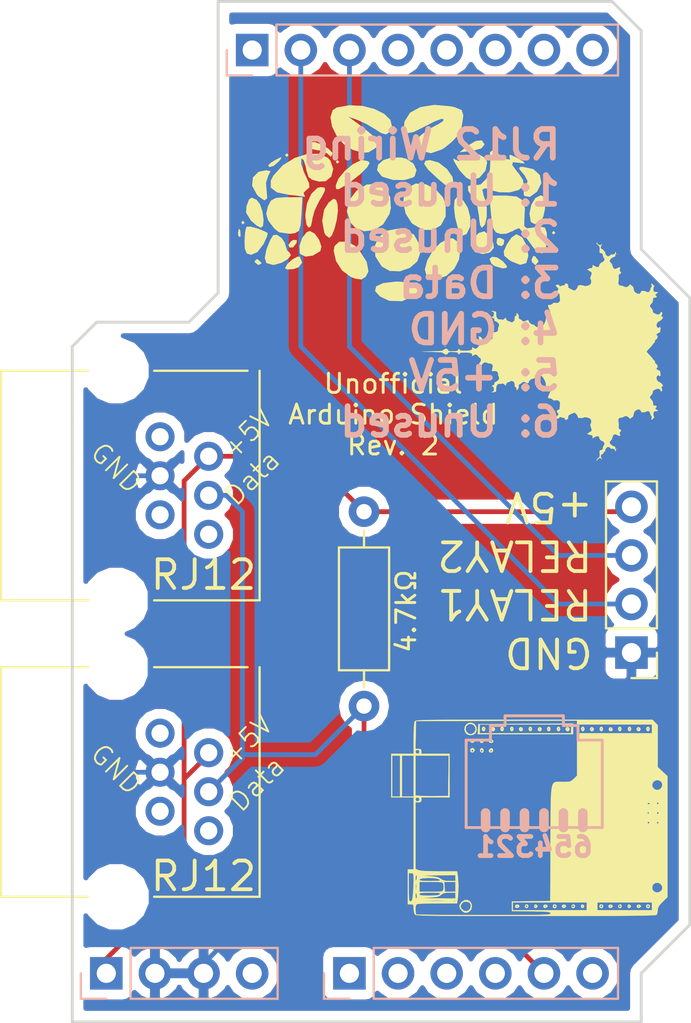
<source format=kicad_pcb>
(kicad_pcb (version 4) (host pcbnew 4.0.5)

  (general
    (links 13)
    (no_connects 0)
    (area 147.244999 72.949999 179.653001 126.440001)
    (thickness 1.6)
    (drawings 54)
    (tracks 45)
    (zones 0)
    (modules 10)
    (nets 24)
  )

  (page A4)
  (title_block
    (date "lun. 30 mars 2015")
  )

  (layers
    (0 F.Cu signal)
    (31 B.Cu signal)
    (32 B.Adhes user)
    (33 F.Adhes user)
    (34 B.Paste user)
    (35 F.Paste user)
    (36 B.SilkS user)
    (37 F.SilkS user)
    (38 B.Mask user)
    (39 F.Mask user)
    (40 Dwgs.User user)
    (41 Cmts.User user)
    (42 Eco1.User user)
    (43 Eco2.User user)
    (44 Edge.Cuts user)
    (45 Margin user)
    (46 B.CrtYd user)
    (47 F.CrtYd user)
    (48 B.Fab user)
    (49 F.Fab user)
  )

  (setup
    (last_trace_width 0.25)
    (trace_clearance 0.2)
    (zone_clearance 0.508)
    (zone_45_only no)
    (trace_min 0.2)
    (segment_width 0.15)
    (edge_width 0.15)
    (via_size 0.6)
    (via_drill 0.4)
    (via_min_size 0.4)
    (via_min_drill 0.3)
    (uvia_size 0.3)
    (uvia_drill 0.1)
    (uvias_allowed no)
    (uvia_min_size 0.2)
    (uvia_min_drill 0.1)
    (pcb_text_width 0.3)
    (pcb_text_size 1.5 1.5)
    (mod_edge_width 0.15)
    (mod_text_size 1 1)
    (mod_text_width 0.15)
    (pad_size 4.064 4.064)
    (pad_drill 3.048)
    (pad_to_mask_clearance 0)
    (aux_axis_origin 135.89 126.873)
    (grid_origin 135.89 126.873)
    (visible_elements 7FFFFF7F)
    (pcbplotparams
      (layerselection 0x00030_80000001)
      (usegerberextensions false)
      (excludeedgelayer true)
      (linewidth 0.100000)
      (plotframeref false)
      (viasonmask false)
      (mode 1)
      (useauxorigin false)
      (hpglpennumber 1)
      (hpglpenspeed 20)
      (hpglpendiameter 15)
      (hpglpenoverlay 2)
      (psnegative false)
      (psa4output false)
      (plotreference true)
      (plotvalue true)
      (plotinvisibletext false)
      (padsonsilk false)
      (subtractmaskfromsilk false)
      (outputformat 1)
      (mirror false)
      (drillshape 1)
      (scaleselection 1)
      (outputdirectory ""))
  )

  (net 0 "")
  (net 1 +5V)
  (net 2 GND)
  (net 3 /Vin)
  (net 4 /A0)
  (net 5 /A1)
  (net 6 /A2)
  (net 7 /A3)
  (net 8 "/A4(SDA)")
  (net 9 "/A5(SCL)")
  (net 10 /7)
  (net 11 "/6(**)")
  (net 12 "/5(**)")
  (net 13 /4)
  (net 14 "/3(**)")
  (net 15 /2)
  (net 16 "/1(Tx)")
  (net 17 "/0(Rx)")
  (net 18 "Net-(P9-Pad6)")
  (net 19 "Net-(P10-Pad6)")
  (net 20 "Net-(P9-Pad2)")
  (net 21 "Net-(P9-Pad1)")
  (net 22 "Net-(P10-Pad2)")
  (net 23 "Net-(P10-Pad1)")

  (net_class Default "This is the default net class."
    (clearance 0.2)
    (trace_width 0.25)
    (via_dia 0.6)
    (via_drill 0.4)
    (uvia_dia 0.3)
    (uvia_drill 0.1)
    (add_net +5V)
    (add_net "/0(Rx)")
    (add_net "/1(Tx)")
    (add_net /2)
    (add_net "/3(**)")
    (add_net /4)
    (add_net "/5(**)")
    (add_net "/6(**)")
    (add_net /7)
    (add_net /A0)
    (add_net /A1)
    (add_net /A2)
    (add_net /A3)
    (add_net "/A4(SDA)")
    (add_net "/A5(SCL)")
    (add_net /Vin)
    (add_net GND)
    (add_net "Net-(P10-Pad1)")
    (add_net "Net-(P10-Pad2)")
    (add_net "Net-(P10-Pad6)")
    (add_net "Net-(P9-Pad1)")
    (add_net "Net-(P9-Pad2)")
    (add_net "Net-(P9-Pad6)")
  )

  (module BrewPi:R_Axial_DIN0207_L6.3mm_D2.5mm_P10.16mm_Horizontal (layer F.Cu) (tedit 590F1B75) (tstamp 590E3003)
    (at 162.56 99.695 270)
    (descr "Resistor, Axial_DIN0207 series, Axial, Horizontal, pin pitch=10.16mm, 0.25W = 1/4W, length*diameter=6.3*2.5mm^2, http://cdn-reichelt.de/documents/datenblatt/B400/1_4W%23YAG.pdf")
    (tags "Resistor Axial_DIN0207 series Axial Horizontal pin pitch 10.16mm 0.25W = 1/4W length 6.3mm diameter 2.5mm")
    (path /590E2F98)
    (fp_text reference R1 (at 5.2 0.05 270) (layer F.SilkS) hide
      (effects (font (size 1 1) (thickness 0.15)))
    )
    (fp_text value 4.7kΩ (at 5.2 -2.2 270) (layer F.SilkS)
      (effects (font (size 1 1) (thickness 0.15)))
    )
    (fp_line (start 1.93 -1.25) (end 1.93 1.25) (layer F.Fab) (width 0.1))
    (fp_line (start 1.93 1.25) (end 8.23 1.25) (layer F.Fab) (width 0.1))
    (fp_line (start 8.23 1.25) (end 8.23 -1.25) (layer F.Fab) (width 0.1))
    (fp_line (start 8.23 -1.25) (end 1.93 -1.25) (layer F.Fab) (width 0.1))
    (fp_line (start 0 0) (end 1.93 0) (layer F.Fab) (width 0.1))
    (fp_line (start 10.16 0) (end 8.23 0) (layer F.Fab) (width 0.1))
    (fp_line (start 1.87 -1.31) (end 1.87 1.31) (layer F.SilkS) (width 0.12))
    (fp_line (start 1.87 1.31) (end 8.29 1.31) (layer F.SilkS) (width 0.12))
    (fp_line (start 8.29 1.31) (end 8.29 -1.31) (layer F.SilkS) (width 0.12))
    (fp_line (start 8.29 -1.31) (end 1.87 -1.31) (layer F.SilkS) (width 0.12))
    (fp_line (start 0.98 0) (end 1.87 0) (layer F.SilkS) (width 0.12))
    (fp_line (start 9.18 0) (end 8.29 0) (layer F.SilkS) (width 0.12))
    (fp_line (start -1.05 -1.6) (end -1.05 1.6) (layer F.CrtYd) (width 0.05))
    (fp_line (start -1.05 1.6) (end 11.25 1.6) (layer F.CrtYd) (width 0.05))
    (fp_line (start 11.25 1.6) (end 11.25 -1.6) (layer F.CrtYd) (width 0.05))
    (fp_line (start 11.25 -1.6) (end -1.05 -1.6) (layer F.CrtYd) (width 0.05))
    (pad 1 thru_hole circle (at 0 0 270) (size 1.6 1.6) (drill 0.8) (layers *.Cu *.Mask)
      (net 1 +5V))
    (pad 2 thru_hole oval (at 10.16 0 270) (size 1.6 1.6) (drill 0.8) (layers *.Cu *.Mask)
      (net 8 "/A4(SDA)"))
    (model Resistors_THT.3dshapes/R_Axial_DIN0207_L6.3mm_D2.5mm_P10.16mm_Horizontal.wrl
      (at (xyz 0 0 0))
      (scale (xyz 0.393701 0.393701 0.393701))
      (rotate (xyz 0 0 0))
    )
  )

  (module BrewPi:BrewPi (layer F.Cu) (tedit 0) (tstamp 590F242C)
    (at 164.084 83.439)
    (fp_text reference G*** (at 0 0) (layer F.SilkS) hide
      (effects (font (thickness 0.3)))
    )
    (fp_text value LOGO (at 0.75 0) (layer F.SilkS) hide
      (effects (font (thickness 0.3)))
    )
    (fp_poly (pts (xy 0.952414 4.285033) (xy 1.305646 4.435831) (xy 1.328516 4.679279) (xy 1.066857 4.967455)
      (xy 0.458427 5.251207) (xy -0.210206 5.228198) (xy -0.674717 5.011191) (xy -0.943936 4.720948)
      (xy -0.886676 4.481348) (xy -0.527943 4.312857) (xy 0.107255 4.235937) (xy 0.275771 4.233333)
      (xy 0.952414 4.285033)) (layer F.SilkS) (width 0.01))
    (fp_poly (pts (xy -2.011859 2.349468) (xy -1.783961 2.572184) (xy -1.386827 3.20513) (xy -1.295486 3.698927)
      (xy -1.437079 3.976623) (xy -1.666303 4.115156) (xy -1.979291 4.071412) (xy -2.225261 3.975433)
      (xy -2.668764 3.643622) (xy -2.984866 3.149752) (xy -3.103954 2.627102) (xy -3.060491 2.37628)
      (xy -2.818486 2.150383) (xy -2.431215 2.147236) (xy -2.011859 2.349468)) (layer F.SilkS) (width 0.01))
    (fp_poly (pts (xy 3.388572 2.175301) (xy 3.496826 2.582679) (xy 3.433007 3.079698) (xy 3.191899 3.554394)
      (xy 3.187557 3.559946) (xy 2.772287 3.924724) (xy 2.304878 4.105086) (xy 1.899772 4.068944)
      (xy 1.757414 3.960948) (xy 1.658039 3.594493) (xy 1.78324 3.119545) (xy 2.068866 2.630312)
      (xy 2.450766 2.221004) (xy 2.864788 1.98583) (xy 3.113463 1.969527) (xy 3.388572 2.175301)) (layer F.SilkS) (width 0.01))
    (fp_poly (pts (xy -4.880477 2.93943) (xy -4.761547 3.232169) (xy -4.948066 3.47866) (xy -5.203472 3.570949)
      (xy -5.531646 3.592091) (xy -5.644444 3.530656) (xy -5.527156 3.31106) (xy -5.266436 3.075699)
      (xy -4.999007 2.930379) (xy -4.880477 2.93943)) (layer F.SilkS) (width 0.01))
    (fp_poly (pts (xy 0.540979 1.5019) (xy 1.078622 1.771833) (xy 1.363569 2.285952) (xy 1.411111 2.71243)
      (xy 1.257356 3.168681) (xy 0.868776 3.506578) (xy 0.354395 3.686625) (xy -0.17676 3.669323)
      (xy -0.593207 3.438539) (xy -0.926316 2.911333) (xy -0.962247 2.373963) (xy -0.745794 1.902915)
      (xy -0.321751 1.574673) (xy 0.265089 1.465724) (xy 0.540979 1.5019)) (layer F.SilkS) (width 0.01))
    (fp_poly (pts (xy 5.435973 2.972467) (xy 5.727451 3.169738) (xy 5.743404 3.186895) (xy 5.946692 3.435875)
      (xy 5.893252 3.5195) (xy 5.69338 3.527778) (xy 5.297883 3.41499) (xy 5.132374 3.283794)
      (xy 5.035925 3.045751) (xy 5.171295 2.936557) (xy 5.435973 2.972467)) (layer F.SilkS) (width 0.01))
    (fp_poly (pts (xy -7.055555 3.086805) (xy -6.887283 3.24531) (xy -6.879167 3.273604) (xy -7.015637 3.349366)
      (xy -7.055555 3.351389) (xy -7.225166 3.215789) (xy -7.231944 3.16459) (xy -7.123882 3.059244)
      (xy -7.055555 3.086805)) (layer F.SilkS) (width 0.01))
    (fp_poly (pts (xy -5.825859 1.961495) (xy -5.65887 2.212707) (xy -5.644444 2.297228) (xy -5.537878 2.614593)
      (xy -5.423958 2.708248) (xy -5.347575 2.852471) (xy -5.510999 3.051509) (xy -5.823058 3.238085)
      (xy -6.192584 3.344924) (xy -6.295519 3.351389) (xy -6.621693 3.255989) (xy -6.702778 2.987015)
      (xy -6.617264 2.550501) (xy -6.418081 2.054735) (xy -6.263159 1.803834) (xy -6.07264 1.789038)
      (xy -5.825859 1.961495)) (layer F.SilkS) (width 0.01))
    (fp_poly (pts (xy 6.736762 1.922085) (xy 6.959671 2.324216) (xy 7.055153 2.861593) (xy 7.055556 2.89882)
      (xy 6.943372 3.258069) (xy 6.634278 3.349321) (xy 6.169464 3.164892) (xy 6.050186 3.086411)
      (xy 5.805915 2.877589) (xy 5.778682 2.655501) (xy 5.935663 2.292661) (xy 6.182617 1.931283)
      (xy 6.4277 1.765095) (xy 6.444908 1.763889) (xy 6.736762 1.922085)) (layer F.SilkS) (width 0.01))
    (fp_poly (pts (xy 7.408333 2.910417) (xy 7.577994 3.135922) (xy 7.584722 3.18541) (xy 7.450183 3.346638)
      (xy 7.408333 3.351389) (xy 7.253532 3.207815) (xy 7.231944 3.076395) (xy 7.317456 2.893823)
      (xy 7.408333 2.910417)) (layer F.SilkS) (width 0.01))
    (fp_poly (pts (xy -4.101644 1.72495) (xy -3.875973 2.041395) (xy -3.75408 2.392978) (xy -3.804745 2.629572)
      (xy -4.19345 2.863917) (xy -4.586194 2.919143) (xy -4.850554 2.782209) (xy -4.874751 2.734942)
      (xy -4.891201 2.361657) (xy -4.750377 1.951733) (xy -4.519065 1.652644) (xy -4.355115 1.5875)
      (xy -4.101644 1.72495)) (layer F.SilkS) (width 0.01))
    (fp_poly (pts (xy -7.071972 1.461546) (xy -6.679036 1.626225) (xy -6.55748 1.695018) (xy -6.591054 1.857133)
      (xy -6.747778 2.208387) (xy -6.782496 2.276664) (xy -7.095025 2.683826) (xy -7.412863 2.822222)
      (xy -7.64486 2.75846) (xy -7.74455 2.505606) (xy -7.761111 2.146065) (xy -7.735851 1.683543)
      (xy -7.673324 1.391988) (xy -7.655318 1.364115) (xy -7.447491 1.359077) (xy -7.071972 1.461546)) (layer F.SilkS) (width 0.01))
    (fp_poly (pts (xy 5.00556 1.800322) (xy 5.042513 1.848671) (xy 5.226035 2.223363) (xy 5.250866 2.466032)
      (xy 5.053592 2.702344) (xy 4.680596 2.786656) (xy 4.287929 2.686873) (xy 4.260075 2.669805)
      (xy 4.085279 2.383083) (xy 4.161829 2.014061) (xy 4.461832 1.696024) (xy 4.46415 1.6946)
      (xy 4.755405 1.604223) (xy 5.00556 1.800322)) (layer F.SilkS) (width 0.01))
    (fp_poly (pts (xy 6.445529 -0.212871) (xy 6.762753 -0.014022) (xy 6.875464 0.397531) (xy 6.846531 0.983713)
      (xy 6.844976 1.343239) (xy 6.99015 1.44904) (xy 7.14375 1.43275) (xy 7.661499 1.355273)
      (xy 7.922924 1.415783) (xy 8.015148 1.671676) (xy 8.025694 2.013773) (xy 7.962395 2.54756)
      (xy 7.782737 2.758491) (xy 7.502085 2.63826) (xy 7.295345 2.408623) (xy 6.986897 1.980496)
      (xy 6.772517 1.651924) (xy 6.577875 1.432093) (xy 6.349706 1.516054) (xy 6.297156 1.558161)
      (xy 5.90299 1.722445) (xy 5.610056 1.733332) (xy 5.369784 1.655553) (xy 5.230141 1.448855)
      (xy 5.147921 1.023485) (xy 5.115278 0.705555) (xy 5.027083 -0.264583) (xy 5.872638 -0.264583)
      (xy 6.445529 -0.212871)) (layer F.SilkS) (width 0.01))
    (fp_poly (pts (xy -5.033478 2.064154) (xy -5.054938 2.213844) (xy -5.225781 2.430218) (xy -5.409157 2.449586)
      (xy -5.468055 2.311927) (xy -5.328082 2.117845) (xy -5.212455 2.056327) (xy -5.033478 2.064154)) (layer F.SilkS) (width 0.01))
    (fp_poly (pts (xy 5.794612 2.051021) (xy 5.768955 2.275169) (xy 5.662927 2.369827) (xy 5.476118 2.322867)
      (xy 5.40388 2.203848) (xy 5.431879 1.977016) (xy 5.561786 1.940278) (xy 5.794612 2.051021)) (layer F.SilkS) (width 0.01))
    (fp_poly (pts (xy -7.993395 1.554427) (xy -7.972367 1.830102) (xy -8.007321 1.892506) (xy -8.087491 1.8399)
      (xy -8.099963 1.660995) (xy -8.056886 1.472782) (xy -7.993395 1.554427)) (layer F.SilkS) (width 0.01))
    (fp_poly (pts (xy -2.988025 -0.037484) (xy -2.917257 0.154835) (xy -2.890185 0.511137) (xy -2.950238 0.99108)
      (xy -3.068177 1.470984) (xy -3.214768 1.82717) (xy -3.339316 1.940278) (xy -3.524143 1.799475)
      (xy -3.597101 1.661268) (xy -3.704174 1.048271) (xy -3.599771 0.461058) (xy -3.367364 0.102651)
      (xy -3.112538 -0.097886) (xy -2.988025 -0.037484)) (layer F.SilkS) (width 0.01))
    (fp_poly (pts (xy 3.646907 -0.021504) (xy 3.889858 0.364236) (xy 4.022913 0.862455) (xy 4.016082 1.35478)
      (xy 3.839374 1.722836) (xy 3.811584 1.747935) (xy 3.620858 1.824255) (xy 3.466665 1.635785)
      (xy 3.370612 1.390434) (xy 3.23572 0.863982) (xy 3.181208 0.355158) (xy 3.210295 -0.027726)
      (xy 3.324051 -0.176389) (xy 3.646907 -0.021504)) (layer F.SilkS) (width 0.01))
    (fp_poly (pts (xy -4.797379 0.749653) (xy -4.841419 1.290287) (xy -4.930648 1.572296) (xy -5.121854 1.689644)
      (xy -5.388874 1.728351) (xy -5.949607 1.650851) (xy -6.199892 1.463767) (xy -6.52737 1.029696)
      (xy -6.628527 0.690021) (xy -6.542156 0.306403) (xy -6.532016 0.279385) (xy -6.377037 -0.005708)
      (xy -6.122412 -0.139409) (xy -5.651484 -0.175939) (xy -5.551398 -0.176389) (xy -4.744064 -0.176389)
      (xy -4.797379 0.749653)) (layer F.SilkS) (width 0.01))
    (fp_poly (pts (xy 8.466667 1.675694) (xy 8.378472 1.763889) (xy 8.290278 1.675694) (xy 8.378472 1.5875)
      (xy 8.466667 1.675694)) (layer F.SilkS) (width 0.01))
    (fp_poly (pts (xy -0.432257 -0.631741) (xy -0.165086 -0.19822) (xy -0.123665 0.387915) (xy -0.201817 0.702679)
      (xy -0.526311 1.229474) (xy -0.996973 1.533846) (xy -1.519554 1.59501) (xy -1.999808 1.392182)
      (xy -2.220239 1.147813) (xy -2.41473 0.562211) (xy -2.277306 -0.040989) (xy -1.904882 -0.524285)
      (xy -1.370495 -0.844008) (xy -0.85684 -0.863416) (xy -0.432257 -0.631741)) (layer F.SilkS) (width 0.01))
    (fp_poly (pts (xy 1.701069 -0.852085) (xy 2.205729 -0.59927) (xy 2.592581 -0.17475) (xy 2.73565 0.183776)
      (xy 2.739539 0.817841) (xy 2.492693 1.279963) (xy 2.072484 1.527792) (xy 1.556284 1.518977)
      (xy 1.021463 1.211168) (xy 0.962121 1.154545) (xy 0.656068 0.674442) (xy 0.526033 0.103277)
      (xy 0.588787 -0.420646) (xy 0.740833 -0.670278) (xy 1.179229 -0.890115) (xy 1.701069 -0.852085)) (layer F.SilkS) (width 0.01))
    (fp_poly (pts (xy -7.134945 -0.040923) (xy -6.959961 0.188079) (xy -6.832829 0.574871) (xy -6.77364 0.991833)
      (xy -6.802487 1.311345) (xy -6.906341 1.411111) (xy -7.127515 1.298047) (xy -7.417356 1.04931)
      (xy -7.678685 0.629337) (xy -7.660027 0.299658) (xy -7.529286 -0.063545) (xy -7.38832 -0.154208)
      (xy -7.134945 -0.040923)) (layer F.SilkS) (width 0.01))
    (fp_poly (pts (xy -3.586601 -0.679899) (xy -3.55818 -0.552867) (xy -3.706922 -0.249363) (xy -3.879896 0.039834)
      (xy -4.115229 0.527657) (xy -4.230387 0.966135) (xy -4.232674 1.014236) (xy -4.299637 1.32402)
      (xy -4.409722 1.411111) (xy -4.522786 1.255225) (xy -4.58305 0.868358) (xy -4.586111 0.744803)
      (xy -4.497603 0.140534) (xy -4.269048 -0.361859) (xy -3.955896 -0.662314) (xy -3.782359 -0.705556)
      (xy -3.586601 -0.679899)) (layer F.SilkS) (width 0.01))
    (fp_poly (pts (xy 5.497763 -2.438134) (xy 5.566634 -2.38686) (xy 5.914455 -2.170761) (xy 6.106654 -2.140072)
      (xy 6.078278 -2.304539) (xy 6.074541 -2.310654) (xy 6.096468 -2.397991) (xy 6.372811 -2.286761)
      (xy 6.778195 -2.054392) (xy 6.863774 -1.948232) (xy 6.626743 -1.972553) (xy 6.570486 -1.985915)
      (xy 6.247866 -2.014371) (xy 6.213292 -1.862218) (xy 6.466169 -1.518037) (xy 6.54176 -1.435248)
      (xy 6.775562 -1.084358) (xy 6.818262 -0.80126) (xy 6.561394 -0.566846) (xy 6.094197 -0.439798)
      (xy 5.548769 -0.442656) (xy 5.209652 -0.526817) (xy 4.802214 -0.654374) (xy 4.654111 -0.583452)
      (xy 4.71988 -0.263567) (xy 4.792497 -0.063573) (xy 4.884636 0.37947) (xy 4.880131 0.856144)
      (xy 4.793036 1.241373) (xy 4.637406 1.410081) (xy 4.626848 1.410592) (xy 4.537999 1.254995)
      (xy 4.487477 0.873517) (xy 4.484853 0.797314) (xy 4.391905 0.278164) (xy 4.185261 -0.131774)
      (xy 4.176173 -0.142097) (xy 3.923426 -0.513932) (xy 3.908844 -0.761503) (xy 4.127785 -0.820634)
      (xy 4.22352 -0.796865) (xy 4.575081 -0.844037) (xy 4.874372 -1.149307) (xy 5.060173 -1.618112)
      (xy 5.077701 -2.116335) (xy 5.053828 -2.521847) (xy 5.178793 -2.620783) (xy 5.497763 -2.438134)) (layer F.SilkS) (width 0.01))
    (fp_poly (pts (xy -7.761111 1.146528) (xy -7.849305 1.234722) (xy -7.9375 1.146528) (xy -7.849305 1.058333)
      (xy -7.761111 1.146528)) (layer F.SilkS) (width 0.01))
    (fp_poly (pts (xy 7.803263 -0.238532) (xy 7.917875 0.005777) (xy 7.926812 0.415949) (xy 7.840342 0.824667)
      (xy 7.725833 1.023055) (xy 7.40098 1.228144) (xy 7.191282 1.10814) (xy 7.124449 0.67972)
      (xy 7.124968 0.661458) (xy 7.222963 0.202124) (xy 7.43728 -0.140467) (xy 7.696189 -0.271138)
      (xy 7.803263 -0.238532)) (layer F.SilkS) (width 0.01))
    (fp_poly (pts (xy 8.231482 0.940741) (xy 8.252592 1.150073) (xy 8.231482 1.175926) (xy 8.126619 1.151713)
      (xy 8.113889 1.058333) (xy 8.178427 0.913145) (xy 8.231482 0.940741)) (layer F.SilkS) (width 0.01))
    (fp_poly (pts (xy -6.41667 -1.542829) (xy -6.497412 -1.35833) (xy -6.520393 -1.330142) (xy -6.650042 -0.933583)
      (xy -6.61617 -0.536392) (xy -6.585229 -0.125305) (xy -6.726842 -0.018823) (xy -7.023119 -0.224591)
      (xy -7.116412 -0.32257) (xy -7.366157 -0.784448) (xy -7.325682 -1.209971) (xy -7.029583 -1.50613)
      (xy -6.645902 -1.5875) (xy -6.41667 -1.542829)) (layer F.SilkS) (width 0.01))
    (fp_poly (pts (xy -3.420641 -2.242567) (xy -3.287538 -2.097894) (xy -3.135771 -1.660946) (xy -3.234901 -1.266286)
      (xy -3.527837 -1.019339) (xy -3.880555 -1.002859) (xy -4.241324 -1.100754) (xy -4.418925 -1.24249)
      (xy -4.517645 -1.54844) (xy -4.569494 -1.798066) (xy -4.676918 -2.131509) (xy -4.789232 -2.207867)
      (xy -4.807916 -2.185883) (xy -4.808954 -1.920387) (xy -4.666439 -1.491642) (xy -4.59394 -1.338273)
      (xy -4.399145 -0.909134) (xy -4.382161 -0.686913) (xy -4.510446 -0.588146) (xy -4.678877 -0.421738)
      (xy -4.662882 -0.334295) (xy -4.608041 -0.205199) (xy -4.619798 -0.207205) (xy -4.812621 -0.240736)
      (xy -5.230361 -0.287761) (xy -5.41022 -0.304871) (xy -6.063335 -0.434675) (xy -6.387266 -0.680474)
      (xy -6.388678 -1.050285) (xy -6.25033 -1.315675) (xy -5.76724 -1.845031) (xy -5.156847 -2.225071)
      (xy -4.505031 -2.433123) (xy -3.897669 -2.446512) (xy -3.420641 -2.242567)) (layer F.SilkS) (width 0.01))
    (fp_poly (pts (xy 7.320301 -1.643501) (xy 7.655672 -1.336846) (xy 7.737119 -0.925689) (xy 7.52042 -0.491797)
      (xy 7.483929 -0.453572) (xy 7.133253 -0.199259) (xy 6.866397 -0.25124) (xy 6.830752 -0.2836)
      (xy 6.825758 -0.49785) (xy 6.925816 -0.714705) (xy 7.026099 -1.018746) (xy 6.864922 -1.326621)
      (xy 6.799902 -1.401244) (xy 6.586854 -1.660794) (xy 6.615662 -1.753338) (xy 6.77523 -1.763889)
      (xy 7.320301 -1.643501)) (layer F.SilkS) (width 0.01))
    (fp_poly (pts (xy -1.306974 -2.057609) (xy -1.234722 -1.971025) (xy -1.369971 -1.737262) (xy -1.720642 -1.390598)
      (xy -2.204127 -1.006886) (xy -2.513542 -0.796808) (xy -2.844687 -0.602879) (xy -2.975947 -0.606347)
      (xy -2.998611 -0.787032) (xy -2.860543 -1.143483) (xy -2.52164 -1.553686) (xy -2.094854 -1.910178)
      (xy -1.693136 -2.105495) (xy -1.601068 -2.116667) (xy -1.306974 -2.057609)) (layer F.SilkS) (width 0.01))
    (fp_poly (pts (xy 2.379127 -1.983101) (xy 2.802006 -1.654658) (xy 3.089898 -1.239721) (xy 3.148194 -0.907808)
      (xy 3.098695 -0.691709) (xy 2.993219 -0.646219) (xy 2.761901 -0.792012) (xy 2.337153 -1.147806)
      (xy 1.832373 -1.618877) (xy 1.618981 -1.923684) (xy 1.688656 -2.082048) (xy 1.930442 -2.116667)
      (xy 2.379127 -1.983101)) (layer F.SilkS) (width 0.01))
    (fp_poly (pts (xy 0.4339 -2.24823) (xy 0.684515 -2.182458) (xy 1.054802 -1.937174) (xy 1.214744 -1.602242)
      (xy 1.123416 -1.291804) (xy 1.031592 -1.214462) (xy 0.569248 -1.078376) (xy -0.013901 -1.090885)
      (xy -0.523446 -1.24218) (xy -0.612308 -1.29741) (xy -0.839268 -1.594542) (xy -0.781766 -1.88348)
      (xy -0.506164 -2.118934) (xy -0.078822 -2.255613) (xy 0.4339 -2.24823)) (layer F.SilkS) (width 0.01))
    (fp_poly (pts (xy 4.468332 -2.419449) (xy 4.800962 -2.228068) (xy 4.904179 -2.006361) (xy 4.815459 -1.566331)
      (xy 4.503689 -1.207511) (xy 4.088443 -1.065799) (xy 3.818611 -1.209486) (xy 3.493779 -1.561329)
      (xy 3.379495 -1.727258) (xy 3.179621 -2.069073) (xy 3.134743 -2.204296) (xy 3.182947 -2.172103)
      (xy 3.420247 -2.063728) (xy 3.662086 -2.225777) (xy 4.043058 -2.426749) (xy 4.468332 -2.419449)) (layer F.SilkS) (width 0.01))
    (fp_poly (pts (xy -5.861072 -2.201614) (xy -5.974723 -2.057351) (xy -6.238109 -1.827106) (xy -6.459846 -1.758847)
      (xy -6.526389 -1.845877) (xy -6.390171 -1.980159) (xy -6.129514 -2.139339) (xy -5.861459 -2.268685)
      (xy -5.861072 -2.201614)) (layer F.SilkS) (width 0.01))
    (fp_poly (pts (xy -2.822222 -2.028472) (xy -2.910417 -1.940278) (xy -2.998611 -2.028472) (xy -2.910417 -2.116667)
      (xy -2.822222 -2.028472)) (layer F.SilkS) (width 0.01))
    (fp_poly (pts (xy -5.468055 -2.38125) (xy -5.55625 -2.293056) (xy -5.644444 -2.38125) (xy -5.55625 -2.469445)
      (xy -5.468055 -2.38125)) (layer F.SilkS) (width 0.01))
    (fp_poly (pts (xy -3.72821 -2.918564) (xy -3.38192 -2.710407) (xy -3.184466 -2.506043) (xy -3.175 -2.464915)
      (xy -3.24902 -2.300017) (xy -3.421554 -2.441405) (xy -3.439583 -2.469445) (xy -3.682723 -2.605984)
      (xy -3.97916 -2.645833) (xy -4.335907 -2.720533) (xy -4.396038 -2.915863) (xy -4.299164 -3.050373)
      (xy -4.081303 -3.056543) (xy -3.72821 -2.918564)) (layer F.SilkS) (width 0.01))
    (fp_poly (pts (xy -1.602651 -4.948796) (xy -0.97979 -4.789228) (xy -0.473644 -4.53516) (xy -0.147455 -4.215816)
      (xy -0.064467 -3.860417) (xy -0.193187 -3.595732) (xy -0.381697 -3.464716) (xy -0.641768 -3.545571)
      (xy -0.878748 -3.701891) (xy -1.393056 -4.009968) (xy -1.873143 -4.225854) (xy -2.38125 -4.403549)
      (xy -1.946049 -4.097955) (xy -1.486939 -3.749047) (xy -1.064105 -3.395089) (xy -0.774776 -3.116661)
      (xy -0.733495 -2.946754) (xy -0.921053 -2.763613) (xy -0.959755 -2.733631) (xy -1.289544 -2.531548)
      (xy -1.617329 -2.509665) (xy -2.098599 -2.658858) (xy -2.116667 -2.665741) (xy -2.583791 -2.958561)
      (xy -2.953203 -3.394826) (xy -3.193244 -3.890438) (xy -3.272256 -4.361303) (xy -3.158581 -4.723324)
      (xy -2.945544 -4.867537) (xy -2.278983 -4.98464) (xy -1.602651 -4.948796)) (layer F.SilkS) (width 0.01))
    (fp_poly (pts (xy 3.008744 -4.927048) (xy 3.2245 -4.877939) (xy 3.572228 -4.732478) (xy 3.658185 -4.466172)
      (xy 3.63588 -4.272714) (xy 3.572646 -3.883027) (xy 3.542282 -3.687059) (xy 3.39217 -3.428339)
      (xy 3.06869 -3.085393) (xy 2.688653 -2.774619) (xy 2.525138 -2.673523) (xy 1.970407 -2.484338)
      (xy 1.523877 -2.59654) (xy 1.31366 -2.768483) (xy 1.139635 -2.983769) (xy 1.179008 -3.166102)
      (xy 1.465199 -3.428953) (xy 1.521547 -3.47437) (xy 1.94647 -3.776138) (xy 2.308344 -3.970738)
      (xy 2.337153 -3.980969) (xy 2.598074 -4.15003) (xy 2.645833 -4.262058) (xy 2.508328 -4.277606)
      (xy 2.149129 -4.140317) (xy 1.684103 -3.900631) (xy 1.071785 -3.595781) (xy 0.703188 -3.523918)
      (xy 0.551902 -3.691136) (xy 0.591516 -4.103526) (xy 0.602838 -4.150073) (xy 0.884262 -4.596685)
      (xy 1.4237 -4.887447) (xy 2.154183 -5.003766) (xy 3.008744 -4.927048)) (layer F.SilkS) (width 0.01))
    (fp_poly (pts (xy 4.761533 -2.95748) (xy 4.7625 -2.929715) (xy 4.598756 -2.734944) (xy 4.153849 -2.61358)
      (xy 4.122234 -2.609682) (xy 3.481968 -2.534935) (xy 3.877192 -2.854967) (xy 4.304728 -3.115256)
      (xy 4.623957 -3.151491) (xy 4.761533 -2.95748)) (layer F.SilkS) (width 0.01))
  )

  (module BrewPi:Socket_Strip_Straight_1x08_Pitch2.54mm (layer F.Cu) (tedit 590F235E) (tstamp 551AFA2F)
    (at 156.718 75.565 90)
    (descr "Through hole straight socket strip, 1x08, 2.54mm pitch, single row")
    (tags "Through hole socket strip THT 1x08 2.54mm single row")
    (path /56D7164F)
    (fp_text reference P4 (at 0 -2.33 90) (layer F.SilkS) hide
      (effects (font (size 1 1) (thickness 0.15)))
    )
    (fp_text value Digital (at 0 20.11 90) (layer F.Fab) hide
      (effects (font (size 1 1) (thickness 0.15)))
    )
    (fp_line (start -1.27 -1.27) (end -1.27 19.05) (layer F.Fab) (width 0.1))
    (fp_line (start -1.27 19.05) (end 1.27 19.05) (layer F.Fab) (width 0.1))
    (fp_line (start 1.27 19.05) (end 1.27 -1.27) (layer F.Fab) (width 0.1))
    (fp_line (start 1.27 -1.27) (end -1.27 -1.27) (layer F.Fab) (width 0.1))
    (fp_line (start -1.33 1.27) (end -1.33 19.11) (layer B.SilkS) (width 0.12))
    (fp_line (start -1.33 19.11) (end 1.33 19.11) (layer B.SilkS) (width 0.12))
    (fp_line (start 1.33 19.11) (end 1.33 1.27) (layer B.SilkS) (width 0.12))
    (fp_line (start 1.33 1.27) (end -1.33 1.27) (layer B.SilkS) (width 0.12))
    (fp_line (start -1.33 0) (end -1.33 -1.33) (layer B.SilkS) (width 0.12))
    (fp_line (start -1.33 -1.33) (end 0 -1.33) (layer B.SilkS) (width 0.12))
    (fp_line (start -1.8 -1.8) (end -1.8 19.55) (layer F.CrtYd) (width 0.05))
    (fp_line (start -1.8 19.55) (end 1.8 19.55) (layer F.CrtYd) (width 0.05))
    (fp_line (start 1.8 19.55) (end 1.8 -1.8) (layer F.CrtYd) (width 0.05))
    (fp_line (start 1.8 -1.8) (end -1.8 -1.8) (layer F.CrtYd) (width 0.05))
    (fp_text user %R (at 0 -2.33 90) (layer F.Fab) hide
      (effects (font (size 1 1) (thickness 0.15)))
    )
    (pad 1 thru_hole rect (at 0 0 90) (size 1.7 1.7) (drill 1) (layers *.Cu *.Mask)
      (net 10 /7))
    (pad 2 thru_hole oval (at 0 2.54 90) (size 1.7 1.7) (drill 1) (layers *.Cu *.Mask)
      (net 11 "/6(**)"))
    (pad 3 thru_hole oval (at 0 5.08 90) (size 1.7 1.7) (drill 1) (layers *.Cu *.Mask)
      (net 12 "/5(**)"))
    (pad 4 thru_hole oval (at 0 7.62 90) (size 1.7 1.7) (drill 1) (layers *.Cu *.Mask)
      (net 13 /4))
    (pad 5 thru_hole oval (at 0 10.16 90) (size 1.7 1.7) (drill 1) (layers *.Cu *.Mask)
      (net 14 "/3(**)"))
    (pad 6 thru_hole oval (at 0 12.7 90) (size 1.7 1.7) (drill 1) (layers *.Cu *.Mask)
      (net 15 /2))
    (pad 7 thru_hole oval (at 0 15.24 90) (size 1.7 1.7) (drill 1) (layers *.Cu *.Mask)
      (net 16 "/1(Tx)"))
    (pad 8 thru_hole oval (at 0 17.78 90) (size 1.7 1.7) (drill 1) (layers *.Cu *.Mask)
      (net 17 "/0(Rx)"))
    (model ${KISYS3DMOD}/Socket_Strips.3dshapes/Socket_Strip_Straight_1x08_Pitch2.54mm.wrl
      (at (xyz 0 -0.35 0))
      (scale (xyz 1 1 1))
      (rotate (xyz 0 0 270))
    )
  )

  (module BrewPi:Socket_Strip_Straight_1x06_Pitch2.54mm (layer F.Cu) (tedit 590F23D7) (tstamp 551AF9FF)
    (at 161.798 123.825 90)
    (descr "Through hole straight socket strip, 1x06, 2.54mm pitch, single row")
    (tags "Through hole socket strip THT 1x06 2.54mm single row")
    (path /56D70DD8)
    (fp_text reference P2 (at 0 -2.33 90) (layer F.SilkS) hide
      (effects (font (size 1 1) (thickness 0.15)))
    )
    (fp_text value Analog (at 0 15.03 90) (layer F.Fab) hide
      (effects (font (size 1 1) (thickness 0.15)))
    )
    (fp_line (start -1.27 -1.27) (end -1.27 13.97) (layer F.Fab) (width 0.1))
    (fp_line (start -1.27 13.97) (end 1.27 13.97) (layer F.Fab) (width 0.1))
    (fp_line (start 1.27 13.97) (end 1.27 -1.27) (layer F.Fab) (width 0.1))
    (fp_line (start 1.27 -1.27) (end -1.27 -1.27) (layer F.Fab) (width 0.1))
    (fp_line (start -1.33 1.27) (end -1.33 14.03) (layer B.SilkS) (width 0.12))
    (fp_line (start -1.33 14.03) (end 1.33 14.03) (layer B.SilkS) (width 0.12))
    (fp_line (start 1.33 14.03) (end 1.33 1.27) (layer B.SilkS) (width 0.12))
    (fp_line (start 1.33 1.27) (end -1.33 1.27) (layer B.SilkS) (width 0.12))
    (fp_line (start -1.33 0) (end -1.33 -1.33) (layer B.SilkS) (width 0.12))
    (fp_line (start -1.33 -1.33) (end 0 -1.33) (layer B.SilkS) (width 0.12))
    (fp_line (start -1.8 -1.8) (end -1.8 14.5) (layer F.CrtYd) (width 0.05))
    (fp_line (start -1.8 14.5) (end 1.8 14.5) (layer F.CrtYd) (width 0.05))
    (fp_line (start 1.8 14.5) (end 1.8 -1.8) (layer F.CrtYd) (width 0.05))
    (fp_line (start 1.8 -1.8) (end -1.8 -1.8) (layer F.CrtYd) (width 0.05))
    (fp_text user %R (at 0 -2.33 90) (layer F.Fab) hide
      (effects (font (size 1 1) (thickness 0.15)))
    )
    (pad 1 thru_hole rect (at 0 0 90) (size 1.7 1.7) (drill 1) (layers *.Cu *.Mask)
      (net 4 /A0))
    (pad 2 thru_hole oval (at 0 2.54 90) (size 1.7 1.7) (drill 1) (layers *.Cu *.Mask)
      (net 5 /A1))
    (pad 3 thru_hole oval (at 0 5.08 90) (size 1.7 1.7) (drill 1) (layers *.Cu *.Mask)
      (net 6 /A2))
    (pad 4 thru_hole oval (at 0 7.62 90) (size 1.7 1.7) (drill 1) (layers *.Cu *.Mask)
      (net 7 /A3))
    (pad 5 thru_hole oval (at 0 10.16 90) (size 1.7 1.7) (drill 1) (layers *.Cu *.Mask)
      (net 8 "/A4(SDA)"))
    (pad 6 thru_hole oval (at 0 12.7 90) (size 1.7 1.7) (drill 1) (layers *.Cu *.Mask)
      (net 9 "/A5(SCL)"))
    (model ${KISYS3DMOD}/Socket_Strips.3dshapes/Socket_Strip_Straight_1x06_Pitch2.54mm.wrl
      (at (xyz 0 -0.25 0))
      (scale (xyz 1 1 1))
      (rotate (xyz 0 0 270))
    )
  )

  (module BrewPi:Socket_Strip_Straight_1x04_Pitch2.54mm_F (layer F.Cu) (tedit 590F250C) (tstamp 590E2FBF)
    (at 176.53 107.061 180)
    (descr "Through hole straight socket strip, 1x04, 2.54mm pitch, single row")
    (tags "Through hole socket strip THT 1x04 2.54mm single row")
    (path /590E460E)
    (fp_text reference P3 (at 0 -2.33 180) (layer F.SilkS) hide
      (effects (font (size 1 1) (thickness 0.15)))
    )
    (fp_text value CONN_01X04 (at 0 9.95 180) (layer F.Fab) hide
      (effects (font (size 1 1) (thickness 0.15)))
    )
    (fp_line (start -1.27 -1.27) (end -1.27 8.89) (layer F.Fab) (width 0.1))
    (fp_line (start -1.27 8.89) (end 1.27 8.89) (layer F.Fab) (width 0.1))
    (fp_line (start 1.27 8.89) (end 1.27 -1.27) (layer F.Fab) (width 0.1))
    (fp_line (start 1.27 -1.27) (end -1.27 -1.27) (layer F.Fab) (width 0.1))
    (fp_line (start -1.33 1.27) (end -1.33 8.95) (layer F.SilkS) (width 0.12))
    (fp_line (start -1.33 8.95) (end 1.33 8.95) (layer F.SilkS) (width 0.12))
    (fp_line (start 1.33 8.95) (end 1.33 1.27) (layer F.SilkS) (width 0.12))
    (fp_line (start 1.33 1.27) (end -1.33 1.27) (layer F.SilkS) (width 0.12))
    (fp_line (start -1.33 0) (end -1.33 -1.33) (layer F.SilkS) (width 0.12))
    (fp_line (start -1.33 -1.33) (end 0 -1.33) (layer F.SilkS) (width 0.12))
    (fp_line (start -1.8 -1.8) (end -1.8 9.4) (layer F.CrtYd) (width 0.05))
    (fp_line (start -1.8 9.4) (end 1.8 9.4) (layer F.CrtYd) (width 0.05))
    (fp_line (start 1.8 9.4) (end 1.8 -1.8) (layer F.CrtYd) (width 0.05))
    (fp_line (start 1.8 -1.8) (end -1.8 -1.8) (layer F.CrtYd) (width 0.05))
    (fp_text user %R (at 0 -2.33 180) (layer F.Fab) hide
      (effects (font (size 1 1) (thickness 0.15)))
    )
    (pad 1 thru_hole rect (at 0 0 180) (size 1.7 1.7) (drill 1) (layers *.Cu *.Mask)
      (net 2 GND))
    (pad 2 thru_hole oval (at 0 2.54 180) (size 1.7 1.7) (drill 1) (layers *.Cu *.Mask)
      (net 11 "/6(**)"))
    (pad 3 thru_hole oval (at 0 5.08 180) (size 1.7 1.7) (drill 1) (layers *.Cu *.Mask)
      (net 12 "/5(**)"))
    (pad 4 thru_hole oval (at 0 7.62 180) (size 1.7 1.7) (drill 1) (layers *.Cu *.Mask)
      (net 1 +5V))
    (model ${KISYS3DMOD}/Socket_Strips.3dshapes/Socket_Strip_Straight_1x04_Pitch2.54mm.wrl
      (at (xyz 0 -0.15 0))
      (scale (xyz 1 1 1))
      (rotate (xyz 0 0 270))
    )
  )

  (module BrewPi:Socket_Strip_Straight_1x04_Pitch2.54mm (layer F.Cu) (tedit 590F23A5) (tstamp 551AF9EA)
    (at 149.098 123.825 90)
    (descr "Through hole straight socket strip, 1x04, 2.54mm pitch, single row")
    (tags "Through hole socket strip THT 1x04 2.54mm single row")
    (path /590F1D3E)
    (fp_text reference P1 (at 0 -2.33 90) (layer F.SilkS) hide
      (effects (font (size 1 1) (thickness 0.15)))
    )
    (fp_text value CONN_01X04 (at 0 9.95 90) (layer F.Fab) hide
      (effects (font (size 1 1) (thickness 0.15)))
    )
    (fp_line (start -1.27 -1.27) (end -1.27 8.89) (layer F.Fab) (width 0.1))
    (fp_line (start -1.27 8.89) (end 1.27 8.89) (layer F.Fab) (width 0.1))
    (fp_line (start 1.27 8.89) (end 1.27 -1.27) (layer F.Fab) (width 0.1))
    (fp_line (start 1.27 -1.27) (end -1.27 -1.27) (layer F.Fab) (width 0.1))
    (fp_line (start -1.33 1.27) (end -1.33 8.95) (layer B.SilkS) (width 0.12))
    (fp_line (start -1.33 8.95) (end 1.33 8.95) (layer B.SilkS) (width 0.12))
    (fp_line (start 1.33 8.95) (end 1.33 1.27) (layer B.SilkS) (width 0.12))
    (fp_line (start 1.33 1.27) (end -1.33 1.27) (layer B.SilkS) (width 0.12))
    (fp_line (start -1.33 0) (end -1.33 -1.33) (layer B.SilkS) (width 0.12))
    (fp_line (start -1.33 -1.33) (end 0 -1.33) (layer B.SilkS) (width 0.12))
    (fp_line (start -1.8 -1.8) (end -1.8 9.4) (layer F.CrtYd) (width 0.05))
    (fp_line (start -1.8 9.4) (end 1.8 9.4) (layer F.CrtYd) (width 0.05))
    (fp_line (start 1.8 9.4) (end 1.8 -1.8) (layer F.CrtYd) (width 0.05))
    (fp_line (start 1.8 -1.8) (end -1.8 -1.8) (layer F.CrtYd) (width 0.05))
    (fp_text user %R (at 0 -2.33 90) (layer F.Fab) hide
      (effects (font (size 1 1) (thickness 0.15)))
    )
    (pad 1 thru_hole rect (at 0 0 90) (size 1.7 1.7) (drill 1) (layers *.Cu *.Mask)
      (net 1 +5V))
    (pad 2 thru_hole oval (at 0 2.54 90) (size 1.7 1.7) (drill 1) (layers *.Cu *.Mask)
      (net 2 GND))
    (pad 3 thru_hole oval (at 0 5.08 90) (size 1.7 1.7) (drill 1) (layers *.Cu *.Mask)
      (net 2 GND))
    (pad 4 thru_hole oval (at 0 7.62 90) (size 1.7 1.7) (drill 1) (layers *.Cu *.Mask)
      (net 3 /Vin))
    (model ${KISYS3DMOD}/Socket_Strips.3dshapes/Socket_Strip_Straight_1x04_Pitch2.54mm.wrl
      (at (xyz 0 -0.15 0))
      (scale (xyz 1 1 1))
      (rotate (xyz 0 0 270))
    )
  )

  (module BrewPi:Pulse_RJ12_E5566-QOLK22-L (layer F.Cu) (tedit 59230494) (tstamp 590E2FD6)
    (at 149.606 92.329 270)
    (path /590E304B)
    (fp_text reference P9 (at 5.98 4 270) (layer F.SilkS) hide
      (effects (font (size 1 1) (thickness 0.15)))
    )
    (fp_text value CONN_01X06 (at 6.07 1.53 270) (layer F.SilkS) hide
      (effects (font (size 1 1) (thickness 0.15)))
    )
    (fp_line (start 12 1.46) (end 12 6) (layer F.SilkS) (width 0.12))
    (fp_line (start 12 -7.5) (end 12 -1.99) (layer F.SilkS) (width 0.12))
    (fp_line (start 0 -7.5) (end 12 -7.5) (layer F.SilkS) (width 0.12))
    (fp_line (start 0 -6.87) (end 0 -1.99) (layer F.SilkS) (width 0.12))
    (fp_line (start 0 1.46) (end 0 6) (layer F.CrtYd) (width 0.12))
    (fp_line (start 0 6) (end 12 6) (layer F.CrtYd) (width 0.12))
    (fp_line (start 0 -7.5) (end 0 -1.99) (layer F.CrtYd) (width 0.12))
    (fp_line (start 12 -7.5) (end 12 -1.99) (layer F.CrtYd) (width 0.12))
    (fp_line (start 0 6) (end 12 6) (layer F.SilkS) (width 0.12))
    (fp_line (start 0 -7.5) (end 12 -7.5) (layer F.CrtYd) (width 0.12))
    (fp_line (start 0 1.46) (end 0 6) (layer F.SilkS) (width 0.12))
    (fp_line (start 12 1.46) (end 12 6) (layer F.CrtYd) (width 0.12))
    (pad 3 thru_hole circle (at 6.51 -4.84 270) (size 1.52 1.52) (drill 0.9) (layers *.Cu *.Mask)
      (net 8 "/A4(SDA)"))
    (pad 5 thru_hole circle (at 4.47 -4.84 270) (size 1.52 1.52) (drill 0.9) (layers *.Cu *.Mask)
      (net 1 +5V))
    (pad 1 thru_hole circle (at 8.55 -4.84 270) (size 1.52 1.52) (drill 0.9) (layers *.Cu *.Mask)
      (net 21 "Net-(P9-Pad1)"))
    (pad 6 thru_hole circle (at 3.45 -2.3 270) (size 1.52 1.52) (drill 0.9) (layers *.Cu *.Mask)
      (net 18 "Net-(P9-Pad6)"))
    (pad 4 thru_hole circle (at 5.49 -2.3 270) (size 1.52 1.52) (drill 0.9) (layers *.Cu *.Mask)
      (net 2 GND))
    (pad 2 thru_hole circle (at 7.53 -2.3 270) (size 1.52 1.52) (drill 0.9) (layers *.Cu *.Mask)
      (net 20 "Net-(P9-Pad2)"))
    (pad "" np_thru_hole circle (at 12 0 270) (size 2.4 2.4) (drill 2.4) (layers *.Cu *.Mask))
    (pad "" np_thru_hole circle (at 0 0 270) (size 2.4 2.4) (drill 2.4) (layers *.Cu *.Mask))
  )

  (module BrewPi:Pulse_RJ12_E5566-QOLK22-L (layer F.Cu) (tedit 59230494) (tstamp 590E2FED)
    (at 149.606 107.823 270)
    (path /590E30AC)
    (fp_text reference P10 (at 5.98 4 270) (layer F.SilkS) hide
      (effects (font (size 1 1) (thickness 0.15)))
    )
    (fp_text value CONN_01X06 (at 6.07 1.53 270) (layer F.SilkS) hide
      (effects (font (size 1 1) (thickness 0.15)))
    )
    (fp_line (start 12 1.46) (end 12 6) (layer F.SilkS) (width 0.12))
    (fp_line (start 12 -7.5) (end 12 -1.99) (layer F.SilkS) (width 0.12))
    (fp_line (start 0 -7.5) (end 12 -7.5) (layer F.SilkS) (width 0.12))
    (fp_line (start 0 -6.87) (end 0 -1.99) (layer F.SilkS) (width 0.12))
    (fp_line (start 0 1.46) (end 0 6) (layer F.CrtYd) (width 0.12))
    (fp_line (start 0 6) (end 12 6) (layer F.CrtYd) (width 0.12))
    (fp_line (start 0 -7.5) (end 0 -1.99) (layer F.CrtYd) (width 0.12))
    (fp_line (start 12 -7.5) (end 12 -1.99) (layer F.CrtYd) (width 0.12))
    (fp_line (start 0 6) (end 12 6) (layer F.SilkS) (width 0.12))
    (fp_line (start 0 -7.5) (end 12 -7.5) (layer F.CrtYd) (width 0.12))
    (fp_line (start 0 1.46) (end 0 6) (layer F.SilkS) (width 0.12))
    (fp_line (start 12 1.46) (end 12 6) (layer F.CrtYd) (width 0.12))
    (pad 3 thru_hole circle (at 6.51 -4.84 270) (size 1.52 1.52) (drill 0.9) (layers *.Cu *.Mask)
      (net 8 "/A4(SDA)"))
    (pad 5 thru_hole circle (at 4.47 -4.84 270) (size 1.52 1.52) (drill 0.9) (layers *.Cu *.Mask)
      (net 1 +5V))
    (pad 1 thru_hole circle (at 8.55 -4.84 270) (size 1.52 1.52) (drill 0.9) (layers *.Cu *.Mask)
      (net 23 "Net-(P10-Pad1)"))
    (pad 6 thru_hole circle (at 3.45 -2.3 270) (size 1.52 1.52) (drill 0.9) (layers *.Cu *.Mask)
      (net 19 "Net-(P10-Pad6)"))
    (pad 4 thru_hole circle (at 5.49 -2.3 270) (size 1.52 1.52) (drill 0.9) (layers *.Cu *.Mask)
      (net 2 GND))
    (pad 2 thru_hole circle (at 7.53 -2.3 270) (size 1.52 1.52) (drill 0.9) (layers *.Cu *.Mask)
      (net 22 "Net-(P10-Pad2)"))
    (pad "" np_thru_hole circle (at 12 0 270) (size 2.4 2.4) (drill 2.4) (layers *.Cu *.Mask))
    (pad "" np_thru_hole circle (at 0 0 270) (size 2.4 2.4) (drill 2.4) (layers *.Cu *.Mask))
  )

  (module BrewPi:Mandelbrot (layer F.Cu) (tedit 0) (tstamp 5924336A)
    (at 173.228 91.313)
    (fp_text reference G*** (at 0 0) (layer F.SilkS) hide
      (effects (font (thickness 0.3)))
    )
    (fp_text value LOGO (at 0.75 0) (layer F.SilkS) hide
      (effects (font (thickness 0.3)))
    )
    (fp_poly (pts (xy 1.511992 -5.657758) (xy 1.521385 -5.620125) (xy 1.577728 -5.577212) (xy 1.581439 -5.575259)
      (xy 1.649229 -5.546214) (xy 1.693357 -5.552618) (xy 1.729285 -5.581845) (xy 1.765448 -5.614649)
      (xy 1.76632 -5.606394) (xy 1.73236 -5.550952) (xy 1.731674 -5.549868) (xy 1.69778 -5.462733)
      (xy 1.703444 -5.387078) (xy 1.744857 -5.340677) (xy 1.777931 -5.334) (xy 1.831377 -5.306495)
      (xy 1.847983 -5.262563) (xy 1.872303 -5.210307) (xy 1.901711 -5.200361) (xy 1.930349 -5.188681)
      (xy 1.925098 -5.158934) (xy 1.932447 -5.098886) (xy 1.983063 -5.024791) (xy 2.041506 -4.970843)
      (xy 2.0899 -4.960189) (xy 2.141484 -4.978226) (xy 2.200649 -5.016114) (xy 2.2225 -5.049444)
      (xy 2.242149 -5.068501) (xy 2.256054 -5.06301) (xy 2.314728 -5.052475) (xy 2.383814 -5.068803)
      (xy 2.434761 -5.10241) (xy 2.44475 -5.126357) (xy 2.460816 -5.177838) (xy 2.471085 -5.187779)
      (xy 2.490074 -5.178948) (xy 2.491345 -5.133817) (xy 2.475983 -5.07674) (xy 2.465185 -5.05563)
      (xy 2.453512 -5.003025) (xy 2.458531 -4.988137) (xy 2.444957 -4.961492) (xy 2.388968 -4.938159)
      (xy 2.293085 -4.895913) (xy 2.211865 -4.828993) (xy 2.164338 -4.754997) (xy 2.159 -4.725485)
      (xy 2.183849 -4.664564) (xy 2.223301 -4.627832) (xy 2.275304 -4.56515) (xy 2.306919 -4.46766)
      (xy 2.343064 -4.362037) (xy 2.405201 -4.307049) (xy 2.486124 -4.308097) (xy 2.507518 -4.317275)
      (xy 2.590294 -4.358961) (xy 2.632985 -4.380356) (xy 2.689917 -4.389762) (xy 2.712683 -4.353478)
      (xy 2.695285 -4.282726) (xy 2.690439 -4.272889) (xy 2.678032 -4.213024) (xy 2.710605 -4.174139)
      (xy 2.757356 -4.122293) (xy 2.741726 -4.077665) (xy 2.690812 -4.047377) (xy 2.635081 -3.997973)
      (xy 2.630695 -3.952536) (xy 2.638383 -3.771507) (xy 2.618041 -3.627147) (xy 2.616504 -3.520411)
      (xy 2.663119 -3.453202) (xy 2.75539 -3.429024) (xy 2.759073 -3.429) (xy 2.851416 -3.410352)
      (xy 2.914268 -3.379342) (xy 3.007941 -3.346918) (xy 3.105484 -3.377618) (xy 3.178298 -3.439418)
      (xy 3.22629 -3.484749) (xy 3.256347 -3.484681) (xy 3.283912 -3.452813) (xy 3.331191 -3.407885)
      (xy 3.359117 -3.39725) (xy 3.383774 -3.368969) (xy 3.406756 -3.297408) (xy 3.414724 -3.254774)
      (xy 3.439199 -3.153617) (xy 3.48567 -3.087798) (xy 3.543189 -3.046107) (xy 3.649771 -3.001599)
      (xy 3.733956 -3.00938) (xy 3.787799 -3.067938) (xy 3.796639 -3.094341) (xy 3.820874 -3.14515)
      (xy 3.872004 -3.160758) (xy 3.919728 -3.158483) (xy 4.015764 -3.138508) (xy 4.091874 -3.106552)
      (xy 4.172188 -3.084279) (xy 4.238505 -3.120454) (xy 4.283755 -3.210407) (xy 4.290335 -3.237697)
      (xy 4.315049 -3.315748) (xy 4.345946 -3.363033) (xy 4.347809 -3.364301) (xy 4.36808 -3.40505)
      (xy 4.352344 -3.469803) (xy 4.335535 -3.527394) (xy 4.350257 -3.540427) (xy 4.364533 -3.536151)
      (xy 4.41484 -3.493432) (xy 4.426445 -3.472158) (xy 4.459472 -3.442226) (xy 4.479693 -3.446695)
      (xy 4.49897 -3.449126) (xy 4.481373 -3.405903) (xy 4.479917 -3.403169) (xy 4.450555 -3.316734)
      (xy 4.443762 -3.224976) (xy 4.458091 -3.148672) (xy 4.492093 -3.108596) (xy 4.500562 -3.1068)
      (xy 4.625231 -3.092579) (xy 4.683125 -3.08318) (xy 4.681444 -3.066574) (xy 4.635063 -3.033998)
      (xy 4.627562 -3.02984) (xy 4.557043 -2.977797) (xy 4.54509 -2.932556) (xy 4.58587 -2.901501)
      (xy 4.620112 -2.869758) (xy 4.606426 -2.833026) (xy 4.556761 -2.807458) (xy 4.513924 -2.804242)
      (xy 4.458332 -2.80171) (xy 4.434162 -2.772345) (xy 4.428202 -2.698582) (xy 4.428115 -2.690178)
      (xy 4.408396 -2.579872) (xy 4.34196 -2.491532) (xy 4.340803 -2.490456) (xy 4.273368 -2.41417)
      (xy 4.261584 -2.351649) (xy 4.304969 -2.286962) (xy 4.333875 -2.260186) (xy 4.398017 -2.172992)
      (xy 4.413369 -2.103648) (xy 4.42321 -2.044913) (xy 4.462813 -2.002683) (xy 4.547594 -1.960994)
      (xy 4.553473 -1.958564) (xy 4.64622 -1.925241) (xy 4.70654 -1.920098) (xy 4.75796 -1.941292)
      (xy 4.759729 -1.942389) (xy 4.810946 -1.989058) (xy 4.826 -2.023763) (xy 4.842314 -2.060681)
      (xy 4.87653 -2.051642) (xy 4.902525 -2.012101) (xy 4.901485 -1.945039) (xy 4.886495 -1.917256)
      (xy 4.866922 -1.866496) (xy 4.873913 -1.815465) (xy 4.900542 -1.788931) (xy 4.921025 -1.793737)
      (xy 4.948597 -1.803692) (xy 4.944892 -1.775227) (xy 4.910186 -1.702735) (xy 4.874065 -1.650718)
      (xy 4.846878 -1.640711) (xy 4.846686 -1.640898) (xy 4.827641 -1.637322) (xy 4.826 -1.624542)
      (xy 4.800942 -1.589456) (xy 4.786312 -1.586444) (xy 4.709886 -1.556712) (xy 4.643668 -1.486436)
      (xy 4.606459 -1.397988) (xy 4.60375 -1.369216) (xy 4.620295 -1.297246) (xy 4.659722 -1.241888)
      (xy 4.706719 -1.217193) (xy 4.745971 -1.237212) (xy 4.746571 -1.238165) (xy 4.782866 -1.271962)
      (xy 4.8082 -1.251041) (xy 4.815971 -1.184032) (xy 4.813277 -1.150938) (xy 4.803276 -1.068307)
      (xy 4.797046 -1.015878) (xy 4.796513 -1.011169) (xy 4.768251 -0.987524) (xy 4.70292 -0.958641)
      (xy 4.699 -0.957258) (xy 4.63963 -0.922076) (xy 4.60551 -0.876628) (xy 4.604906 -0.838655)
      (xy 4.637608 -0.825501) (xy 4.665021 -0.802521) (xy 4.663912 -0.74814) (xy 4.640375 -0.684192)
      (xy 4.600504 -0.632511) (xy 4.580157 -0.619629) (xy 4.527011 -0.574724) (xy 4.526309 -0.533656)
      (xy 4.515659 -0.472434) (xy 4.478464 -0.438203) (xy 4.427924 -0.394347) (xy 4.41325 -0.364232)
      (xy 4.39207 -0.326833) (xy 4.336424 -0.260119) (xy 4.258148 -0.178228) (xy 4.2545 -0.174625)
      (xy 4.175502 -0.092259) (xy 4.118649 -0.024289) (xy 4.095789 0.015068) (xy 4.09575 0.015875)
      (xy 4.116941 0.053735) (xy 4.172618 0.1208) (xy 4.250931 0.202851) (xy 4.2545 0.206375)
      (xy 4.333475 0.288598) (xy 4.390323 0.356244) (xy 4.413208 0.395176) (xy 4.41325 0.395981)
      (xy 4.437366 0.436805) (xy 4.478464 0.469952) (xy 4.52605 0.524913) (xy 4.526309 0.565405)
      (xy 4.536539 0.621685) (xy 4.580157 0.651378) (xy 4.625114 0.691268) (xy 4.656319 0.752682)
      (xy 4.66768 0.813785) (xy 4.653103 0.852743) (xy 4.637608 0.85725) (xy 4.60269 0.874545)
      (xy 4.608412 0.914605) (xy 4.646508 0.959691) (xy 4.699 0.989007) (xy 4.765594 1.017804)
      (xy 4.796339 1.042038) (xy 4.796513 1.042918) (xy 4.801513 1.085357) (xy 4.810979 1.163792)
      (xy 4.813277 1.182687) (xy 4.813294 1.263923) (xy 4.793415 1.302123) (xy 4.760241 1.288656)
      (xy 4.746571 1.269914) (xy 4.70763 1.248857) (xy 4.660638 1.272796) (xy 4.62091 1.327679)
      (xy 4.603757 1.399455) (xy 4.60375 1.400965) (xy 4.62756 1.490502) (xy 4.686458 1.569099)
      (xy 4.76164 1.614385) (xy 4.786312 1.618193) (xy 4.82319 1.642562) (xy 4.826 1.656291)
      (xy 4.838632 1.677761) (xy 4.846686 1.672647) (xy 4.873679 1.682091) (xy 4.90979 1.733725)
      (xy 4.910186 1.734484) (xy 4.945346 1.808148) (xy 4.948303 1.835617) (xy 4.921025 1.825486)
      (xy 4.886553 1.828022) (xy 4.867917 1.868661) (xy 4.87204 1.922636) (xy 4.886495 1.949005)
      (xy 4.907608 2.013019) (xy 4.902525 2.04385) (xy 4.870151 2.088188) (xy 4.837493 2.08934)
      (xy 4.826 2.055512) (xy 4.801665 2.00941) (xy 4.759729 1.974138) (xy 4.708204 1.952129)
      (xy 4.648536 1.956396) (xy 4.557197 1.988785) (xy 4.553473 1.990313) (xy 4.465946 2.032407)
      (xy 4.424391 2.074219) (xy 4.413393 2.131713) (xy 4.413369 2.135397) (xy 4.384741 2.230884)
      (xy 4.333875 2.291935) (xy 4.270822 2.36128) (xy 4.262767 2.422746) (xy 4.310191 2.492264)
      (xy 4.340803 2.522205) (xy 4.407896 2.610477) (xy 4.428099 2.72032) (xy 4.428115 2.721927)
      (xy 4.433184 2.800031) (xy 4.455398 2.832322) (xy 4.50797 2.836365) (xy 4.513924 2.835991)
      (xy 4.579663 2.846826) (xy 4.616707 2.878674) (xy 4.613109 2.915381) (xy 4.58587 2.93325)
      (xy 4.543638 2.968279) (xy 4.561362 3.014391) (xy 4.627562 3.061589) (xy 4.678215 3.095223)
      (xy 4.685564 3.114228) (xy 4.683125 3.114929) (xy 4.568582 3.131657) (xy 4.500562 3.138549)
      (xy 4.463024 3.169496) (xy 4.444887 3.240577) (xy 4.4476 3.331016) (xy 4.47261 3.420037)
      (xy 4.479917 3.434918) (xy 4.498974 3.48007) (xy 4.481158 3.479336) (xy 4.479693 3.478444)
      (xy 4.440414 3.483088) (xy 4.426445 3.503907) (xy 4.384515 3.556525) (xy 4.364533 3.5679)
      (xy 4.33729 3.568695) (xy 4.342395 3.529383) (xy 4.352344 3.501552) (xy 4.367737 3.428798)
      (xy 4.347809 3.39605) (xy 4.316984 3.351759) (xy 4.291464 3.274771) (xy 4.290335 3.269446)
      (xy 4.250823 3.167991) (xy 4.188648 3.119257) (xy 4.110878 3.127916) (xy 4.091874 3.138301)
      (xy 4.011074 3.171672) (xy 3.919728 3.190232) (xy 3.844339 3.189127) (xy 3.807995 3.159152)
      (xy 3.796639 3.12609) (xy 3.753133 3.053019) (xy 3.67697 3.030284) (xy 3.576095 3.059397)
      (xy 3.543189 3.077856) (xy 3.469868 3.135549) (xy 3.431086 3.20821) (xy 3.414724 3.286523)
      (xy 3.395189 3.37147) (xy 3.370346 3.422445) (xy 3.359117 3.429) (xy 3.314494 3.45197)
      (xy 3.283912 3.484562) (xy 3.251221 3.51966) (xy 3.21965 3.511776) (xy 3.178298 3.471167)
      (xy 3.07849 3.39472) (xy 2.981919 3.381252) (xy 2.914268 3.411091) (xy 2.82734 3.449805)
      (xy 2.759073 3.46075) (xy 2.66538 3.48349) (xy 2.617264 3.549376) (xy 2.61722 3.6549)
      (xy 2.618041 3.658896) (xy 2.640511 3.857973) (xy 2.630695 3.984285) (xy 2.647082 4.048655)
      (xy 2.690812 4.079126) (xy 2.752214 4.121109) (xy 2.750763 4.167295) (xy 2.710605 4.205888)
      (xy 2.676406 4.252733) (xy 2.690439 4.304638) (xy 2.71284 4.378634) (xy 2.694386 4.419452)
      (xy 2.641077 4.415869) (xy 2.632985 4.412105) (xy 2.551343 4.371126) (xy 2.507518 4.349024)
      (xy 2.423161 4.333739) (xy 2.355864 4.375784) (xy 2.312831 4.469759) (xy 2.306919 4.499409)
      (xy 2.274881 4.597709) (xy 2.223301 4.659581) (xy 2.172615 4.713374) (xy 2.159 4.757234)
      (xy 2.186266 4.828876) (xy 2.255379 4.900983) (xy 2.347309 4.955956) (xy 2.388968 4.969908)
      (xy 2.445694 4.99377) (xy 2.458531 5.019886) (xy 2.456892 5.069056) (xy 2.465185 5.087379)
      (xy 2.487022 5.142335) (xy 2.492671 5.195283) (xy 2.481044 5.221869) (xy 2.471085 5.219528)
      (xy 2.446846 5.177006) (xy 2.44475 5.158106) (xy 2.417775 5.118817) (xy 2.355886 5.091176)
      (xy 2.287635 5.084767) (xy 2.256054 5.094759) (xy 2.225535 5.093533) (xy 2.2225 5.081193)
      (xy 2.196686 5.044379) (xy 2.141484 5.009975) (xy 2.080855 4.991026) (xy 2.032674 5.008759)
      (xy 1.983063 5.05654) (xy 1.932137 5.131354) (xy 1.925098 5.190683) (xy 1.925033 5.229848)
      (xy 1.901711 5.23211) (xy 1.864308 5.251312) (xy 1.847983 5.294312) (xy 1.816132 5.35379)
      (xy 1.777931 5.36575) (xy 1.720005 5.390763) (xy 1.695917 5.453953) (xy 1.709475 5.537545)
      (xy 1.731674 5.581617) (xy 1.766095 5.637728) (xy 1.76569 5.646571) (xy 1.730001 5.614274)
      (xy 1.729285 5.613594) (xy 1.683193 5.579475) (xy 1.636062 5.581815) (xy 1.581439 5.607008)
      (xy 1.524417 5.647265) (xy 1.507779 5.682108) (xy 1.50896 5.684602) (xy 1.516057 5.713284)
      (xy 1.511872 5.715) (xy 1.482769 5.69282) (xy 1.477875 5.685677) (xy 1.48904 5.65037)
      (xy 1.539581 5.600105) (xy 1.555281 5.588333) (xy 1.610801 5.54333) (xy 1.637309 5.496609)
      (xy 1.642855 5.425285) (xy 1.638757 5.351003) (xy 1.633692 5.252718) (xy 1.641535 5.200143)
      (xy 1.669721 5.175723) (xy 1.718227 5.163392) (xy 1.785734 5.137557) (xy 1.808734 5.084301)
      (xy 1.80975 5.059481) (xy 1.829135 4.971835) (xy 1.862412 4.915683) (xy 1.896947 4.858605)
      (xy 1.885824 4.794061) (xy 1.878968 4.778246) (xy 1.839063 4.719358) (xy 1.802493 4.697943)
      (xy 1.734466 4.671343) (xy 1.667043 4.610771) (xy 1.624172 4.540338) (xy 1.61925 4.513487)
      (xy 1.595952 4.451394) (xy 1.533119 4.429849) (xy 1.441335 4.450415) (xy 1.384662 4.478869)
      (xy 1.27 4.546522) (xy 1.27 4.464011) (xy 1.252107 4.39502) (xy 1.214437 4.376664)
      (xy 1.132887 4.367405) (xy 1.080748 4.352034) (xy 1.031875 4.325728) (xy 0.990512 4.297577)
      (xy 1.003486 4.288104) (xy 1.023937 4.287215) (xy 1.071106 4.273125) (xy 1.0795 4.258203)
      (xy 1.105917 4.228541) (xy 1.142839 4.213592) (xy 1.210513 4.170908) (xy 1.22617 4.092233)
      (xy 1.189976 3.978774) (xy 1.156383 3.890468) (xy 1.158223 3.830096) (xy 1.170605 3.804837)
      (xy 1.205168 3.705708) (xy 1.198317 3.604695) (xy 1.153006 3.52612) (xy 1.135062 3.512223)
      (xy 1.041676 3.468481) (xy 0.940114 3.443181) (xy 0.854173 3.440631) (xy 0.816262 3.454517)
      (xy 0.762095 3.474376) (xy 0.673658 3.486001) (xy 0.642937 3.487086) (xy 0.552681 3.481535)
      (xy 0.512796 3.45956) (xy 0.508 3.439848) (xy 0.488321 3.374085) (xy 0.440757 3.298463)
      (xy 0.382514 3.235287) (xy 0.330799 3.206863) (xy 0.328174 3.20675) (xy 0.268233 3.22077)
      (xy 0.187273 3.254923) (xy 0.179523 3.258885) (xy 0.097652 3.30122) (xy 0.034671 3.333315)
      (xy 0.03175 3.334775) (xy -0.00349 3.386325) (xy -0.007529 3.459392) (xy -0.009653 3.523659)
      (xy -0.026696 3.542949) (xy -0.029147 3.541733) (xy -0.070299 3.54547) (xy -0.079055 3.555482)
      (xy -0.11996 3.58651) (xy -0.159197 3.558418) (xy -0.175611 3.521146) (xy -0.210097 3.471788)
      (xy -0.273 3.469118) (xy -0.330502 3.470674) (xy -0.34925 3.456347) (xy -0.375881 3.434116)
      (xy -0.41275 3.429) (xy -0.464233 3.447927) (xy -0.47625 3.474459) (xy -0.502757 3.508535)
      (xy -0.555676 3.511449) (xy -0.618416 3.498267) (xy -0.658171 3.479573) (xy -0.660783 3.464419)
      (xy -0.635 3.46075) (xy -0.608755 3.449233) (xy -0.613632 3.439785) (xy -0.607545 3.4086)
      (xy -0.571299 3.374484) (xy -0.521282 3.320034) (xy -0.509083 3.265172) (xy -0.535554 3.233208)
      (xy -0.566003 3.197605) (xy -0.584149 3.154872) (xy -0.587446 3.100869) (xy -0.543294 3.072089)
      (xy -0.524845 3.066955) (xy -0.470556 3.04293) (xy -0.447886 2.993754) (xy -0.444067 2.928332)
      (xy -0.438822 2.829215) (xy -0.426631 2.746822) (xy -0.425257 2.741372) (xy -0.434692 2.658494)
      (xy -0.474527 2.605223) (xy -0.536748 2.559886) (xy -0.610793 2.55226) (xy -0.657169 2.55915)
      (xy -0.7438 2.566793) (xy -0.796029 2.544102) (xy -0.814119 2.523349) (xy -0.856305 2.483788)
      (xy -0.922608 2.460773) (xy -1.032426 2.447666) (xy -1.036072 2.447395) (xy -1.051402 2.419907)
      (xy -1.038737 2.350927) (xy -1.001881 2.253933) (xy -0.955293 2.161174) (xy -0.934567 2.114326)
      (xy -0.939724 2.074441) (xy -0.978381 2.024625) (xy -1.046504 1.958833) (xy -1.125868 1.877433)
      (xy -1.162601 1.815997) (xy -1.166135 1.758132) (xy -1.165162 1.752615) (xy -1.171643 1.669534)
      (xy -1.20839 1.56062) (xy -1.264965 1.445969) (xy -1.330928 1.345679) (xy -1.395841 1.279848)
      (xy -1.416574 1.268593) (xy -1.496609 1.261209) (xy -1.595426 1.280886) (xy -1.688131 1.319255)
      (xy -1.749832 1.367951) (xy -1.758679 1.383592) (xy -1.800452 1.418932) (xy -1.850392 1.42875)
      (xy -1.927459 1.450461) (xy -2.003174 1.503011) (xy -2.05439 1.567528) (xy -2.06375 1.602738)
      (xy -2.082396 1.656035) (xy -2.139393 1.660319) (xy -2.204594 1.6335) (xy -2.30631 1.593049)
      (xy -2.373207 1.598259) (xy -2.403485 1.627856) (xy -2.449312 1.668944) (xy -2.51943 1.708027)
      (xy -2.582017 1.745845) (xy -2.596152 1.794395) (xy -2.590129 1.826955) (xy -2.593858 1.91425)
      (xy -2.634511 1.975021) (xy -2.69875 2.043973) (xy -2.69875 1.958611) (xy -2.714322 1.890306)
      (xy -2.746375 1.87325) (xy -2.785655 1.846028) (xy -2.797375 1.801812) (xy -2.80231 1.713082)
      (xy -2.805313 1.667971) (xy -2.835016 1.608392) (xy -2.88882 1.566051) (xy -2.960509 1.542996)
      (xy -3.024292 1.563957) (xy -3.038515 1.572892) (xy -3.11051 1.608409) (xy -3.158794 1.61925)
      (xy -3.205029 1.645894) (xy -3.240258 1.703246) (xy -3.272193 1.787243) (xy -3.34315 1.720583)
      (xy -3.411713 1.67572) (xy -3.460977 1.68289) (xy -3.528559 1.699301) (xy -3.575948 1.694765)
      (xy -3.658249 1.701944) (xy -3.722132 1.761246) (xy -3.760232 1.862264) (xy -3.767242 1.9651)
      (xy -3.768386 2.059951) (xy -3.784591 2.105309) (xy -3.809336 2.114663) (xy -3.876836 2.125219)
      (xy -3.933039 2.140743) (xy -3.985477 2.151258) (xy -3.986728 2.130651) (xy -3.938668 2.09834)
      (xy -3.918747 2.0955) (xy -3.885352 2.071851) (xy -3.87839 1.996363) (xy -3.878616 1.992312)
      (xy -3.895885 1.893453) (xy -3.929536 1.835201) (xy -3.972904 1.828465) (xy -3.977254 1.83088)
      (xy -3.995076 1.830974) (xy -3.987657 1.814655) (xy -3.938884 1.780322) (xy -3.922649 1.778)
      (xy -3.877817 1.751992) (xy -3.851089 1.696941) (xy -3.856083 1.653495) (xy -3.839715 1.628066)
      (xy -3.780798 1.595107) (xy -3.763854 1.58808) (xy -3.663632 1.525943) (xy -3.611788 1.443791)
      (xy -3.614296 1.353908) (xy -3.632364 1.317765) (xy -3.662396 1.241758) (xy -3.663256 1.185479)
      (xy -3.671451 1.110885) (xy -3.728214 1.05394) (xy -3.819046 1.024886) (xy -3.889304 1.025785)
      (xy -3.963885 1.031849) (xy -3.989935 1.018725) (xy -3.984094 0.98899) (xy -3.952118 0.874669)
      (xy -3.944512 0.76794) (xy -3.962441 0.691687) (xy -3.968527 0.682893) (xy -4.027932 0.647528)
      (xy -4.100069 0.635) (xy -4.189258 0.622479) (xy -4.250139 0.598605) (xy -4.340974 0.574966)
      (xy -4.432322 0.605571) (xy -4.507163 0.683633) (xy -4.519472 0.705993) (xy -4.552348 0.766529)
      (xy -4.570238 0.787529) (xy -4.571278 0.784695) (xy -4.595003 0.778156) (xy -4.637904 0.795036)
      (xy -4.683744 0.815465) (xy -4.684381 0.795512) (xy -4.670771 0.768577) (xy -4.651725 0.712464)
      (xy -4.655956 0.688627) (xy -4.65116 0.653931) (xy -4.616597 0.590363) (xy -4.603263 0.570815)
      (xy -4.558261 0.495225) (xy -4.552518 0.436771) (xy -4.567368 0.394362) (xy -4.607252 0.336961)
      (xy -4.643166 0.3175) (xy -4.685891 0.291595) (xy -4.715284 0.246062) (xy -4.772532 0.182956)
      (xy -4.854989 0.165161) (xy -4.94007 0.196186) (xy -4.955619 0.208744) (xy -5.000168 0.244887)
      (xy -5.015058 0.234047) (xy -5.0165 0.197294) (xy -5.030863 0.133917) (xy -5.050065 0.110003)
      (xy -5.111073 0.088319) (xy -5.203154 0.070247) (xy -5.293932 0.061962) (xy -5.30225 0.061912)
      (xy -5.456495 0.063417) (xy -5.558777 0.066938) (xy -5.620632 0.074027) (xy -5.653595 0.086238)
      (xy -5.669203 0.105121) (xy -5.671978 0.111669) (xy -5.704706 0.153816) (xy -5.736924 0.148461)
      (xy -5.74675 0.113264) (xy -5.759712 0.077814) (xy -5.805153 0.054484) (xy -5.892913 0.040746)
      (xy -6.032829 0.034072) (xy -6.056972 0.033561) (xy -6.167764 0.033817) (xy -6.232013 0.043259)
      (xy -6.266543 0.06695) (xy -6.285147 0.102204) (xy -6.307279 0.146611) (xy -6.316238 0.146924)
      (xy -6.337088 0.139892) (xy -6.361663 0.155253) (xy -6.408108 0.172514) (xy -6.444635 0.143616)
      (xy -6.489785 0.112131) (xy -6.513135 0.113834) (xy -6.534078 0.107097) (xy -6.53335 0.089672)
      (xy -6.542905 0.073563) (xy -6.583799 0.060773) (xy -6.663153 0.050538) (xy -6.788089 0.042093)
      (xy -6.965731 0.034676) (xy -7.08025 0.031002) (xy -7.635875 0.01438) (xy -7.08025 -0.000748)
      (xy -6.872756 -0.007365) (xy -6.721617 -0.014754) (xy -6.619687 -0.02366) (xy -6.559821 -0.03483)
      (xy -6.534874 -0.049012) (xy -6.53335 -0.057923) (xy -6.525538 -0.085556) (xy -6.513135 -0.082085)
      (xy -6.472117 -0.088064) (xy -6.444635 -0.111867) (xy -6.400365 -0.141851) (xy -6.361663 -0.123504)
      (xy -6.324803 -0.105891) (xy -6.316238 -0.115175) (xy -6.30523 -0.111916) (xy -6.285147 -0.070455)
      (xy -6.262669 -0.030618) (xy -6.224816 -0.009345) (xy -6.154766 -0.001574) (xy -6.056972 -0.001812)
      (xy -5.909024 -0.007703) (xy -5.8146 -0.020308) (xy -5.763863 -0.042153) (xy -5.746974 -0.075766)
      (xy -5.74675 -0.081515) (xy -5.730059 -0.122608) (xy -5.695503 -0.115828) (xy -5.671978 -0.07992)
      (xy -5.659113 -0.058936) (xy -5.632055 -0.04505) (xy -5.579268 -0.036712) (xy -5.489216 -0.032367)
      (xy -5.350363 -0.030464) (xy -5.30225 -0.030163) (xy -5.213537 -0.03703) (xy -5.120044 -0.054347)
      (xy -5.054148 -0.075939) (xy -5.050065 -0.078254) (xy -5.022576 -0.12372) (xy -5.0165 -0.165545)
      (xy -5.012682 -0.210785) (xy -4.990437 -0.206929) (xy -4.955619 -0.176995) (xy -4.872761 -0.135643)
      (xy -4.787946 -0.143822) (xy -4.723761 -0.198024) (xy -4.715284 -0.214313) (xy -4.676394 -0.269253)
      (xy -4.643166 -0.28575) (xy -4.600922 -0.311632) (xy -4.567368 -0.362613) (xy -4.550415 -0.424909)
      (xy -4.569015 -0.486122) (xy -4.603263 -0.539066) (xy -4.6443 -0.606844) (xy -4.658138 -0.651493)
      (xy -4.655956 -0.656878) (xy -4.654478 -0.695571) (xy -4.670771 -0.736828) (xy -4.689152 -0.779362)
      (xy -4.666739 -0.777965) (xy -4.637904 -0.763287) (xy -4.587575 -0.745254) (xy -4.571278 -0.752946)
      (xy -4.558893 -0.744723) (xy -4.529051 -0.69321) (xy -4.519472 -0.674244) (xy -4.450412 -0.586852)
      (xy -4.36118 -0.545456) (xy -4.268797 -0.556843) (xy -4.250139 -0.566856) (xy -4.174665 -0.594269)
      (xy -4.100069 -0.60325) (xy -4.019274 -0.618932) (xy -3.968527 -0.651144) (xy -3.945837 -0.719407)
      (xy -3.948892 -0.822302) (xy -3.976528 -0.936944) (xy -3.984094 -0.957241) (xy -3.988494 -0.990547)
      (xy -3.955649 -1.000285) (xy -3.889304 -0.994036) (xy -3.784131 -0.999532) (xy -3.703626 -1.039562)
      (xy -3.662288 -1.103881) (xy -3.663256 -1.15373) (xy -3.658797 -1.225423) (xy -3.632364 -1.286016)
      (xy -3.605905 -1.375521) (xy -3.636244 -1.462319) (xy -3.717404 -1.534126) (xy -3.763854 -1.556331)
      (xy -3.829768 -1.589262) (xy -3.857033 -1.617429) (xy -3.856083 -1.621746) (xy -3.853405 -1.674584)
      (xy -3.884289 -1.727289) (xy -3.922649 -1.74625) (xy -3.977058 -1.770098) (xy -3.987657 -1.782906)
      (xy -3.991419 -1.804928) (xy -3.977254 -1.799131) (xy -3.933313 -1.800448) (xy -3.898461 -1.854309)
      (xy -3.879363 -1.949806) (xy -3.878616 -1.960563) (xy -3.884609 -2.038192) (xy -3.916933 -2.063717)
      (xy -3.918747 -2.06375) (xy -3.974459 -2.085098) (xy -3.986728 -2.098902) (xy -3.984726 -2.11965)
      (xy -3.933039 -2.108994) (xy -3.854656 -2.088794) (xy -3.809336 -2.082914) (xy -3.77919 -2.066587)
      (xy -3.766888 -2.01066) (xy -3.767242 -1.933351) (xy -3.754814 -1.80666) (xy -3.710765 -1.713434)
      (xy -3.64246 -1.664081) (xy -3.575948 -1.663016) (xy -3.500068 -1.664609) (xy -3.460977 -1.651141)
      (xy -3.404978 -1.646126) (xy -3.34315 -1.688834) (xy -3.272193 -1.755494) (xy -3.240258 -1.671497)
      (xy -3.201267 -1.610266) (xy -3.158794 -1.5875) (xy -3.095437 -1.570851) (xy -3.038515 -1.541143)
      (xy -2.971829 -1.511764) (xy -2.904618 -1.526739) (xy -2.88882 -1.534302) (xy -2.828588 -1.584488)
      (xy -2.805313 -1.636222) (xy -2.799927 -1.721513) (xy -2.797375 -1.770063) (xy -2.776535 -1.827053)
      (xy -2.746375 -1.8415) (xy -2.708267 -1.869411) (xy -2.69875 -1.926862) (xy -2.698751 -2.012224)
      (xy -2.634511 -1.943272) (xy -2.587476 -1.861209) (xy -2.590129 -1.795206) (xy -2.593745 -1.733825)
      (xy -2.555301 -1.693927) (xy -2.51943 -1.676278) (xy -2.446734 -1.635412) (xy -2.403485 -1.596107)
      (xy -2.355145 -1.559914) (xy -2.278148 -1.569207) (xy -2.204594 -1.601751) (xy -2.119178 -1.632319)
      (xy -2.073256 -1.614124) (xy -2.06375 -1.570989) (xy -2.037127 -1.508142) (xy -1.972684 -1.446399)
      (xy -1.893569 -1.404634) (xy -1.850392 -1.397) (xy -1.785607 -1.379874) (xy -1.758679 -1.351843)
      (xy -1.711403 -1.301662) (xy -1.625522 -1.259253) (xy -1.525931 -1.232983) (xy -1.437523 -1.231219)
      (xy -1.416574 -1.236844) (xy -1.354529 -1.28569) (xy -1.287744 -1.376097) (xy -1.226658 -1.487968)
      (xy -1.181711 -1.601206) (xy -1.16334 -1.695714) (xy -1.165162 -1.720866) (xy -1.16412 -1.779206)
      (xy -1.130716 -1.839662) (xy -1.055518 -1.918627) (xy -1.046504 -1.927084) (xy -0.971911 -1.999733)
      (xy -0.937546 -2.047524) (xy -0.935794 -2.08735) (xy -0.955293 -2.129425) (xy -1.009445 -2.239495)
      (xy -1.042584 -2.332807) (xy -1.050905 -2.395889) (xy -1.036072 -2.415646) (xy -0.92485 -2.428583)
      (xy -0.857653 -2.451253) (xy -0.815081 -2.490294) (xy -0.814119 -2.4916) (xy -0.769359 -2.529213)
      (xy -0.700663 -2.534106) (xy -0.657169 -2.527401) (xy -0.567201 -2.520455) (xy -0.503502 -2.547576)
      (xy -0.474527 -2.573474) (xy -0.424124 -2.655946) (xy -0.425257 -2.709623) (xy -0.437888 -2.788177)
      (xy -0.443983 -2.887539) (xy -0.444067 -2.896583) (xy -0.451419 -2.978341) (xy -0.481063 -3.01894)
      (xy -0.524845 -3.035206) (xy -0.581892 -3.060886) (xy -0.588464 -3.107305) (xy -0.584149 -3.123123)
      (xy -0.556294 -3.181508) (xy -0.535554 -3.201459) (xy -0.508495 -3.237746) (xy -0.52427 -3.29345)
      (xy -0.571299 -3.342735) (xy -0.611841 -3.383477) (xy -0.613632 -3.408036) (xy -0.618186 -3.426736)
      (xy -0.635 -3.429) (xy -0.664921 -3.436794) (xy -0.648285 -3.454143) (xy -0.599251 -3.471998)
      (xy -0.555676 -3.4797) (xy -0.491201 -3.471404) (xy -0.47625 -3.44271) (xy -0.449811 -3.405854)
      (xy -0.41275 -3.39725) (xy -0.36113 -3.408719) (xy -0.34925 -3.424598) (xy -0.32294 -3.440191)
      (xy -0.273 -3.437369) (xy -0.207692 -3.441324) (xy -0.175611 -3.489397) (xy -0.141493 -3.547104)
      (xy -0.10015 -3.547667) (xy -0.079055 -3.523733) (xy -0.040749 -3.50558) (xy -0.029147 -3.509984)
      (xy -0.010799 -3.496272) (xy -0.006932 -3.435922) (xy -0.007529 -3.427643) (xy 0.001227 -3.339608)
      (xy 0.03175 -3.303026) (xy 0.091982 -3.272383) (xy 0.173652 -3.230191) (xy 0.179523 -3.227136)
      (xy 0.260723 -3.191656) (xy 0.3242 -3.175151) (xy 0.328174 -3.175) (xy 0.378907 -3.200509)
      (xy 0.437246 -3.262164) (xy 0.485984 -3.337661) (xy 0.507912 -3.404696) (xy 0.508 -3.408099)
      (xy 0.526047 -3.440462) (xy 0.588146 -3.454189) (xy 0.642937 -3.455337) (xy 0.736175 -3.447498)
      (xy 0.80446 -3.429674) (xy 0.816262 -3.422768) (xy 0.877359 -3.406989) (xy 0.970601 -3.41695)
      (xy 1.072189 -3.448345) (xy 1.135062 -3.480474) (xy 1.190002 -3.549102) (xy 1.20726 -3.646569)
      (xy 1.183881 -3.748551) (xy 1.170605 -3.773088) (xy 1.152991 -3.828258) (xy 1.169607 -3.900572)
      (xy 1.189976 -3.947025) (xy 1.226217 -4.060925) (xy 1.210322 -4.139436) (xy 1.142839 -4.181843)
      (xy 1.091454 -4.206978) (xy 1.0795 -4.226454) (xy 1.053211 -4.25072) (xy 1.023937 -4.255466)
      (xy 0.98937 -4.260287) (xy 1.008268 -4.279553) (xy 1.031875 -4.293979) (xy 1.08634 -4.322669)
      (xy 1.140133 -4.336854) (xy 1.214437 -4.344915) (xy 1.259846 -4.375437) (xy 1.27 -4.432262)
      (xy 1.27 -4.514773) (xy 1.384662 -4.44712) (xy 1.487483 -4.403638) (xy 1.566955 -4.403094)
      (xy 1.612493 -4.443924) (xy 1.61925 -4.481738) (xy 1.644565 -4.549097) (xy 1.704545 -4.616772)
      (xy 1.775238 -4.660655) (xy 1.802493 -4.666194) (xy 1.844149 -4.692949) (xy 1.878968 -4.746497)
      (xy 1.898215 -4.816331) (xy 1.872592 -4.87216) (xy 1.862412 -4.883934) (xy 1.821673 -4.960463)
      (xy 1.80975 -5.027732) (xy 1.796565 -5.093509) (xy 1.744552 -5.125427) (xy 1.718218 -5.131644)
      (xy 1.664872 -5.146097) (xy 1.639384 -5.173448) (xy 1.63392 -5.23162) (xy 1.638779 -5.313413)
      (xy 1.642509 -5.413635) (xy 1.62879 -5.476299) (xy 1.588549 -5.526793) (xy 1.550888 -5.559349)
      (xy 1.489823 -5.617702) (xy 1.479056 -5.65391) (xy 1.492357 -5.667442) (xy 1.518963 -5.67564)
      (xy 1.511992 -5.657758)) (layer F.SilkS) (width 0.01))
    (fp_poly (pts (xy 2.57175 5.095875) (xy 2.555875 5.11175) (xy 2.54 5.095875) (xy 2.555875 5.08)
      (xy 2.57175 5.095875)) (layer F.SilkS) (width 0.01))
    (fp_poly (pts (xy -6.424084 0.264583) (xy -6.420284 0.302263) (xy -6.424084 0.306916) (xy -6.442959 0.302558)
      (xy -6.44525 0.28575) (xy -6.433634 0.259616) (xy -6.424084 0.264583)) (layer F.SilkS) (width 0.01))
    (fp_poly (pts (xy -6.424084 -0.275167) (xy -6.420284 -0.237487) (xy -6.424084 -0.232834) (xy -6.442959 -0.237192)
      (xy -6.44525 -0.254) (xy -6.433634 -0.280134) (xy -6.424084 -0.275167)) (layer F.SilkS) (width 0.01))
    (fp_poly (pts (xy 2.57175 -5.064125) (xy 2.555875 -5.04825) (xy 2.54 -5.064125) (xy 2.555875 -5.08)
      (xy 2.57175 -5.064125)) (layer F.SilkS) (width 0.01))
  )

  (module BrewPi:Installation_Arduino (layer F.Cu) (tedit 592448B8) (tstamp 59244B65)
    (at 171.196 115.697)
    (fp_text reference G*** (at 0.06 -7.1) (layer F.SilkS) hide
      (effects (font (thickness 0.3)))
    )
    (fp_text value LOGO (at 0.25 7.82) (layer F.SilkS) hide
      (effects (font (thickness 0.3)))
    )
    (fp_poly (pts (xy 6.569095 -4.988321) (xy 6.7056 -4.845841) (xy 6.7056 -3.750672) (xy 6.705599 -2.655504)
      (xy 6.959599 -2.417916) (xy 7.213599 -2.180329) (xy 7.2136 0.981845) (xy 7.2136 4.144019)
      (xy 6.9596 4.3942) (xy 6.818996 4.541918) (xy 6.741103 4.65424) (xy 6.709373 4.75934)
      (xy 6.7056 4.82663) (xy 6.689539 4.96564) (xy 6.650304 5.063389) (xy 6.64464 5.069839)
      (xy 6.612176 5.079353) (xy 6.532031 5.087913) (xy 6.400064 5.095559) (xy 6.212135 5.102332)
      (xy 5.964103 5.108271) (xy 5.651827 5.113417) (xy 5.271166 5.117809) (xy 4.81798 5.121487)
      (xy 4.288128 5.124491) (xy 3.67747 5.126861) (xy 2.981865 5.128637) (xy 2.197172 5.129859)
      (xy 1.31925 5.130566) (xy 0.343959 5.130799) (xy 0.321827 5.1308) (xy -0.605427 5.130769)
      (xy -1.436406 5.130624) (xy -2.176437 5.13028) (xy -2.830845 5.129655) (xy -3.404957 5.128666)
      (xy -3.904099 5.127229) (xy -4.333595 5.125263) (xy -4.698772 5.122685) (xy -5.004956 5.11941)
      (xy -5.257473 5.115358) (xy -5.461648 5.110443) (xy -5.622807 5.104585) (xy -5.746277 5.097699)
      (xy -5.837383 5.089704) (xy -5.90145 5.080516) (xy -5.943806 5.070052) (xy -5.969775 5.058229)
      (xy -5.984683 5.044965) (xy -5.992613 5.032539) (xy -6.026843 4.918515) (xy -6.044534 4.761776)
      (xy -6.0452 4.727739) (xy -6.050969 4.596065) (xy -6.082491 4.53699) (xy -6.161094 4.521613)
      (xy -6.1976 4.5212) (xy -6.35 4.5212) (xy -6.35 2.8956) (xy -6.2992 2.8956)
      (xy -6.2992 3.598333) (xy -6.296875 3.855906) (xy -6.290496 4.076129) (xy -6.280959 4.239526)
      (xy -6.26916 4.326618) (xy -6.265334 4.334933) (xy -6.195397 4.374723) (xy -6.149231 4.336191)
      (xy -5.414807 4.336191) (xy -5.413655 4.340754) (xy -5.324784 4.344402) (xy -5.155136 4.34687)
      (xy -4.911651 4.347894) (xy -4.8768 4.347907) (xy -4.624678 4.34708) (xy -4.445536 4.344776)
      (xy -4.346314 4.34126) (xy -4.333954 4.336795) (xy -4.363404 4.334933) (xy -3.945467 4.334933)
      (xy -3.938494 4.365133) (xy -3.9116 4.3688) (xy -3.869786 4.350213) (xy -3.877734 4.334933)
      (xy -3.938022 4.328853) (xy -3.945467 4.334933) (xy -4.363404 4.334933) (xy -4.415395 4.331646)
      (xy -4.432301 4.330975) (xy -4.713618 4.324802) (xy -5.029495 4.3247) (xy -5.313072 4.330668)
      (xy -5.321301 4.330975) (xy -5.414807 4.336191) (xy -6.149231 4.336191) (xy -6.142799 4.330823)
      (xy -6.104399 4.197284) (xy -6.08823 4.064) (xy -5.9436 4.064) (xy -5.931425 4.17104)
      (xy -5.902092 4.216389) (xy -5.901599 4.2164) (xy -5.889761 4.193977) (xy -5.507338 4.193977)
      (xy -5.430962 4.198782) (xy -5.265351 4.202657) (xy -5.005697 4.206023) (xy -4.8133 4.20788)
      (xy -3.8608 4.2164) (xy -3.8608 3.9116) (xy -4.175026 3.9116) (xy -4.368245 3.919211)
      (xy -4.495107 3.948078) (xy -4.590117 4.007249) (xy -4.610883 4.0259) (xy -4.681678 4.080125)
      (xy -4.772114 4.117196) (xy -4.9053 4.142322) (xy -5.104346 4.160712) (xy -5.249157 4.16978)
      (xy -5.411627 4.179896) (xy -5.49929 4.187821) (xy -5.507338 4.193977) (xy -5.889761 4.193977)
      (xy -5.878687 4.173004) (xy -5.881367 4.068176) (xy -5.881964 4.064) (xy -5.897188 3.9878)
      (xy -5.7404 3.9878) (xy -5.7235 4.023521) (xy -5.661605 4.046378) (xy -5.537928 4.058918)
      (xy -5.33568 4.063691) (xy -5.238621 4.064) (xy -4.987789 4.060005) (xy -4.820827 4.046448)
      (xy -4.72026 4.020975) (xy -4.6736 3.9878) (xy -4.656757 3.954558) (xy -4.681737 3.932546)
      (xy -4.763213 3.919535) (xy -4.915856 3.913297) (xy -5.15434 3.911605) (xy -5.17538 3.9116)
      (xy -5.427089 3.91374) (xy -5.593292 3.921603) (xy -5.690021 3.93735) (xy -5.733309 3.963144)
      (xy -5.7404 3.9878) (xy -5.897188 3.9878) (xy -5.903309 3.957168) (xy -5.923652 3.911619)
      (xy -5.923966 3.9116) (xy -5.937764 3.955838) (xy -5.943599 4.062393) (xy -5.9436 4.064)
      (xy -6.08823 4.064) (xy -6.078055 3.980135) (xy -6.060925 3.726105) (xy -6.055759 3.6068)
      (xy -5.928378 3.6068) (xy -5.925227 3.732214) (xy -5.917027 3.779218) (xy -5.907215 3.7465)
      (xy -5.898711 3.58241) (xy -5.907215 3.4671) (xy -5.918289 3.435584) (xy -5.925949 3.493278)
      (xy -5.928378 3.6068) (xy -6.055759 3.6068) (xy -6.049039 3.451648) (xy -6.047216 3.3528)
      (xy -5.7404 3.3528) (xy -5.7404 3.8608) (xy -5.131768 3.8608) (xy -4.875012 3.860179)
      (xy -4.702018 3.855958) (xy -4.594948 3.844601) (xy -4.535962 3.82257) (xy -4.507224 3.786328)
      (xy -4.491261 3.7338) (xy -4.47859 3.580551) (xy -4.491261 3.4798) (xy -4.507675 3.426256)
      (xy -4.536907 3.390379) (xy -4.596793 3.368632) (xy -4.705174 3.357478) (xy -4.879886 3.353379)
      (xy -5.131768 3.3528) (xy -5.7404 3.3528) (xy -6.047216 3.3528) (xy -6.047215 3.352736)
      (xy -4.445 3.352736) (xy -4.427398 3.606768) (xy -4.409795 3.8608) (xy -3.8608 3.8608)
      (xy -3.8608 3.3528) (xy -4.445 3.352736) (xy -6.047215 3.352736) (xy -6.0452 3.243535)
      (xy -6.046208 3.1496) (xy -5.9436 3.1496) (xy -5.937901 3.256701) (xy -5.924173 3.301991)
      (xy -5.923966 3.302) (xy -5.903749 3.258027) (xy -5.897236 3.2258) (xy -5.7404 3.2258)
      (xy -5.724763 3.259519) (xy -5.667191 3.281714) (xy -5.551697 3.294472) (xy -5.362293 3.299878)
      (xy -5.1689 3.300384) (xy -4.923616 3.298502) (xy -4.766229 3.293046) (xy -4.68305 3.281811)
      (xy -4.660385 3.262589) (xy -4.684542 3.233175) (xy -4.69601 3.224184) (xy -4.79305 3.185813)
      (xy -4.94952 3.159725) (xy -5.14005 3.145882) (xy -5.339272 3.144244) (xy -5.521816 3.154771)
      (xy -5.662314 3.177426) (xy -5.735396 3.212167) (xy -5.7404 3.2258) (xy -5.897236 3.2258)
      (xy -5.882322 3.152017) (xy -5.881964 3.1496) (xy -5.878331 3.043356) (xy -5.888142 3.022912)
      (xy -5.508066 3.022912) (xy -5.462882 3.030276) (xy -5.339516 3.039626) (xy -5.274168 3.043717)
      (xy -5.026459 3.062859) (xy -4.855599 3.088303) (xy -4.736843 3.125551) (xy -4.645443 3.180107)
      (xy -4.639168 3.184921) (xy -4.522058 3.253695) (xy -4.374541 3.288828) (xy -4.1783 3.299177)
      (xy -3.8608 3.302) (xy -3.8608 2.9972) (xy -4.8133 3.005574) (xy -5.127683 3.008866)
      (xy -5.34515 3.012595) (xy -5.470383 3.017148) (xy -5.508066 3.022912) (xy -5.888142 3.022912)
      (xy -5.900456 2.997256) (xy -5.901599 2.9972) (xy -5.931099 3.041378) (xy -5.943598 3.147811)
      (xy -5.9436 3.1496) (xy -6.046208 3.1496) (xy -6.047168 3.060222) (xy -6.058514 2.956126)
      (xy -6.087407 2.908871) (xy -6.142014 2.896079) (xy -6.1722 2.8956) (xy -6.2992 2.8956)
      (xy -6.35 2.8956) (xy -6.35 2.6924) (xy -6.0452 2.6924) (xy -6.0452 -0.9652)
      (xy -5.9436 -0.9652) (xy -5.907679 -0.880298) (xy -5.842 -0.8636) (xy -5.757098 -0.899522)
      (xy -5.7404 -0.9652) (xy -5.776322 -1.050103) (xy -5.842 -1.0668) (xy -5.926903 -1.030879)
      (xy -5.9436 -0.9652) (xy -6.0452 -0.9652) (xy -6.0452 -1.0668) (xy -7.2136 -1.0668)
      (xy -7.2136 -3.2512) (xy -7.1628 -3.2512) (xy -7.1628 -1.1176) (xy -6.7564 -1.1176)
      (xy -6.7564 -3.2512) (xy -6.6548 -3.2512) (xy -6.6548 -1.1176) (xy -6.0452 -1.1176)
      (xy -6.0452 -3.2512) (xy -5.9436 -3.2512) (xy -5.9436 -1.174838) (xy -5.7785 -1.153672)
      (xy -5.666277 -1.14612) (xy -5.477401 -1.140592) (xy -5.236811 -1.137555) (xy -4.969443 -1.137474)
      (xy -4.9276 -1.137753) (xy -4.2418 -1.143) (xy -4.22807 -2.1971) (xy -4.214339 -3.2512)
      (xy -5.9436 -3.2512) (xy -6.0452 -3.2512) (xy -6.6548 -3.2512) (xy -6.7564 -3.2512)
      (xy -7.1628 -3.2512) (xy -7.2136 -3.2512) (xy -7.2136 -3.3528) (xy -6.0452 -3.3528)
      (xy -6.0452 -3.4544) (xy -5.9436 -3.4544) (xy -5.907679 -3.369498) (xy -5.842 -3.3528)
      (xy -5.757098 -3.388722) (xy -5.7404 -3.4544) (xy -5.776322 -3.539303) (xy -5.842 -3.556)
      (xy -5.926903 -3.520079) (xy -5.9436 -3.4544) (xy -6.0452 -3.4544) (xy -6.0452 -3.6068)
      (xy -5.94639 -3.6068) (xy -5.792595 -3.6068) (xy -5.683038 -3.593424) (xy -5.642664 -3.536362)
      (xy -5.6388 -3.4798) (xy -5.6388 -3.3528) (xy -4.1656 -3.3528) (xy -4.1656 -1.0668)
      (xy -5.6388 -1.0668) (xy -5.6388 -0.9398) (xy -5.655203 -0.849037) (xy -5.724928 -0.815833)
      (xy -5.7912 -0.8128) (xy -5.9436 -0.8128) (xy -5.942808 2.667) (xy -5.806076 2.7305)
      (xy -5.699946 2.757128) (xy -5.509234 2.776339) (xy -5.22885 2.788432) (xy -4.853701 2.793704)
      (xy -4.720736 2.794) (xy -3.772127 2.794) (xy -3.734012 3.0607) (xy -3.698631 3.54144)
      (xy -3.720381 4.053645) (xy -3.734467 4.1783) (xy -3.771782 4.4704) (xy -4.743391 4.471093)
      (xy -5.054622 4.472871) (xy -5.336857 4.477399) (xy -5.572012 4.484156) (xy -5.742002 4.492621)
      (xy -5.828742 4.502271) (xy -5.8293 4.502418) (xy -5.900064 4.53609) (xy -5.933927 4.606891)
      (xy -5.943485 4.744602) (xy -5.9436 4.772658) (xy -5.936965 4.921327) (xy -5.92015 5.024052)
      (xy -5.909734 5.046133) (xy -5.854517 5.05181) (xy -5.706 5.057189) (xy -5.472481 5.06219)
      (xy -5.16226 5.066733) (xy -4.783636 5.07074) (xy -4.344908 5.074129) (xy -3.854375 5.076823)
      (xy -3.320336 5.078741) (xy -2.751091 5.079805) (xy -2.375409 5.08) (xy -1.693504 5.079889)
      (xy -1.10621 5.07944) (xy -0.606538 5.078473) (xy -0.187497 5.07681) (xy 0.157902 5.074273)
      (xy 0.436648 5.070683) (xy 0.65573 5.065862) (xy 0.822138 5.059632) (xy 0.94286 5.051813)
      (xy 1.024888 5.042229) (xy 1.075209 5.0307) (xy 1.100813 5.017047) (xy 1.10869 5.001094)
      (xy 1.107965 4.9911) (xy 1.094014 4.960427) (xy 1.05676 4.937287) (xy 0.982988 4.92035)
      (xy 0.859484 4.908285) (xy 0.673032 4.899762) (xy 0.410418 4.89345) (xy 0.08824 4.888426)
      (xy -0.9144 4.874652) (xy -0.9144 4.4196) (xy -0.8636 4.4196) (xy -0.8636 4.826)
      (xy 2.9972 4.826) (xy 2.9972 4.4196) (xy 3.556 4.4196) (xy 3.556 4.826)
      (xy 6.4008 4.826) (xy 6.4008 4.4196) (xy 3.556 4.4196) (xy 2.9972 4.4196)
      (xy -0.8636 4.4196) (xy -0.9144 4.4196) (xy -0.9144 4.370947) (xy 0.0889 4.357173)
      (xy 1.0922 4.3434) (xy 1.095536 3.581247) (xy 6.421698 3.581247) (xy 6.42545 3.729681)
      (xy 6.500694 3.839692) (xy 6.620498 3.898066) (xy 6.757931 3.891589) (xy 6.884792 3.808461)
      (xy 6.948616 3.700963) (xy 6.932528 3.57772) (xy 6.930765 3.57272) (xy 6.843979 3.447867)
      (xy 6.717892 3.390936) (xy 6.583546 3.401408) (xy 6.471978 3.478764) (xy 6.421698 3.581247)
      (xy 1.095536 3.581247) (xy 1.10531 1.349037) (xy 1.107624 0.694572) (xy 1.109076 0.227094)
      (xy 6.168131 0.227094) (xy 6.1722 0.254) (xy 6.215652 0.302409) (xy 6.223 0.3048)
      (xy 6.263388 0.269369) (xy 6.2738 0.254) (xy 6.6548 0.254) (xy 6.693457 0.303323)
      (xy 6.7056 0.3048) (xy 6.754923 0.266142) (xy 6.7564 0.254) (xy 6.717742 0.204676)
      (xy 6.7056 0.2032) (xy 6.656276 0.241857) (xy 6.6548 0.254) (xy 6.2738 0.254)
      (xy 6.261736 0.210962) (xy 6.223 0.2032) (xy 6.168131 0.227094) (xy 1.109076 0.227094)
      (xy 1.109365 0.134406) (xy 1.111619 -0.273679) (xy 6.164262 -0.273679) (xy 6.1722 -0.254)
      (xy 6.217849 -0.205538) (xy 6.225998 -0.2032) (xy 6.247817 -0.242504) (xy 6.2484 -0.254)
      (xy 6.6548 -0.254) (xy 6.693457 -0.204677) (xy 6.7056 -0.2032) (xy 6.754923 -0.241858)
      (xy 6.7564 -0.254) (xy 6.717742 -0.303324) (xy 6.7056 -0.3048) (xy 6.656276 -0.266143)
      (xy 6.6548 -0.254) (xy 6.2484 -0.254) (xy 6.209347 -0.302848) (xy 6.194601 -0.3048)
      (xy 6.164262 -0.273679) (xy 1.111619 -0.273679) (xy 1.111979 -0.338743) (xy 1.116912 -0.732157)
      (xy 1.117743 -0.762829) (xy 6.172712 -0.762829) (xy 6.183749 -0.718651) (xy 6.220001 -0.7112)
      (xy 6.28967 -0.722981) (xy 6.2992 -0.733602) (xy 6.276907 -0.762) (xy 6.6548 -0.762)
      (xy 6.693457 -0.712677) (xy 6.7056 -0.7112) (xy 6.754923 -0.749858) (xy 6.7564 -0.762)
      (xy 6.717742 -0.811324) (xy 6.7056 -0.8128) (xy 6.656276 -0.774143) (xy 6.6548 -0.762)
      (xy 6.276907 -0.762) (xy 6.261975 -0.78102) (xy 6.194994 -0.782077) (xy 6.172712 -0.762829)
      (xy 1.117743 -0.762829) (xy 1.125609 -1.053116) (xy 1.139516 -1.308902) (xy 1.160078 -1.506796)
      (xy 1.188741 -1.65408) (xy 1.224632 -1.751727) (xy 6.414958 -1.751727) (xy 6.431703 -1.621726)
      (xy 6.511091 -1.515937) (xy 6.635129 -1.458652) (xy 6.7818 -1.472667) (xy 6.87462 -1.546191)
      (xy 6.930765 -1.642321) (xy 6.940184 -1.785349) (xy 6.875706 -1.896792) (xy 6.763472 -1.962806)
      (xy 6.629624 -1.969547) (xy 6.500304 -1.90317) (xy 6.478852 -1.881647) (xy 6.414958 -1.751727)
      (xy 1.224632 -1.751727) (xy 1.226951 -1.758035) (xy 1.276154 -1.825943) (xy 1.337795 -1.865084)
      (xy 1.41332 -1.882741) (xy 1.504175 -1.886194) (xy 1.611805 -1.882726) (xy 1.737656 -1.879617)
      (xy 1.746336 -1.8796) (xy 1.952596 -1.882005) (xy 2.087262 -1.894861) (xy 2.180318 -1.926631)
      (xy 2.261751 -1.985775) (xy 2.321681 -2.041966) (xy 2.4892 -2.204331) (xy 2.4892 -4.8768)
      (xy 2.5908 -4.8768) (xy 2.5908 -4.4196) (xy 6.4008 -4.4196) (xy 6.4008 -4.8768)
      (xy 2.5908 -4.8768) (xy 2.4892 -4.8768) (xy 2.4892 -5.080588) (xy -5.9182 -5.0546)
      (xy -5.94639 -3.6068) (xy -6.0452 -3.6068) (xy -6.045201 -4.14354) (xy -6.041873 -4.435285)
      (xy -6.032626 -4.689118) (xy -6.018562 -4.886388) (xy -6.000786 -5.008443) (xy -5.992613 -5.03254)
      (xy -5.982852 -5.047174) (xy -5.966508 -5.060279) (xy -5.938222 -5.071938) (xy -5.892637 -5.082236)
      (xy -5.824392 -5.091258) (xy -5.728129 -5.099088) (xy -5.59849 -5.10581) (xy -5.430115 -5.111509)
      (xy -5.217646 -5.116269) (xy -4.955723 -5.120174) (xy -4.638989 -5.12331) (xy -4.262085 -5.125759)
      (xy -3.81965 -5.127608) (xy -3.306328 -5.12894) (xy -2.716758 -5.129839) (xy -2.045582 -5.13039)
      (xy -1.287442 -5.130678) (xy -0.436978 -5.130786) (xy 0.246283 -5.1308) (xy 6.432591 -5.1308)
      (xy 6.569095 -4.988321)) (layer F.SilkS) (width 0.01))
    (fp_poly (pts (xy -3.099679 4.364676) (xy -3.01556 4.500885) (xy -2.9972 4.6228) (xy -3.039866 4.800689)
      (xy -3.163719 4.918959) (xy -3.261344 4.955085) (xy -3.381437 4.958948) (xy -3.491882 4.892811)
      (xy -3.528044 4.858574) (xy -3.615833 4.742508) (xy -3.65714 4.632224) (xy -3.6576 4.6228)
      (xy -3.647896 4.592844) (xy -3.588299 4.592844) (xy -3.581825 4.66998) (xy -3.533316 4.752785)
      (xy -3.4189 4.853382) (xy -3.282025 4.875988) (xy -3.155779 4.823772) (xy -3.076268 4.709019)
      (xy -3.05717 4.547252) (xy -3.125662 4.435269) (xy -3.277156 4.380119) (xy -3.291296 4.378514)
      (xy -3.425618 4.389824) (xy -3.520027 4.473336) (xy -3.533316 4.492814) (xy -3.588299 4.592844)
      (xy -3.647896 4.592844) (xy -3.623111 4.516334) (xy -3.538978 4.398336) (xy -3.528044 4.387025)
      (xy -3.380709 4.296736) (xy -3.229658 4.292956) (xy -3.099679 4.364676)) (layer F.SilkS) (width 0.01))
    (fp_poly (pts (xy -2.888338 -3.615225) (xy -2.852476 -3.535368) (xy -2.854329 -3.518637) (xy -2.906758 -3.437603)
      (xy -2.992844 -3.414026) (xy -3.067706 -3.455687) (xy -3.080299 -3.479461) (xy -3.080609 -3.532106)
      (xy -3.026669 -3.532106) (xy -3.0226 -3.5052) (xy -2.979148 -3.456791) (xy -2.9718 -3.4544)
      (xy -2.931412 -3.489831) (xy -2.921 -3.5052) (xy -2.933064 -3.548238) (xy -2.9718 -3.556)
      (xy -3.026669 -3.532106) (xy -3.080609 -3.532106) (xy -3.080885 -3.578726) (xy -3.05816 -3.61696)
      (xy -2.9717 -3.649561) (xy -2.888338 -3.615225)) (layer F.SilkS) (width 0.01))
    (fp_poly (pts (xy -2.443044 -3.63507) (xy -2.442827 -3.634936) (xy -2.394304 -3.56334) (xy -2.394357 -3.472379)
      (xy -2.438318 -3.409912) (xy -2.465395 -3.4036) (xy -2.549316 -3.444839) (xy -2.57374 -3.483215)
      (xy -2.573656 -3.5052) (xy -2.54 -3.5052) (xy -2.501343 -3.455877) (xy -2.4892 -3.4544)
      (xy -2.439877 -3.493058) (xy -2.4384 -3.5052) (xy -2.477058 -3.554524) (xy -2.4892 -3.556)
      (xy -2.538524 -3.517343) (xy -2.54 -3.5052) (xy -2.573656 -3.5052) (xy -2.573386 -3.575604)
      (xy -2.519569 -3.638103) (xy -2.443044 -3.63507)) (layer F.SilkS) (width 0.01))
    (fp_poly (pts (xy -1.924018 -3.620738) (xy -1.889145 -3.528108) (xy -1.896661 -3.483215) (xy -1.965302 -3.414261)
      (xy -2.058646 -3.414407) (xy -2.111213 -3.459275) (xy -2.112098 -3.5052) (xy -2.032 -3.5052)
      (xy -2.014668 -3.455721) (xy -2.009599 -3.4544) (xy -1.966227 -3.489998) (xy -1.9558 -3.5052)
      (xy -1.959828 -3.552012) (xy -1.978202 -3.556) (xy -2.029933 -3.519124) (xy -2.032 -3.5052)
      (xy -2.112098 -3.5052) (xy -2.112693 -3.536074) (xy -2.055595 -3.606693) (xy -1.976328 -3.639729)
      (xy -1.924018 -3.620738)) (layer F.SilkS) (width 0.01))
    (fp_poly (pts (xy -2.896222 -4.082538) (xy -2.854499 -4.024854) (xy -2.857486 -4.000474) (xy -2.920383 -3.935198)
      (xy -3.013014 -3.923795) (xy -3.074398 -3.964014) (xy -3.075743 -4.0132) (xy -3.0226 -4.0132)
      (xy -3.018573 -3.966389) (xy -3.000199 -3.9624) (xy -2.948468 -3.999277) (xy -2.9464 -4.0132)
      (xy -2.963733 -4.06268) (xy -2.968802 -4.064) (xy -3.012174 -4.028403) (xy -3.0226 -4.0132)
      (xy -3.075743 -4.0132) (xy -3.076648 -4.046282) (xy -3.057149 -4.075172) (xy -2.978738 -4.10491)
      (xy -2.896222 -4.082538)) (layer F.SilkS) (width 0.01))
    (fp_poly (pts (xy -2.404298 -4.078879) (xy -2.3876 -4.0132) (xy -2.423522 -3.928298) (xy -2.4892 -3.9116)
      (xy -2.574103 -3.947522) (xy -2.5908 -4.0132) (xy -2.54 -4.0132) (xy -2.501343 -3.963877)
      (xy -2.4892 -3.9624) (xy -2.439877 -4.001058) (xy -2.4384 -4.0132) (xy -2.477058 -4.062524)
      (xy -2.4892 -4.064) (xy -2.538524 -4.025343) (xy -2.54 -4.0132) (xy -2.5908 -4.0132)
      (xy -2.554879 -4.098103) (xy -2.4892 -4.1148) (xy -2.404298 -4.078879)) (layer F.SilkS) (width 0.01))
    (fp_poly (pts (xy -1.959215 -4.09774) (xy -1.889525 -4.030702) (xy -1.8796 -3.989395) (xy -1.918842 -3.930059)
      (xy -2.004662 -3.912867) (xy -2.089201 -3.942486) (xy -2.110936 -3.966827) (xy -2.112914 -4.0132)
      (xy -2.032 -4.0132) (xy -1.993343 -3.963877) (xy -1.9812 -3.9624) (xy -1.931877 -4.001058)
      (xy -1.9304 -4.0132) (xy -1.969058 -4.062524) (xy -1.9812 -4.064) (xy -2.030524 -4.025343)
      (xy -2.032 -4.0132) (xy -2.112914 -4.0132) (xy -2.114202 -4.043372) (xy -2.051837 -4.097296)
      (xy -1.959482 -4.097842) (xy -1.959215 -4.09774)) (layer F.SilkS) (width 0.01))
    (fp_poly (pts (xy -2.906944 -4.927807) (xy -2.8448 -4.8768) (xy -2.762569 -4.735252) (xy -2.750755 -4.572482)
      (xy -2.810115 -4.429739) (xy -2.836101 -4.402074) (xy -2.978059 -4.329334) (xy -3.139558 -4.324013)
      (xy -3.279582 -4.383688) (xy -3.32452 -4.430904) (xy -3.391309 -4.591862) (xy -3.388554 -4.627694)
      (xy -3.331195 -4.627694) (xy -3.279642 -4.493313) (xy -3.162486 -4.391114) (xy -3.021466 -4.377552)
      (xy -2.885404 -4.45439) (xy -2.872053 -4.468354) (xy -2.809848 -4.597003) (xy -2.825699 -4.728928)
      (xy -2.900703 -4.839572) (xy -3.015956 -4.904378) (xy -3.152554 -4.898788) (xy -3.190534 -4.882081)
      (xy -3.304641 -4.772638) (xy -3.331195 -4.627694) (xy -3.388554 -4.627694) (xy -3.379623 -4.743798)
      (xy -3.307403 -4.870036) (xy -3.19259 -4.953901) (xy -3.053124 -4.978716) (xy -2.906944 -4.927807)) (layer F.SilkS) (width 0.01))
    (fp_poly (pts (xy 2.286 -4.3688) (xy -2.69771 -4.3688) (xy -2.668463 -4.8768) (xy -2.5908 -4.8768)
      (xy -2.5908 -4.4196) (xy 2.1844 -4.4196) (xy 2.1844 -4.8768) (xy -2.5908 -4.8768)
      (xy -2.668463 -4.8768) (xy -2.667 -4.9022) (xy -0.1905 -4.915384) (xy 2.286 -4.928567)
      (xy 2.286 -4.3688)) (layer F.SilkS) (width 0.01))
    (fp_poly (pts (xy -0.559422 4.553462) (xy -0.517699 4.611146) (xy -0.520686 4.635526) (xy -0.583583 4.700802)
      (xy -0.676214 4.712205) (xy -0.737598 4.671986) (xy -0.738943 4.6228) (xy -0.6604 4.6228)
      (xy -0.641814 4.664614) (xy -0.626534 4.656666) (xy -0.620454 4.596378) (xy -0.626534 4.588933)
      (xy -0.656734 4.595906) (xy -0.6604 4.6228) (xy -0.738943 4.6228) (xy -0.739848 4.589718)
      (xy -0.720349 4.560828) (xy -0.641938 4.53109) (xy -0.559422 4.553462)) (layer F.SilkS) (width 0.01))
    (fp_poly (pts (xy -0.064657 4.563496) (xy -0.0508 4.6228) (xy -0.086951 4.704524) (xy -0.163946 4.722374)
      (xy -0.2286 4.6736) (xy -0.232547 4.6228) (xy -0.2032 4.6228) (xy -0.164543 4.672123)
      (xy -0.1524 4.6736) (xy -0.103077 4.634942) (xy -0.1016 4.6228) (xy -0.140258 4.573476)
      (xy -0.1524 4.572) (xy -0.201724 4.610657) (xy -0.2032 4.6228) (xy -0.232547 4.6228)
      (xy -0.235221 4.588393) (xy -0.169159 4.528835) (xy -0.124002 4.5212) (xy -0.064657 4.563496)) (layer F.SilkS) (width 0.01))
    (fp_poly (pts (xy 0.418475 4.580962) (xy 0.4318 4.6228) (xy 0.389569 4.694528) (xy 0.3429 4.714729)
      (xy 0.270893 4.697057) (xy 0.254 4.6228) (xy 0.3048 4.6228) (xy 0.323386 4.664614)
      (xy 0.338666 4.656666) (xy 0.344746 4.596378) (xy 0.338666 4.588933) (xy 0.308466 4.595906)
      (xy 0.3048 4.6228) (xy 0.254 4.6228) (xy 0.27971 4.539423) (xy 0.3429 4.53087)
      (xy 0.418475 4.580962)) (layer F.SilkS) (width 0.01))
    (fp_poly (pts (xy 0.913778 4.553462) (xy 0.955501 4.611146) (xy 0.952514 4.635526) (xy 0.889617 4.700802)
      (xy 0.796986 4.712205) (xy 0.735602 4.671986) (xy 0.734257 4.6228) (xy 0.8128 4.6228)
      (xy 0.831386 4.664614) (xy 0.846666 4.656666) (xy 0.852746 4.596378) (xy 0.846666 4.588933)
      (xy 0.816466 4.595906) (xy 0.8128 4.6228) (xy 0.734257 4.6228) (xy 0.733352 4.589718)
      (xy 0.752851 4.560828) (xy 0.831262 4.53109) (xy 0.913778 4.553462)) (layer F.SilkS) (width 0.01))
    (fp_poly (pts (xy 1.405702 4.557121) (xy 1.4224 4.6228) (xy 1.386478 4.707702) (xy 1.3208 4.7244)
      (xy 1.235897 4.688478) (xy 1.2192 4.6228) (xy 1.27 4.6228) (xy 1.308657 4.672123)
      (xy 1.3208 4.6736) (xy 1.370123 4.634942) (xy 1.3716 4.6228) (xy 1.332942 4.573476)
      (xy 1.3208 4.572) (xy 1.271476 4.610657) (xy 1.27 4.6228) (xy 1.2192 4.6228)
      (xy 1.255121 4.537897) (xy 1.3208 4.5212) (xy 1.405702 4.557121)) (layer F.SilkS) (width 0.01))
    (fp_poly (pts (xy 1.878978 4.553462) (xy 1.920701 4.611146) (xy 1.917714 4.635526) (xy 1.854817 4.700802)
      (xy 1.762186 4.712205) (xy 1.700802 4.671986) (xy 1.699457 4.6228) (xy 1.778 4.6228)
      (xy 1.796586 4.664614) (xy 1.811866 4.656666) (xy 1.817946 4.596378) (xy 1.811866 4.588933)
      (xy 1.781666 4.595906) (xy 1.778 4.6228) (xy 1.699457 4.6228) (xy 1.698552 4.589718)
      (xy 1.718051 4.560828) (xy 1.796462 4.53109) (xy 1.878978 4.553462)) (layer F.SilkS) (width 0.01))
    (fp_poly (pts (xy 2.373743 4.563496) (xy 2.3876 4.6228) (xy 2.351449 4.704524) (xy 2.274454 4.722374)
      (xy 2.2098 4.6736) (xy 2.205853 4.6228) (xy 2.2352 4.6228) (xy 2.273857 4.672123)
      (xy 2.286 4.6736) (xy 2.335323 4.634942) (xy 2.3368 4.6228) (xy 2.298142 4.573476)
      (xy 2.286 4.572) (xy 2.236676 4.610657) (xy 2.2352 4.6228) (xy 2.205853 4.6228)
      (xy 2.203179 4.588393) (xy 2.269241 4.528835) (xy 2.314398 4.5212) (xy 2.373743 4.563496)) (layer F.SilkS) (width 0.01))
    (fp_poly (pts (xy 2.856875 4.580962) (xy 2.8702 4.6228) (xy 2.827969 4.694528) (xy 2.7813 4.714729)
      (xy 2.709293 4.697057) (xy 2.6924 4.6228) (xy 2.7432 4.6228) (xy 2.761786 4.664614)
      (xy 2.777066 4.656666) (xy 2.783146 4.596378) (xy 2.777066 4.588933) (xy 2.746866 4.595906)
      (xy 2.7432 4.6228) (xy 2.6924 4.6228) (xy 2.71811 4.539423) (xy 2.7813 4.53087)
      (xy 2.856875 4.580962)) (layer F.SilkS) (width 0.01))
    (fp_poly (pts (xy 3.844102 4.557121) (xy 3.8608 4.6228) (xy 3.824878 4.707702) (xy 3.7592 4.7244)
      (xy 3.674297 4.688478) (xy 3.6576 4.6228) (xy 3.7084 4.6228) (xy 3.747057 4.672123)
      (xy 3.7592 4.6736) (xy 3.808523 4.634942) (xy 3.81 4.6228) (xy 3.771342 4.573476)
      (xy 3.7592 4.572) (xy 3.709876 4.610657) (xy 3.7084 4.6228) (xy 3.6576 4.6228)
      (xy 3.693521 4.537897) (xy 3.7592 4.5212) (xy 3.844102 4.557121)) (layer F.SilkS) (width 0.01))
    (fp_poly (pts (xy 4.317378 4.553462) (xy 4.359101 4.611146) (xy 4.356114 4.635526) (xy 4.293217 4.700802)
      (xy 4.200586 4.712205) (xy 4.139202 4.671986) (xy 4.137857 4.6228) (xy 4.2164 4.6228)
      (xy 4.234986 4.664614) (xy 4.250266 4.656666) (xy 4.256346 4.596378) (xy 4.250266 4.588933)
      (xy 4.220066 4.595906) (xy 4.2164 4.6228) (xy 4.137857 4.6228) (xy 4.136952 4.589718)
      (xy 4.156451 4.560828) (xy 4.234862 4.53109) (xy 4.317378 4.553462)) (layer F.SilkS) (width 0.01))
    (fp_poly (pts (xy 4.812143 4.563496) (xy 4.826 4.6228) (xy 4.789849 4.704524) (xy 4.712854 4.722374)
      (xy 4.6482 4.6736) (xy 4.644253 4.6228) (xy 4.6736 4.6228) (xy 4.712257 4.672123)
      (xy 4.7244 4.6736) (xy 4.773723 4.634942) (xy 4.7752 4.6228) (xy 4.736542 4.573476)
      (xy 4.7244 4.572) (xy 4.675076 4.610657) (xy 4.6736 4.6228) (xy 4.644253 4.6228)
      (xy 4.641579 4.588393) (xy 4.707641 4.528835) (xy 4.752798 4.5212) (xy 4.812143 4.563496)) (layer F.SilkS) (width 0.01))
    (fp_poly (pts (xy 5.295275 4.580962) (xy 5.3086 4.6228) (xy 5.266369 4.694528) (xy 5.2197 4.714729)
      (xy 5.147693 4.697057) (xy 5.1308 4.6228) (xy 5.1816 4.6228) (xy 5.200186 4.664614)
      (xy 5.215466 4.656666) (xy 5.221546 4.596378) (xy 5.215466 4.588933) (xy 5.185266 4.595906)
      (xy 5.1816 4.6228) (xy 5.1308 4.6228) (xy 5.15651 4.539423) (xy 5.2197 4.53087)
      (xy 5.295275 4.580962)) (layer F.SilkS) (width 0.01))
    (fp_poly (pts (xy 5.790578 4.553462) (xy 5.832301 4.611146) (xy 5.829314 4.635526) (xy 5.766417 4.700802)
      (xy 5.673786 4.712205) (xy 5.612402 4.671986) (xy 5.611057 4.6228) (xy 5.6896 4.6228)
      (xy 5.708186 4.664614) (xy 5.723466 4.656666) (xy 5.729546 4.596378) (xy 5.723466 4.588933)
      (xy 5.693266 4.595906) (xy 5.6896 4.6228) (xy 5.611057 4.6228) (xy 5.610152 4.589718)
      (xy 5.629651 4.560828) (xy 5.708062 4.53109) (xy 5.790578 4.553462)) (layer F.SilkS) (width 0.01))
    (fp_poly (pts (xy 6.282502 4.557121) (xy 6.2992 4.6228) (xy 6.263278 4.707702) (xy 6.1976 4.7244)
      (xy 6.112697 4.688478) (xy 6.096 4.6228) (xy 6.1468 4.6228) (xy 6.185457 4.672123)
      (xy 6.1976 4.6736) (xy 6.246923 4.634942) (xy 6.2484 4.6228) (xy 6.209742 4.573476)
      (xy 6.1976 4.572) (xy 6.148276 4.610657) (xy 6.1468 4.6228) (xy 6.096 4.6228)
      (xy 6.131921 4.537897) (xy 6.1976 4.5212) (xy 6.282502 4.557121)) (layer F.SilkS) (width 0.01))
    (fp_poly (pts (xy 2.830626 -4.754219) (xy 2.851545 -4.737975) (xy 2.883775 -4.654432) (xy 2.861448 -4.565393)
      (xy 2.797961 -4.521319) (xy 2.794 -4.5212) (xy 2.731272 -4.561972) (xy 2.70946 -4.600815)
      (xy 2.708185 -4.656667) (xy 2.760133 -4.656667) (xy 2.767106 -4.626467) (xy 2.794 -4.6228)
      (xy 2.835814 -4.641387) (xy 2.827866 -4.656667) (xy 2.767578 -4.662747) (xy 2.760133 -4.656667)
      (xy 2.708185 -4.656667) (xy 2.707315 -4.694719) (xy 2.757836 -4.755635) (xy 2.830626 -4.754219)) (layer F.SilkS) (width 0.01))
    (fp_poly (pts (xy 3.326496 -4.7245) (xy 3.335376 -4.71778) (xy 3.374385 -4.635717) (xy 3.343823 -4.553925)
      (xy 3.26957 -4.5212) (xy 3.190876 -4.562411) (xy 3.166003 -4.602527) (xy 3.169801 -4.656667)
      (xy 3.217333 -4.656667) (xy 3.224306 -4.626467) (xy 3.2512 -4.6228) (xy 3.293014 -4.641387)
      (xy 3.285066 -4.656667) (xy 3.224778 -4.662747) (xy 3.217333 -4.656667) (xy 3.169801 -4.656667)
      (xy 3.172181 -4.690571) (xy 3.239104 -4.740364) (xy 3.326496 -4.7245)) (layer F.SilkS) (width 0.01))
    (fp_poly (pts (xy 3.795826 -4.754219) (xy 3.816745 -4.737975) (xy 3.848975 -4.654432) (xy 3.826648 -4.565393)
      (xy 3.763161 -4.521319) (xy 3.7592 -4.5212) (xy 3.696472 -4.561972) (xy 3.67466 -4.600815)
      (xy 3.673385 -4.656667) (xy 3.725333 -4.656667) (xy 3.732306 -4.626467) (xy 3.7592 -4.6228)
      (xy 3.801014 -4.641387) (xy 3.793066 -4.656667) (xy 3.732778 -4.662747) (xy 3.725333 -4.656667)
      (xy 3.673385 -4.656667) (xy 3.672515 -4.694719) (xy 3.723036 -4.755635) (xy 3.795826 -4.754219)) (layer F.SilkS) (width 0.01))
    (fp_poly (pts (xy 4.291619 -4.723894) (xy 4.315633 -4.701852) (xy 4.352558 -4.615347) (xy 4.344775 -4.574226)
      (xy 4.267205 -4.523918) (xy 4.181008 -4.548312) (xy 4.148654 -4.593686) (xy 4.150304 -4.6482)
      (xy 4.2164 -4.6482) (xy 4.2418 -4.6228) (xy 4.2672 -4.6482) (xy 4.2418 -4.6736)
      (xy 4.2164 -4.6482) (xy 4.150304 -4.6482) (xy 4.151389 -4.684026) (xy 4.21183 -4.735712)
      (xy 4.291619 -4.723894)) (layer F.SilkS) (width 0.01))
    (fp_poly (pts (xy 4.761026 -4.754219) (xy 4.781945 -4.737975) (xy 4.814175 -4.654432) (xy 4.791848 -4.565393)
      (xy 4.728361 -4.521319) (xy 4.7244 -4.5212) (xy 4.661672 -4.561972) (xy 4.63986 -4.600815)
      (xy 4.638585 -4.656667) (xy 4.690533 -4.656667) (xy 4.697506 -4.626467) (xy 4.7244 -4.6228)
      (xy 4.766214 -4.641387) (xy 4.758266 -4.656667) (xy 4.697978 -4.662747) (xy 4.690533 -4.656667)
      (xy 4.638585 -4.656667) (xy 4.637715 -4.694719) (xy 4.688236 -4.755635) (xy 4.761026 -4.754219)) (layer F.SilkS) (width 0.01))
    (fp_poly (pts (xy 5.269026 -4.754219) (xy 5.289945 -4.737975) (xy 5.322175 -4.654432) (xy 5.299848 -4.565393)
      (xy 5.236361 -4.521319) (xy 5.2324 -4.5212) (xy 5.169672 -4.561972) (xy 5.14786 -4.600815)
      (xy 5.146585 -4.656667) (xy 5.198533 -4.656667) (xy 5.205506 -4.626467) (xy 5.2324 -4.6228)
      (xy 5.274214 -4.641387) (xy 5.266266 -4.656667) (xy 5.205978 -4.662747) (xy 5.198533 -4.656667)
      (xy 5.146585 -4.656667) (xy 5.145715 -4.694719) (xy 5.196236 -4.755635) (xy 5.269026 -4.754219)) (layer F.SilkS) (width 0.01))
    (fp_poly (pts (xy 5.764896 -4.7245) (xy 5.773776 -4.71778) (xy 5.812785 -4.635717) (xy 5.782223 -4.553925)
      (xy 5.70797 -4.5212) (xy 5.629276 -4.562411) (xy 5.604403 -4.602527) (xy 5.608201 -4.656667)
      (xy 5.655733 -4.656667) (xy 5.662706 -4.626467) (xy 5.6896 -4.6228) (xy 5.731414 -4.641387)
      (xy 5.723466 -4.656667) (xy 5.663178 -4.662747) (xy 5.655733 -4.656667) (xy 5.608201 -4.656667)
      (xy 5.610581 -4.690571) (xy 5.677504 -4.740364) (xy 5.764896 -4.7245)) (layer F.SilkS) (width 0.01))
    (fp_poly (pts (xy 6.234226 -4.754219) (xy 6.255145 -4.737975) (xy 6.287375 -4.654432) (xy 6.265048 -4.565393)
      (xy 6.201561 -4.521319) (xy 6.1976 -4.5212) (xy 6.134872 -4.561972) (xy 6.11306 -4.600815)
      (xy 6.111785 -4.656667) (xy 6.163733 -4.656667) (xy 6.170706 -4.626467) (xy 6.1976 -4.6228)
      (xy 6.239414 -4.641387) (xy 6.231466 -4.656667) (xy 6.171178 -4.662747) (xy 6.163733 -4.656667)
      (xy 6.111785 -4.656667) (xy 6.110915 -4.694719) (xy 6.161436 -4.755635) (xy 6.234226 -4.754219)) (layer F.SilkS) (width 0.01))
    (fp_poly (pts (xy -2.350974 -4.754219) (xy -2.330055 -4.737975) (xy -2.297825 -4.654432) (xy -2.320152 -4.565393)
      (xy -2.383639 -4.521319) (xy -2.3876 -4.5212) (xy -2.450328 -4.561972) (xy -2.47214 -4.600815)
      (xy -2.473415 -4.656667) (xy -2.421467 -4.656667) (xy -2.414494 -4.626467) (xy -2.3876 -4.6228)
      (xy -2.345786 -4.641387) (xy -2.353734 -4.656667) (xy -2.414022 -4.662747) (xy -2.421467 -4.656667)
      (xy -2.473415 -4.656667) (xy -2.474285 -4.694719) (xy -2.423764 -4.755635) (xy -2.350974 -4.754219)) (layer F.SilkS) (width 0.01))
    (fp_poly (pts (xy -1.832394 -4.726622) (xy -1.789908 -4.654421) (xy -1.812511 -4.569852) (xy -1.884491 -4.522138)
      (xy -1.897971 -4.5212) (xy -1.978697 -4.562041) (xy -1.998146 -4.593686) (xy -1.993816 -4.6482)
      (xy -1.9304 -4.6482) (xy -1.905 -4.6228) (xy -1.8796 -4.6482) (xy -1.905 -4.6736)
      (xy -1.9304 -4.6482) (xy -1.993816 -4.6482) (xy -1.991024 -4.683336) (xy -1.922128 -4.73804)
      (xy -1.832394 -4.726622)) (layer F.SilkS) (width 0.01))
    (fp_poly (pts (xy -1.385774 -4.754219) (xy -1.364855 -4.737975) (xy -1.332625 -4.654432) (xy -1.354952 -4.565393)
      (xy -1.418439 -4.521319) (xy -1.4224 -4.5212) (xy -1.485128 -4.561972) (xy -1.50694 -4.600815)
      (xy -1.508215 -4.656667) (xy -1.456267 -4.656667) (xy -1.449294 -4.626467) (xy -1.4224 -4.6228)
      (xy -1.380586 -4.641387) (xy -1.388534 -4.656667) (xy -1.448822 -4.662747) (xy -1.456267 -4.656667)
      (xy -1.508215 -4.656667) (xy -1.509085 -4.694719) (xy -1.458564 -4.755635) (xy -1.385774 -4.754219)) (layer F.SilkS) (width 0.01))
    (fp_poly (pts (xy -0.877774 -4.754219) (xy -0.856855 -4.737975) (xy -0.824625 -4.654432) (xy -0.846952 -4.565393)
      (xy -0.910439 -4.521319) (xy -0.9144 -4.5212) (xy -0.977128 -4.561972) (xy -0.99894 -4.600815)
      (xy -1.000215 -4.656667) (xy -0.948267 -4.656667) (xy -0.941294 -4.626467) (xy -0.9144 -4.6228)
      (xy -0.872586 -4.641387) (xy -0.880534 -4.656667) (xy -0.940822 -4.662747) (xy -0.948267 -4.656667)
      (xy -1.000215 -4.656667) (xy -1.001085 -4.694719) (xy -0.950564 -4.755635) (xy -0.877774 -4.754219)) (layer F.SilkS) (width 0.01))
    (fp_poly (pts (xy -0.381904 -4.7245) (xy -0.373024 -4.71778) (xy -0.334015 -4.635717) (xy -0.364577 -4.553925)
      (xy -0.43883 -4.5212) (xy -0.517524 -4.562411) (xy -0.542397 -4.602527) (xy -0.539193 -4.6482)
      (xy -0.4572 -4.6482) (xy -0.4318 -4.6228) (xy -0.4064 -4.6482) (xy -0.4318 -4.6736)
      (xy -0.4572 -4.6482) (xy -0.539193 -4.6482) (xy -0.536219 -4.690571) (xy -0.469296 -4.740364)
      (xy -0.381904 -4.7245)) (layer F.SilkS) (width 0.01))
    (fp_poly (pts (xy 0.087426 -4.754219) (xy 0.108345 -4.737975) (xy 0.140575 -4.654432) (xy 0.118248 -4.565393)
      (xy 0.054761 -4.521319) (xy 0.0508 -4.5212) (xy -0.011928 -4.561972) (xy -0.03374 -4.600815)
      (xy -0.035015 -4.656667) (xy 0.016933 -4.656667) (xy 0.023906 -4.626467) (xy 0.0508 -4.6228)
      (xy 0.092614 -4.641387) (xy 0.084666 -4.656667) (xy 0.024378 -4.662747) (xy 0.016933 -4.656667)
      (xy -0.035015 -4.656667) (xy -0.035885 -4.694719) (xy 0.014636 -4.755635) (xy 0.087426 -4.754219)) (layer F.SilkS) (width 0.01))
    (fp_poly (pts (xy 0.606006 -4.726622) (xy 0.648492 -4.654421) (xy 0.625889 -4.569852) (xy 0.553909 -4.522138)
      (xy 0.540429 -4.5212) (xy 0.459703 -4.562041) (xy 0.440254 -4.593686) (xy 0.444584 -4.6482)
      (xy 0.508 -4.6482) (xy 0.5334 -4.6228) (xy 0.5588 -4.6482) (xy 0.5334 -4.6736)
      (xy 0.508 -4.6482) (xy 0.444584 -4.6482) (xy 0.447376 -4.683336) (xy 0.516272 -4.73804)
      (xy 0.606006 -4.726622)) (layer F.SilkS) (width 0.01))
    (fp_poly (pts (xy 1.052626 -4.754219) (xy 1.073545 -4.737975) (xy 1.105775 -4.654432) (xy 1.083448 -4.565393)
      (xy 1.019961 -4.521319) (xy 1.016 -4.5212) (xy 0.953272 -4.561972) (xy 0.93146 -4.600815)
      (xy 0.930185 -4.656667) (xy 0.982133 -4.656667) (xy 0.989106 -4.626467) (xy 1.016 -4.6228)
      (xy 1.057814 -4.641387) (xy 1.049866 -4.656667) (xy 0.989578 -4.662747) (xy 0.982133 -4.656667)
      (xy 0.930185 -4.656667) (xy 0.929315 -4.694719) (xy 0.979836 -4.755635) (xy 1.052626 -4.754219)) (layer F.SilkS) (width 0.01))
    (fp_poly (pts (xy 1.560626 -4.754219) (xy 1.581545 -4.737975) (xy 1.613775 -4.654432) (xy 1.591448 -4.565393)
      (xy 1.527961 -4.521319) (xy 1.524 -4.5212) (xy 1.461272 -4.561972) (xy 1.43946 -4.600815)
      (xy 1.438185 -4.656667) (xy 1.490133 -4.656667) (xy 1.497106 -4.626467) (xy 1.524 -4.6228)
      (xy 1.565814 -4.641387) (xy 1.557866 -4.656667) (xy 1.497578 -4.662747) (xy 1.490133 -4.656667)
      (xy 1.438185 -4.656667) (xy 1.437315 -4.694719) (xy 1.487836 -4.755635) (xy 1.560626 -4.754219)) (layer F.SilkS) (width 0.01))
    (fp_poly (pts (xy 2.056496 -4.7245) (xy 2.065376 -4.71778) (xy 2.104385 -4.635717) (xy 2.073823 -4.553925)
      (xy 1.99957 -4.5212) (xy 1.920876 -4.562411) (xy 1.896003 -4.602527) (xy 1.899207 -4.6482)
      (xy 1.9812 -4.6482) (xy 2.0066 -4.6228) (xy 2.032 -4.6482) (xy 2.0066 -4.6736)
      (xy 1.9812 -4.6482) (xy 1.899207 -4.6482) (xy 1.902181 -4.690571) (xy 1.969104 -4.740364)
      (xy 2.056496 -4.7245)) (layer F.SilkS) (width 0.01))
  )

  (gr_text GND (at 149.606 113.157 315) (layer F.SilkS)
    (effects (font (size 1 1) (thickness 0.1)))
  )
  (gr_text +5V (at 156.464 111.633 45) (layer F.SilkS)
    (effects (font (size 1 1) (thickness 0.1)))
  )
  (gr_text Data (at 156.972 113.919 45) (layer F.SilkS)
    (effects (font (size 1 1) (thickness 0.1)))
  )
  (gr_text GND (at 149.606 97.409 315) (layer F.SilkS)
    (effects (font (size 1 1) (thickness 0.1)))
  )
  (gr_text +5V (at 156.464 95.631 45) (layer F.SilkS)
    (effects (font (size 1 1) (thickness 0.1)))
  )
  (gr_text Data (at 156.718 97.917 45) (layer F.SilkS)
    (effects (font (size 1 1) (thickness 0.1)))
  )
  (gr_text 6 (at 173.99 117.221) (layer B.SilkS)
    (effects (font (size 1 1) (thickness 0.25)) (justify mirror))
  )
  (gr_text 5 (at 172.974 117.221) (layer B.SilkS)
    (effects (font (size 1 1) (thickness 0.25)) (justify mirror))
  )
  (gr_text 4 (at 171.958 117.221) (layer B.SilkS)
    (effects (font (size 1 1) (thickness 0.25)) (justify mirror))
  )
  (gr_text 3 (at 170.942 117.221) (layer B.SilkS)
    (effects (font (size 1 1) (thickness 0.25)) (justify mirror))
  )
  (gr_text 2 (at 169.926 117.221) (layer B.SilkS)
    (effects (font (size 1 1) (thickness 0.25)) (justify mirror))
  )
  (gr_text 1 (at 168.91 117.221) (layer B.SilkS)
    (effects (font (size 1 1) (thickness 0.25)) (justify mirror))
  )
  (gr_line (start 173.99 116.205) (end 173.99 115.443) (angle 90) (layer B.SilkS) (width 0.5))
  (gr_line (start 172.974 116.205) (end 172.974 115.443) (angle 90) (layer B.SilkS) (width 0.5))
  (gr_line (start 168.91 116.205) (end 168.91 115.443) (angle 90) (layer B.SilkS) (width 0.5))
  (gr_line (start 169.926 116.205) (end 169.926 115.443) (angle 90) (layer B.SilkS) (width 0.5))
  (gr_line (start 171.958 116.205) (end 171.958 115.443) (angle 90) (layer B.SilkS) (width 0.5))
  (gr_line (start 170.942 116.205) (end 170.942 115.443) (angle 90) (layer B.SilkS) (width 0.5))
  (gr_line (start 169.926 110.363) (end 172.974 110.363) (angle 90) (layer B.SilkS) (width 0.15))
  (gr_line (start 169.926 110.871) (end 169.926 110.363) (angle 90) (layer B.SilkS) (width 0.15))
  (gr_line (start 169.164 110.871) (end 169.926 110.871) (angle 90) (layer B.SilkS) (width 0.15))
  (gr_line (start 169.164 111.633) (end 169.164 110.871) (angle 90) (layer B.SilkS) (width 0.15))
  (gr_line (start 167.894 111.633) (end 169.164 111.633) (angle 90) (layer B.SilkS) (width 0.15))
  (gr_line (start 167.894 116.205) (end 167.894 111.633) (angle 90) (layer B.SilkS) (width 0.15))
  (gr_line (start 172.974 110.871) (end 172.974 110.363) (angle 90) (layer B.SilkS) (width 0.15))
  (gr_line (start 173.736 110.871) (end 172.974 110.871) (angle 90) (layer B.SilkS) (width 0.15))
  (gr_line (start 173.736 111.633) (end 173.736 110.871) (angle 90) (layer B.SilkS) (width 0.15))
  (gr_line (start 175.006 111.633) (end 173.736 111.633) (angle 90) (layer B.SilkS) (width 0.15))
  (gr_line (start 175.006 116.205) (end 175.006 111.633) (angle 90) (layer B.SilkS) (width 0.15))
  (gr_line (start 167.894 116.205) (end 175.006 116.205) (angle 90) (layer B.SilkS) (width 0.15))
  (gr_line (start 153.416 89.789) (end 154.94 88.265) (angle 90) (layer Edge.Cuts) (width 0.15))
  (gr_line (start 148.59 89.789) (end 153.416 89.789) (angle 90) (layer Edge.Cuts) (width 0.15))
  (gr_line (start 147.32 91.059) (end 148.59 89.789) (angle 90) (layer Edge.Cuts) (width 0.15))
  (gr_line (start 147.32 94.869) (end 147.32 91.059) (angle 90) (layer Edge.Cuts) (width 0.15))
  (gr_text "RJ12 Wiring\n1: Unused\n2: Unused\n3: Data\n4: GND\n5: +5V\n6: Unused" (at 172.974 87.757) (layer B.SilkS)
    (effects (font (size 1.5 1.5) (thickness 0.3)) (justify left mirror))
  )
  (gr_text RELAY2 (at 170.434 101.981 180) (layer F.SilkS)
    (effects (font (size 1.5 1.5) (thickness 0.2)))
  )
  (gr_text RELAY1 (at 170.434 104.521 180) (layer F.SilkS)
    (effects (font (size 1.5 1.5) (thickness 0.2)))
  )
  (gr_text GND (at 172.212 107.061 180) (layer F.SilkS)
    (effects (font (size 1.5 1.5) (thickness 0.2)))
  )
  (gr_text +5V (at 172.212 99.441 180) (layer F.SilkS)
    (effects (font (size 1.5 1.5) (thickness 0.2)))
  )
  (gr_line (start 147.32 94.869) (end 147.32 126.365) (angle 90) (layer Edge.Cuts) (width 0.15))
  (gr_line (start 154.94 77.851) (end 154.94 88.265) (angle 90) (layer Edge.Cuts) (width 0.15))
  (gr_line (start 154.94 73.025) (end 154.94 77.851) (angle 90) (layer Edge.Cuts) (width 0.15))
  (gr_line (start 175.514 73.025) (end 154.94 73.025) (angle 90) (layer Edge.Cuts) (width 0.15))
  (gr_text "Unofficial\nArduino Shield\nRev. 2" (at 164.084 94.615) (layer F.SilkS)
    (effects (font (size 1 1) (thickness 0.15)))
  )
  (gr_text RJ12 (at 154.178 118.745) (layer F.SilkS)
    (effects (font (size 1.5 1.5) (thickness 0.2)))
  )
  (gr_text RJ12 (at 154.178 102.997) (layer F.SilkS)
    (effects (font (size 1.5 1.5) (thickness 0.2)))
  )
  (gr_line (start 147.32 126.365) (end 177.038 126.365) (angle 90) (layer Edge.Cuts) (width 0.15))
  (gr_line (start 177.038 126.365) (end 177.038 126.111) (angle 90) (layer Edge.Cuts) (width 0.15))
  (gr_line (start 177.038 74.549) (end 175.514 73.025) (angle 90) (layer Edge.Cuts) (width 0.15))
  (gr_line (start 177.038 85.979) (end 177.038 74.549) (angle 90) (layer Edge.Cuts) (width 0.15))
  (gr_line (start 179.578 88.519) (end 177.038 85.979) (angle 90) (layer Edge.Cuts) (width 0.15))
  (gr_line (start 179.578 121.285) (end 179.578 88.519) (angle 90) (layer Edge.Cuts) (width 0.15))
  (gr_line (start 177.038 123.825) (end 179.578 121.285) (angle 90) (layer Edge.Cuts) (width 0.15))
  (gr_line (start 177.038 126.365) (end 177.038 123.825) (angle 90) (layer Edge.Cuts) (width 0.15))

  (segment (start 154.446 96.799) (end 159.664 96.799) (width 0.25) (layer F.Cu) (net 1))
  (segment (start 159.664 96.799) (end 162.56 99.695) (width 0.25) (layer F.Cu) (net 1) (tstamp 59233902))
  (segment (start 153.162 113.665) (end 153.162 98.083) (width 0.25) (layer F.Cu) (net 1))
  (segment (start 153.162 98.083) (end 154.446 96.799) (width 0.25) (layer F.Cu) (net 1) (tstamp 592338FD))
  (segment (start 154.446 112.293) (end 154.446 112.381) (width 0.25) (layer F.Cu) (net 1))
  (segment (start 154.446 112.381) (end 153.162 113.665) (width 0.25) (layer F.Cu) (net 1) (tstamp 592338F3))
  (segment (start 153.162 113.665) (end 153.162 118.999) (width 0.25) (layer F.Cu) (net 1) (tstamp 592338F5))
  (segment (start 153.162 118.999) (end 149.098 123.063) (width 0.25) (layer F.Cu) (net 1) (tstamp 592338F8))
  (segment (start 149.098 123.063) (end 149.098 123.825) (width 0.25) (layer F.Cu) (net 1) (tstamp 592338FA))
  (segment (start 162.56 99.695) (end 176.276 99.695) (width 0.25) (layer F.Cu) (net 1))
  (segment (start 176.276 99.695) (end 176.53 99.441) (width 0.25) (layer F.Cu) (net 1) (tstamp 59230F52))
  (segment (start 149.098 123.825) (end 149.098 123.317) (width 0.25) (layer F.Cu) (net 1))
  (segment (start 149.606 113.919) (end 149.606 110.617) (width 0.25) (layer B.Cu) (net 2))
  (segment (start 150.466 97.819) (end 151.906 97.819) (width 0.25) (layer B.Cu) (net 2) (tstamp 5923385A))
  (segment (start 150.114 98.171) (end 150.466 97.819) (width 0.25) (layer B.Cu) (net 2) (tstamp 59233859))
  (segment (start 150.114 100.711) (end 150.114 98.171) (width 0.25) (layer B.Cu) (net 2) (tstamp 59233857))
  (segment (start 151.384 101.981) (end 150.114 100.711) (width 0.25) (layer B.Cu) (net 2) (tstamp 59233855))
  (segment (start 151.384 108.839) (end 151.384 101.981) (width 0.25) (layer B.Cu) (net 2) (tstamp 59233852))
  (segment (start 149.606 110.617) (end 151.384 108.839) (width 0.25) (layer B.Cu) (net 2) (tstamp 5923384F))
  (segment (start 151.906 113.313) (end 150.212 113.313) (width 0.25) (layer B.Cu) (net 2))
  (segment (start 150.212 113.313) (end 150.114 113.411) (width 0.25) (layer B.Cu) (net 2) (tstamp 59233848))
  (segment (start 176.53 107.061) (end 170.434 107.061) (width 0.25) (layer B.Cu) (net 2))
  (segment (start 170.434 107.061) (end 154.178 123.317) (width 0.25) (layer B.Cu) (net 2) (tstamp 59230FA5))
  (segment (start 154.178 123.317) (end 154.178 123.825) (width 0.25) (layer B.Cu) (net 2) (tstamp 59230FAA))
  (segment (start 151.638 123.825) (end 151.638 118.237) (width 0.25) (layer B.Cu) (net 2))
  (segment (start 149.606 113.919) (end 150.114 113.411) (width 0.25) (layer B.Cu) (net 2) (tstamp 59230F86))
  (segment (start 150.114 113.411) (end 150.212 113.313) (width 0.25) (layer B.Cu) (net 2) (tstamp 5923384B))
  (segment (start 149.606 116.205) (end 149.606 113.919) (width 0.25) (layer B.Cu) (net 2) (tstamp 59230F85))
  (segment (start 151.638 118.237) (end 149.606 116.205) (width 0.25) (layer B.Cu) (net 2) (tstamp 59230F83))
  (segment (start 156.21 112.395) (end 160.02 112.395) (width 0.25) (layer B.Cu) (net 8))
  (segment (start 160.02 112.395) (end 162.56 109.855) (width 0.25) (layer B.Cu) (net 8) (tstamp 5923386E))
  (segment (start 154.446 98.839) (end 155.354 98.839) (width 0.25) (layer B.Cu) (net 8))
  (segment (start 156.21 112.569) (end 154.446 114.333) (width 0.25) (layer B.Cu) (net 8) (tstamp 59233864))
  (segment (start 156.21 99.695) (end 156.21 112.395) (width 0.25) (layer B.Cu) (net 8) (tstamp 59233861))
  (segment (start 156.21 112.395) (end 156.21 112.569) (width 0.25) (layer B.Cu) (net 8) (tstamp 5923386C))
  (segment (start 155.354 98.839) (end 156.21 99.695) (width 0.25) (layer B.Cu) (net 8) (tstamp 5923385F))
  (segment (start 162.56 109.855) (end 162.56 114.427) (width 0.25) (layer F.Cu) (net 8))
  (segment (start 162.56 114.427) (end 171.958 123.825) (width 0.25) (layer F.Cu) (net 8) (tstamp 59230FD0))
  (segment (start 154.446 98.839) (end 154.272 98.839) (width 0.25) (layer F.Cu) (net 8))
  (segment (start 176.53 104.521) (end 172.72 104.521) (width 0.25) (layer B.Cu) (net 11))
  (segment (start 159.258 91.059) (end 159.258 75.565) (width 0.25) (layer B.Cu) (net 11) (tstamp 59230F6B))
  (segment (start 172.72 104.521) (end 159.258 91.059) (width 0.25) (layer B.Cu) (net 11) (tstamp 59230F66))
  (segment (start 161.798 75.565) (end 161.798 91.059) (width 0.25) (layer B.Cu) (net 12))
  (segment (start 172.72 101.981) (end 176.53 101.981) (width 0.25) (layer B.Cu) (net 12) (tstamp 59230F78))
  (segment (start 161.798 91.059) (end 172.72 101.981) (width 0.25) (layer B.Cu) (net 12) (tstamp 59230F72))

  (zone (net 2) (net_name GND) (layer F.Cu) (tstamp 59233BB7) (hatch edge 0.508)
    (connect_pads (clearance 0.508))
    (min_thickness 0.254)
    (fill yes (arc_segments 16) (thermal_gap 0.508) (thermal_bridge_width 0.508))
    (polygon
      (pts
        (xy 177.038 85.979) (xy 177.038 74.549) (xy 175.514 73.025) (xy 154.94 73.025) (xy 154.94 88.265)
        (xy 153.416 89.789) (xy 148.59 89.789) (xy 147.32 91.059) (xy 147.32 126.365) (xy 177.038 126.365)
        (xy 177.038 123.825) (xy 179.578 121.285) (xy 179.578 88.519)
      )
    )
    (filled_polygon
      (pts
        (xy 176.328 74.843091) (xy 176.328 85.979) (xy 176.382046 86.250705) (xy 176.535954 86.481046) (xy 178.868 88.813091)
        (xy 178.868 120.990909) (xy 176.535954 123.322954) (xy 176.382046 123.553295) (xy 176.328 123.825) (xy 176.328 125.655)
        (xy 148.03 125.655) (xy 148.03 125.278294) (xy 148.248 125.32244) (xy 149.948 125.32244) (xy 150.183317 125.278162)
        (xy 150.399441 125.13909) (xy 150.544431 124.92689) (xy 150.566301 124.818893) (xy 150.871076 125.096645) (xy 151.28111 125.266476)
        (xy 151.511 125.145155) (xy 151.511 123.952) (xy 151.765 123.952) (xy 151.765 125.145155) (xy 151.99489 125.266476)
        (xy 152.404924 125.096645) (xy 152.833183 124.706358) (xy 152.908 124.547046) (xy 152.982817 124.706358) (xy 153.411076 125.096645)
        (xy 153.82111 125.266476) (xy 154.051 125.145155) (xy 154.051 123.952) (xy 151.765 123.952) (xy 151.511 123.952)
        (xy 151.491 123.952) (xy 151.491 123.698) (xy 151.511 123.698) (xy 151.511 122.504845) (xy 151.765 122.504845)
        (xy 151.765 123.698) (xy 154.051 123.698) (xy 154.051 122.504845) (xy 154.305 122.504845) (xy 154.305 123.698)
        (xy 154.325 123.698) (xy 154.325 123.952) (xy 154.305 123.952) (xy 154.305 125.145155) (xy 154.53489 125.266476)
        (xy 154.944924 125.096645) (xy 155.373183 124.706358) (xy 155.440298 124.563447) (xy 155.667946 124.904147) (xy 156.149715 125.226054)
        (xy 156.718 125.339093) (xy 157.286285 125.226054) (xy 157.768054 124.904147) (xy 158.089961 124.422378) (xy 158.203 123.854093)
        (xy 158.203 123.795907) (xy 158.089961 123.227622) (xy 157.921165 122.975) (xy 160.30056 122.975) (xy 160.30056 124.675)
        (xy 160.344838 124.910317) (xy 160.48391 125.126441) (xy 160.69611 125.271431) (xy 160.948 125.32244) (xy 162.648 125.32244)
        (xy 162.883317 125.278162) (xy 163.099441 125.13909) (xy 163.244431 124.92689) (xy 163.258086 124.859459) (xy 163.287946 124.904147)
        (xy 163.769715 125.226054) (xy 164.338 125.339093) (xy 164.906285 125.226054) (xy 165.388054 124.904147) (xy 165.608 124.574974)
        (xy 165.827946 124.904147) (xy 166.309715 125.226054) (xy 166.878 125.339093) (xy 167.446285 125.226054) (xy 167.928054 124.904147)
        (xy 168.148 124.574974) (xy 168.367946 124.904147) (xy 168.849715 125.226054) (xy 169.418 125.339093) (xy 169.986285 125.226054)
        (xy 170.468054 124.904147) (xy 170.688 124.574974) (xy 170.907946 124.904147) (xy 171.389715 125.226054) (xy 171.958 125.339093)
        (xy 172.526285 125.226054) (xy 173.008054 124.904147) (xy 173.228 124.574974) (xy 173.447946 124.904147) (xy 173.929715 125.226054)
        (xy 174.498 125.339093) (xy 175.066285 125.226054) (xy 175.548054 124.904147) (xy 175.869961 124.422378) (xy 175.983 123.854093)
        (xy 175.983 123.795907) (xy 175.869961 123.227622) (xy 175.548054 122.745853) (xy 175.066285 122.423946) (xy 174.498 122.310907)
        (xy 173.929715 122.423946) (xy 173.447946 122.745853) (xy 173.228 123.075026) (xy 173.008054 122.745853) (xy 172.526285 122.423946)
        (xy 171.958 122.310907) (xy 171.591592 122.38379) (xy 163.32 114.112198) (xy 163.32 111.067995) (xy 163.574698 110.897811)
        (xy 163.885767 110.432264) (xy 163.995 109.883113) (xy 163.995 109.826887) (xy 163.885767 109.277736) (xy 163.574698 108.812189)
        (xy 163.109151 108.50112) (xy 162.56 108.391887) (xy 162.010849 108.50112) (xy 161.545302 108.812189) (xy 161.234233 109.277736)
        (xy 161.125 109.826887) (xy 161.125 109.883113) (xy 161.234233 110.432264) (xy 161.545302 110.897811) (xy 161.8 111.067995)
        (xy 161.8 114.427) (xy 161.857852 114.717839) (xy 162.022599 114.964401) (xy 169.377217 122.319019) (xy 168.849715 122.423946)
        (xy 168.367946 122.745853) (xy 168.148 123.075026) (xy 167.928054 122.745853) (xy 167.446285 122.423946) (xy 166.878 122.310907)
        (xy 166.309715 122.423946) (xy 165.827946 122.745853) (xy 165.608 123.075026) (xy 165.388054 122.745853) (xy 164.906285 122.423946)
        (xy 164.338 122.310907) (xy 163.769715 122.423946) (xy 163.287946 122.745853) (xy 163.26015 122.787452) (xy 163.251162 122.739683)
        (xy 163.11209 122.523559) (xy 162.89989 122.378569) (xy 162.648 122.32756) (xy 160.948 122.32756) (xy 160.712683 122.371838)
        (xy 160.496559 122.51091) (xy 160.351569 122.72311) (xy 160.30056 122.975) (xy 157.921165 122.975) (xy 157.768054 122.745853)
        (xy 157.286285 122.423946) (xy 156.718 122.310907) (xy 156.149715 122.423946) (xy 155.667946 122.745853) (xy 155.440298 123.086553)
        (xy 155.373183 122.943642) (xy 154.944924 122.553355) (xy 154.53489 122.383524) (xy 154.305 122.504845) (xy 154.051 122.504845)
        (xy 153.82111 122.383524) (xy 153.411076 122.553355) (xy 152.982817 122.943642) (xy 152.908 123.102954) (xy 152.833183 122.943642)
        (xy 152.404924 122.553355) (xy 151.99489 122.383524) (xy 151.765 122.504845) (xy 151.511 122.504845) (xy 151.28111 122.383524)
        (xy 150.871076 122.553355) (xy 150.568063 122.829501) (xy 150.551162 122.739683) (xy 150.529611 122.706191) (xy 153.699401 119.536401)
        (xy 153.864148 119.289839) (xy 153.922 118.999) (xy 153.922 117.6659) (xy 154.1673 117.767758) (xy 154.722265 117.768242)
        (xy 155.235172 117.556313) (xy 155.627934 117.164236) (xy 155.840758 116.6517) (xy 155.841242 116.096735) (xy 155.629313 115.583828)
        (xy 155.398829 115.352941) (xy 155.627934 115.124236) (xy 155.840758 114.6117) (xy 155.841242 114.056735) (xy 155.629313 113.543828)
        (xy 155.398829 113.312941) (xy 155.627934 113.084236) (xy 155.840758 112.5717) (xy 155.841242 112.016735) (xy 155.629313 111.503828)
        (xy 155.237236 111.111066) (xy 154.7247 110.898242) (xy 154.169735 110.897758) (xy 153.922 111.00012) (xy 153.922 107.34675)
        (xy 175.045 107.34675) (xy 175.045 108.03731) (xy 175.141673 108.270699) (xy 175.320302 108.449327) (xy 175.553691 108.546)
        (xy 176.24425 108.546) (xy 176.403 108.38725) (xy 176.403 107.188) (xy 176.657 107.188) (xy 176.657 108.38725)
        (xy 176.81575 108.546) (xy 177.506309 108.546) (xy 177.739698 108.449327) (xy 177.918327 108.270699) (xy 178.015 108.03731)
        (xy 178.015 107.34675) (xy 177.85625 107.188) (xy 176.657 107.188) (xy 176.403 107.188) (xy 175.20375 107.188)
        (xy 175.045 107.34675) (xy 153.922 107.34675) (xy 153.922 102.1719) (xy 154.1673 102.273758) (xy 154.722265 102.274242)
        (xy 155.235172 102.062313) (xy 155.627934 101.670236) (xy 155.840758 101.1577) (xy 155.841242 100.602735) (xy 155.629313 100.089828)
        (xy 155.398829 99.858941) (xy 155.627934 99.630236) (xy 155.840758 99.1177) (xy 155.841242 98.562735) (xy 155.629313 98.049828)
        (xy 155.398829 97.818941) (xy 155.627934 97.590236) (xy 155.640904 97.559) (xy 159.349198 97.559) (xy 161.146744 99.356546)
        (xy 161.12525 99.408309) (xy 161.124752 99.979187) (xy 161.342757 100.5068) (xy 161.746077 100.910824) (xy 162.273309 101.12975)
        (xy 162.844187 101.130248) (xy 163.3718 100.912243) (xy 163.775824 100.508923) (xy 163.798215 100.455) (xy 175.426763 100.455)
        (xy 175.450853 100.491054) (xy 175.780026 100.711) (xy 175.450853 100.930946) (xy 175.128946 101.412715) (xy 175.015907 101.981)
        (xy 175.128946 102.549285) (xy 175.450853 103.031054) (xy 175.780026 103.251) (xy 175.450853 103.470946) (xy 175.128946 103.952715)
        (xy 175.015907 104.521) (xy 175.128946 105.089285) (xy 175.450853 105.571054) (xy 175.494777 105.600403) (xy 175.320302 105.672673)
        (xy 175.141673 105.851301) (xy 175.045 106.08469) (xy 175.045 106.77525) (xy 175.20375 106.934) (xy 176.403 106.934)
        (xy 176.403 106.914) (xy 176.657 106.914) (xy 176.657 106.934) (xy 177.85625 106.934) (xy 178.015 106.77525)
        (xy 178.015 106.08469) (xy 177.918327 105.851301) (xy 177.739698 105.672673) (xy 177.565223 105.600403) (xy 177.609147 105.571054)
        (xy 177.931054 105.089285) (xy 178.044093 104.521) (xy 177.931054 103.952715) (xy 177.609147 103.470946) (xy 177.279974 103.251)
        (xy 177.609147 103.031054) (xy 177.931054 102.549285) (xy 178.044093 101.981) (xy 177.931054 101.412715) (xy 177.609147 100.930946)
        (xy 177.279974 100.711) (xy 177.609147 100.491054) (xy 177.931054 100.009285) (xy 178.044093 99.441) (xy 177.931054 98.872715)
        (xy 177.609147 98.390946) (xy 177.127378 98.069039) (xy 176.559093 97.956) (xy 176.500907 97.956) (xy 175.932622 98.069039)
        (xy 175.450853 98.390946) (xy 175.128946 98.872715) (xy 175.116557 98.935) (xy 163.798646 98.935) (xy 163.777243 98.8832)
        (xy 163.373923 98.479176) (xy 162.846691 98.26025) (xy 162.275813 98.259752) (xy 162.221851 98.282049) (xy 160.201401 96.261599)
        (xy 159.954839 96.096852) (xy 159.664 96.039) (xy 155.641367 96.039) (xy 155.629313 96.009828) (xy 155.237236 95.617066)
        (xy 154.7247 95.404242) (xy 154.169735 95.403758) (xy 153.656828 95.615687) (xy 153.300834 95.971061) (xy 153.301242 95.502735)
        (xy 153.089313 94.989828) (xy 152.697236 94.597066) (xy 152.1847 94.384242) (xy 151.629735 94.383758) (xy 151.116828 94.595687)
        (xy 150.724066 94.987764) (xy 150.511242 95.5003) (xy 150.510758 96.055265) (xy 150.722687 96.568172) (xy 151.114764 96.960934)
        (xy 151.30762 97.041015) (xy 151.906 97.639395) (xy 152.504156 97.041239) (xy 152.695172 96.962313) (xy 153.051166 96.606939)
        (xy 153.050765 97.067326) (xy 152.884764 97.019841) (xy 152.085605 97.819) (xy 152.099748 97.833143) (xy 151.920143 98.012748)
        (xy 151.906 97.998605) (xy 151.307844 98.596761) (xy 151.116828 98.675687) (xy 150.724066 99.067764) (xy 150.511242 99.5803)
        (xy 150.510758 100.135265) (xy 150.722687 100.648172) (xy 151.114764 101.040934) (xy 151.6273 101.253758) (xy 152.182265 101.254242)
        (xy 152.402 101.163449) (xy 152.402 109.968473) (xy 152.1847 109.878242) (xy 151.629735 109.877758) (xy 151.116828 110.089687)
        (xy 150.724066 110.481764) (xy 150.511242 110.9943) (xy 150.510758 111.549265) (xy 150.722687 112.062172) (xy 151.114764 112.454934)
        (xy 151.30762 112.535015) (xy 151.906 113.133395) (xy 151.920143 113.119253) (xy 152.099748 113.298858) (xy 152.085605 113.313)
        (xy 152.099748 113.327143) (xy 151.920143 113.506748) (xy 151.906 113.492605) (xy 151.307844 114.090761) (xy 151.116828 114.169687)
        (xy 150.724066 114.561764) (xy 150.511242 115.0743) (xy 150.510758 115.629265) (xy 150.722687 116.142172) (xy 151.114764 116.534934)
        (xy 151.6273 116.747758) (xy 152.182265 116.748242) (xy 152.402 116.657449) (xy 152.402 118.684198) (xy 151.441156 119.645042)
        (xy 151.441318 119.459597) (xy 151.162545 118.784914) (xy 150.646801 118.26827) (xy 149.972605 117.988319) (xy 149.242597 117.987682)
        (xy 148.567914 118.266455) (xy 148.05127 118.782199) (xy 148.03 118.833423) (xy 148.03 113.10578) (xy 150.498845 113.10578)
        (xy 150.526659 113.660049) (xy 150.685258 114.042941) (xy 150.927236 114.112159) (xy 151.726395 113.313) (xy 150.927236 112.513841)
        (xy 150.685258 112.583059) (xy 150.498845 113.10578) (xy 148.03 113.10578) (xy 148.03 108.814001) (xy 148.049455 108.861086)
        (xy 148.565199 109.37773) (xy 149.239395 109.657681) (xy 149.969403 109.658318) (xy 150.644086 109.379545) (xy 151.16073 108.863801)
        (xy 151.440681 108.189605) (xy 151.441318 107.459597) (xy 151.162545 106.784914) (xy 150.646801 106.26827) (xy 150.183457 106.075873)
        (xy 150.644086 105.885545) (xy 151.16073 105.369801) (xy 151.440681 104.695605) (xy 151.441318 103.965597) (xy 151.162545 103.290914)
        (xy 150.646801 102.77427) (xy 149.972605 102.494319) (xy 149.242597 102.493682) (xy 148.567914 102.772455) (xy 148.05127 103.288199)
        (xy 148.03 103.339423) (xy 148.03 97.61178) (xy 150.498845 97.61178) (xy 150.526659 98.166049) (xy 150.685258 98.548941)
        (xy 150.927236 98.618159) (xy 151.726395 97.819) (xy 150.927236 97.019841) (xy 150.685258 97.089059) (xy 150.498845 97.61178)
        (xy 148.03 97.61178) (xy 148.03 93.320001) (xy 148.049455 93.367086) (xy 148.565199 93.88373) (xy 149.239395 94.163681)
        (xy 149.969403 94.164318) (xy 150.644086 93.885545) (xy 151.16073 93.369801) (xy 151.440681 92.695605) (xy 151.441318 91.965597)
        (xy 151.162545 91.290914) (xy 150.646801 90.77427) (xy 149.983878 90.499) (xy 153.416 90.499) (xy 153.687705 90.444954)
        (xy 153.918046 90.291046) (xy 155.442043 88.767048) (xy 155.442046 88.767046) (xy 155.595954 88.536705) (xy 155.65 88.265)
        (xy 155.65 77.018294) (xy 155.868 77.06244) (xy 157.568 77.06244) (xy 157.803317 77.018162) (xy 158.019441 76.87909)
        (xy 158.164431 76.66689) (xy 158.178086 76.599459) (xy 158.207946 76.644147) (xy 158.689715 76.966054) (xy 159.258 77.079093)
        (xy 159.826285 76.966054) (xy 160.308054 76.644147) (xy 160.528 76.314974) (xy 160.747946 76.644147) (xy 161.229715 76.966054)
        (xy 161.798 77.079093) (xy 162.366285 76.966054) (xy 162.848054 76.644147) (xy 163.068 76.314974) (xy 163.287946 76.644147)
        (xy 163.769715 76.966054) (xy 164.338 77.079093) (xy 164.906285 76.966054) (xy 165.388054 76.644147) (xy 165.608 76.314974)
        (xy 165.827946 76.644147) (xy 166.309715 76.966054) (xy 166.878 77.079093) (xy 167.446285 76.966054) (xy 167.928054 76.644147)
        (xy 168.148 76.314974) (xy 168.367946 76.644147) (xy 168.849715 76.966054) (xy 169.418 77.079093) (xy 169.986285 76.966054)
        (xy 170.468054 76.644147) (xy 170.688 76.314974) (xy 170.907946 76.644147) (xy 171.389715 76.966054) (xy 171.958 77.079093)
        (xy 172.526285 76.966054) (xy 173.008054 76.644147) (xy 173.228 76.314974) (xy 173.447946 76.644147) (xy 173.929715 76.966054)
        (xy 174.498 77.079093) (xy 175.066285 76.966054) (xy 175.548054 76.644147) (xy 175.869961 76.162378) (xy 175.983 75.594093)
        (xy 175.983 75.535907) (xy 175.869961 74.967622) (xy 175.548054 74.485853) (xy 175.066285 74.163946) (xy 174.498 74.050907)
        (xy 173.929715 74.163946) (xy 173.447946 74.485853) (xy 173.228 74.815026) (xy 173.008054 74.485853) (xy 172.526285 74.163946)
        (xy 171.958 74.050907) (xy 171.389715 74.163946) (xy 170.907946 74.485853) (xy 170.688 74.815026) (xy 170.468054 74.485853)
        (xy 169.986285 74.163946) (xy 169.418 74.050907) (xy 168.849715 74.163946) (xy 168.367946 74.485853) (xy 168.148 74.815026)
        (xy 167.928054 74.485853) (xy 167.446285 74.163946) (xy 166.878 74.050907) (xy 166.309715 74.163946) (xy 165.827946 74.485853)
        (xy 165.608 74.815026) (xy 165.388054 74.485853) (xy 164.906285 74.163946) (xy 164.338 74.050907) (xy 163.769715 74.163946)
        (xy 163.287946 74.485853) (xy 163.068 74.815026) (xy 162.848054 74.485853) (xy 162.366285 74.163946) (xy 161.798 74.050907)
        (xy 161.229715 74.163946) (xy 160.747946 74.485853) (xy 160.528 74.815026) (xy 160.308054 74.485853) (xy 159.826285 74.163946)
        (xy 159.258 74.050907) (xy 158.689715 74.163946) (xy 158.207946 74.485853) (xy 158.18015 74.527452) (xy 158.171162 74.479683)
        (xy 158.03209 74.263559) (xy 157.81989 74.118569) (xy 157.568 74.06756) (xy 155.868 74.06756) (xy 155.65 74.10858)
        (xy 155.65 73.735) (xy 175.219908 73.735)
      )
    )
  )
  (zone (net 2) (net_name GND) (layer B.Cu) (tstamp 59233BB7) (hatch edge 0.508)
    (connect_pads (clearance 0.508))
    (min_thickness 0.254)
    (fill yes (arc_segments 16) (thermal_gap 0.508) (thermal_bridge_width 0.508))
    (polygon
      (pts
        (xy 177.038 85.979) (xy 177.038 74.549) (xy 175.514 73.025) (xy 154.94 73.025) (xy 154.94 88.265)
        (xy 153.416 89.789) (xy 148.59 89.789) (xy 147.32 91.059) (xy 147.32 126.365) (xy 177.038 126.365)
        (xy 177.038 123.825) (xy 179.578 121.285) (xy 179.578 88.519)
      )
    )
    (filled_polygon
      (pts
        (xy 176.328 74.843091) (xy 176.328 85.979) (xy 176.382046 86.250705) (xy 176.535954 86.481046) (xy 178.868 88.813091)
        (xy 178.868 120.990909) (xy 176.535954 123.322954) (xy 176.382046 123.553295) (xy 176.328 123.825) (xy 176.328 125.655)
        (xy 148.03 125.655) (xy 148.03 125.278294) (xy 148.248 125.32244) (xy 149.948 125.32244) (xy 150.183317 125.278162)
        (xy 150.399441 125.13909) (xy 150.544431 124.92689) (xy 150.566301 124.818893) (xy 150.871076 125.096645) (xy 151.28111 125.266476)
        (xy 151.511 125.145155) (xy 151.511 123.952) (xy 151.765 123.952) (xy 151.765 125.145155) (xy 151.99489 125.266476)
        (xy 152.404924 125.096645) (xy 152.833183 124.706358) (xy 152.908 124.547046) (xy 152.982817 124.706358) (xy 153.411076 125.096645)
        (xy 153.82111 125.266476) (xy 154.051 125.145155) (xy 154.051 123.952) (xy 151.765 123.952) (xy 151.511 123.952)
        (xy 151.491 123.952) (xy 151.491 123.698) (xy 151.511 123.698) (xy 151.511 122.504845) (xy 151.765 122.504845)
        (xy 151.765 123.698) (xy 154.051 123.698) (xy 154.051 122.504845) (xy 154.305 122.504845) (xy 154.305 123.698)
        (xy 154.325 123.698) (xy 154.325 123.952) (xy 154.305 123.952) (xy 154.305 125.145155) (xy 154.53489 125.266476)
        (xy 154.944924 125.096645) (xy 155.373183 124.706358) (xy 155.440298 124.563447) (xy 155.667946 124.904147) (xy 156.149715 125.226054)
        (xy 156.718 125.339093) (xy 157.286285 125.226054) (xy 157.768054 124.904147) (xy 158.089961 124.422378) (xy 158.203 123.854093)
        (xy 158.203 123.795907) (xy 158.089961 123.227622) (xy 157.921165 122.975) (xy 160.30056 122.975) (xy 160.30056 124.675)
        (xy 160.344838 124.910317) (xy 160.48391 125.126441) (xy 160.69611 125.271431) (xy 160.948 125.32244) (xy 162.648 125.32244)
        (xy 162.883317 125.278162) (xy 163.099441 125.13909) (xy 163.244431 124.92689) (xy 163.258086 124.859459) (xy 163.287946 124.904147)
        (xy 163.769715 125.226054) (xy 164.338 125.339093) (xy 164.906285 125.226054) (xy 165.388054 124.904147) (xy 165.608 124.574974)
        (xy 165.827946 124.904147) (xy 166.309715 125.226054) (xy 166.878 125.339093) (xy 167.446285 125.226054) (xy 167.928054 124.904147)
        (xy 168.148 124.574974) (xy 168.367946 124.904147) (xy 168.849715 125.226054) (xy 169.418 125.339093) (xy 169.986285 125.226054)
        (xy 170.468054 124.904147) (xy 170.688 124.574974) (xy 170.907946 124.904147) (xy 171.389715 125.226054) (xy 171.958 125.339093)
        (xy 172.526285 125.226054) (xy 173.008054 124.904147) (xy 173.228 124.574974) (xy 173.447946 124.904147) (xy 173.929715 125.226054)
        (xy 174.498 125.339093) (xy 175.066285 125.226054) (xy 175.548054 124.904147) (xy 175.869961 124.422378) (xy 175.983 123.854093)
        (xy 175.983 123.795907) (xy 175.869961 123.227622) (xy 175.548054 122.745853) (xy 175.066285 122.423946) (xy 174.498 122.310907)
        (xy 173.929715 122.423946) (xy 173.447946 122.745853) (xy 173.228 123.075026) (xy 173.008054 122.745853) (xy 172.526285 122.423946)
        (xy 171.958 122.310907) (xy 171.389715 122.423946) (xy 170.907946 122.745853) (xy 170.688 123.075026) (xy 170.468054 122.745853)
        (xy 169.986285 122.423946) (xy 169.418 122.310907) (xy 168.849715 122.423946) (xy 168.367946 122.745853) (xy 168.148 123.075026)
        (xy 167.928054 122.745853) (xy 167.446285 122.423946) (xy 166.878 122.310907) (xy 166.309715 122.423946) (xy 165.827946 122.745853)
        (xy 165.608 123.075026) (xy 165.388054 122.745853) (xy 164.906285 122.423946) (xy 164.338 122.310907) (xy 163.769715 122.423946)
        (xy 163.287946 122.745853) (xy 163.26015 122.787452) (xy 163.251162 122.739683) (xy 163.11209 122.523559) (xy 162.89989 122.378569)
        (xy 162.648 122.32756) (xy 160.948 122.32756) (xy 160.712683 122.371838) (xy 160.496559 122.51091) (xy 160.351569 122.72311)
        (xy 160.30056 122.975) (xy 157.921165 122.975) (xy 157.768054 122.745853) (xy 157.286285 122.423946) (xy 156.718 122.310907)
        (xy 156.149715 122.423946) (xy 155.667946 122.745853) (xy 155.440298 123.086553) (xy 155.373183 122.943642) (xy 154.944924 122.553355)
        (xy 154.53489 122.383524) (xy 154.305 122.504845) (xy 154.051 122.504845) (xy 153.82111 122.383524) (xy 153.411076 122.553355)
        (xy 152.982817 122.943642) (xy 152.908 123.102954) (xy 152.833183 122.943642) (xy 152.404924 122.553355) (xy 151.99489 122.383524)
        (xy 151.765 122.504845) (xy 151.511 122.504845) (xy 151.28111 122.383524) (xy 150.871076 122.553355) (xy 150.568063 122.829501)
        (xy 150.551162 122.739683) (xy 150.41209 122.523559) (xy 150.19989 122.378569) (xy 149.948 122.32756) (xy 148.248 122.32756)
        (xy 148.03 122.36858) (xy 148.03 120.814001) (xy 148.049455 120.861086) (xy 148.565199 121.37773) (xy 149.239395 121.657681)
        (xy 149.969403 121.658318) (xy 150.644086 121.379545) (xy 151.16073 120.863801) (xy 151.440681 120.189605) (xy 151.441318 119.459597)
        (xy 151.162545 118.784914) (xy 150.646801 118.26827) (xy 149.972605 117.988319) (xy 149.242597 117.987682) (xy 148.567914 118.266455)
        (xy 148.05127 118.782199) (xy 148.03 118.833423) (xy 148.03 113.10578) (xy 150.498845 113.10578) (xy 150.526659 113.660049)
        (xy 150.685258 114.042941) (xy 150.927236 114.112159) (xy 151.726395 113.313) (xy 150.927236 112.513841) (xy 150.685258 112.583059)
        (xy 150.498845 113.10578) (xy 148.03 113.10578) (xy 148.03 108.814001) (xy 148.049455 108.861086) (xy 148.565199 109.37773)
        (xy 149.239395 109.657681) (xy 149.969403 109.658318) (xy 150.644086 109.379545) (xy 151.16073 108.863801) (xy 151.440681 108.189605)
        (xy 151.441318 107.459597) (xy 151.162545 106.784914) (xy 150.646801 106.26827) (xy 150.183457 106.075873) (xy 150.644086 105.885545)
        (xy 151.16073 105.369801) (xy 151.440681 104.695605) (xy 151.441318 103.965597) (xy 151.162545 103.290914) (xy 150.646801 102.77427)
        (xy 149.972605 102.494319) (xy 149.242597 102.493682) (xy 148.567914 102.772455) (xy 148.05127 103.288199) (xy 148.03 103.339423)
        (xy 148.03 97.61178) (xy 150.498845 97.61178) (xy 150.526659 98.166049) (xy 150.685258 98.548941) (xy 150.927236 98.618159)
        (xy 151.726395 97.819) (xy 150.927236 97.019841) (xy 150.685258 97.089059) (xy 150.498845 97.61178) (xy 148.03 97.61178)
        (xy 148.03 96.055265) (xy 150.510758 96.055265) (xy 150.722687 96.568172) (xy 151.114764 96.960934) (xy 151.30762 97.041015)
        (xy 151.906 97.639395) (xy 152.504156 97.041239) (xy 152.695172 96.962313) (xy 153.051166 96.606939) (xy 153.050765 97.067326)
        (xy 152.884764 97.019841) (xy 152.085605 97.819) (xy 152.884764 98.618159) (xy 153.051233 98.57054) (xy 153.050831 99.031279)
        (xy 152.697236 98.677066) (xy 152.50438 98.596985) (xy 151.906 97.998605) (xy 151.307844 98.596761) (xy 151.116828 98.675687)
        (xy 150.724066 99.067764) (xy 150.511242 99.5803) (xy 150.510758 100.135265) (xy 150.722687 100.648172) (xy 151.114764 101.040934)
        (xy 151.6273 101.253758) (xy 152.182265 101.254242) (xy 152.695172 101.042313) (xy 153.051166 100.686939) (xy 153.050758 101.155265)
        (xy 153.262687 101.668172) (xy 153.654764 102.060934) (xy 154.1673 102.273758) (xy 154.722265 102.274242) (xy 155.235172 102.062313)
        (xy 155.45 101.84786) (xy 155.45 111.324202) (xy 155.237236 111.111066) (xy 154.7247 110.898242) (xy 154.169735 110.897758)
        (xy 153.656828 111.109687) (xy 153.300834 111.465061) (xy 153.301242 110.996735) (xy 153.089313 110.483828) (xy 152.697236 110.091066)
        (xy 152.1847 109.878242) (xy 151.629735 109.877758) (xy 151.116828 110.089687) (xy 150.724066 110.481764) (xy 150.511242 110.9943)
        (xy 150.510758 111.549265) (xy 150.722687 112.062172) (xy 151.114764 112.454934) (xy 151.30762 112.535015) (xy 151.906 113.133395)
        (xy 152.504156 112.535239) (xy 152.695172 112.456313) (xy 153.051166 112.100939) (xy 153.050765 112.561326) (xy 152.884764 112.513841)
        (xy 152.085605 113.313) (xy 152.884764 114.112159) (xy 153.051233 114.06454) (xy 153.050831 114.525279) (xy 152.697236 114.171066)
        (xy 152.50438 114.090985) (xy 151.906 113.492605) (xy 151.307844 114.090761) (xy 151.116828 114.169687) (xy 150.724066 114.561764)
        (xy 150.511242 115.0743) (xy 150.510758 115.629265) (xy 150.722687 116.142172) (xy 151.114764 116.534934) (xy 151.6273 116.747758)
        (xy 152.182265 116.748242) (xy 152.695172 116.536313) (xy 153.051166 116.180939) (xy 153.050758 116.649265) (xy 153.262687 117.162172)
        (xy 153.654764 117.554934) (xy 154.1673 117.767758) (xy 154.722265 117.768242) (xy 155.235172 117.556313) (xy 155.627934 117.164236)
        (xy 155.840758 116.6517) (xy 155.841242 116.096735) (xy 155.629313 115.583828) (xy 155.398829 115.352941) (xy 155.627934 115.124236)
        (xy 155.840758 114.6117) (xy 155.841242 114.056735) (xy 155.828326 114.025476) (xy 156.698802 113.155) (xy 160.02 113.155)
        (xy 160.310839 113.097148) (xy 160.557401 112.932401) (xy 162.236114 111.253688) (xy 162.56 111.318113) (xy 163.109151 111.20888)
        (xy 163.574698 110.897811) (xy 163.885767 110.432264) (xy 163.995 109.883113) (xy 163.995 109.826887) (xy 163.885767 109.277736)
        (xy 163.574698 108.812189) (xy 163.109151 108.50112) (xy 162.56 108.391887) (xy 162.010849 108.50112) (xy 161.545302 108.812189)
        (xy 161.234233 109.277736) (xy 161.125 109.826887) (xy 161.125 109.883113) (xy 161.180096 110.160102) (xy 159.705198 111.635)
        (xy 156.97 111.635) (xy 156.97 107.34675) (xy 175.045 107.34675) (xy 175.045 108.03731) (xy 175.141673 108.270699)
        (xy 175.320302 108.449327) (xy 175.553691 108.546) (xy 176.24425 108.546) (xy 176.403 108.38725) (xy 176.403 107.188)
        (xy 176.657 107.188) (xy 176.657 108.38725) (xy 176.81575 108.546) (xy 177.506309 108.546) (xy 177.739698 108.449327)
        (xy 177.918327 108.270699) (xy 178.015 108.03731) (xy 178.015 107.34675) (xy 177.85625 107.188) (xy 176.657 107.188)
        (xy 176.403 107.188) (xy 175.20375 107.188) (xy 175.045 107.34675) (xy 156.97 107.34675) (xy 156.97 99.979187)
        (xy 161.124752 99.979187) (xy 161.342757 100.5068) (xy 161.746077 100.910824) (xy 162.273309 101.12975) (xy 162.844187 101.130248)
        (xy 163.3718 100.912243) (xy 163.775824 100.508923) (xy 163.99475 99.981691) (xy 163.995248 99.410813) (xy 163.777243 98.8832)
        (xy 163.373923 98.479176) (xy 162.846691 98.26025) (xy 162.275813 98.259752) (xy 161.7482 98.477757) (xy 161.344176 98.881077)
        (xy 161.12525 99.408309) (xy 161.124752 99.979187) (xy 156.97 99.979187) (xy 156.97 99.695) (xy 156.912148 99.404161)
        (xy 156.747401 99.157599) (xy 155.891401 98.301599) (xy 155.673063 98.15571) (xy 155.629313 98.049828) (xy 155.398829 97.818941)
        (xy 155.627934 97.590236) (xy 155.840758 97.0777) (xy 155.841242 96.522735) (xy 155.629313 96.009828) (xy 155.237236 95.617066)
        (xy 154.7247 95.404242) (xy 154.169735 95.403758) (xy 153.656828 95.615687) (xy 153.300834 95.971061) (xy 153.301242 95.502735)
        (xy 153.089313 94.989828) (xy 152.697236 94.597066) (xy 152.1847 94.384242) (xy 151.629735 94.383758) (xy 151.116828 94.595687)
        (xy 150.724066 94.987764) (xy 150.511242 95.5003) (xy 150.510758 96.055265) (xy 148.03 96.055265) (xy 148.03 93.320001)
        (xy 148.049455 93.367086) (xy 148.565199 93.88373) (xy 149.239395 94.163681) (xy 149.969403 94.164318) (xy 150.644086 93.885545)
        (xy 151.16073 93.369801) (xy 151.440681 92.695605) (xy 151.441318 91.965597) (xy 151.162545 91.290914) (xy 150.646801 90.77427)
        (xy 149.983878 90.499) (xy 153.416 90.499) (xy 153.687705 90.444954) (xy 153.918046 90.291046) (xy 155.442043 88.767048)
        (xy 155.442046 88.767046) (xy 155.595954 88.536705) (xy 155.65 88.265) (xy 155.65 77.018294) (xy 155.868 77.06244)
        (xy 157.568 77.06244) (xy 157.803317 77.018162) (xy 158.019441 76.87909) (xy 158.164431 76.66689) (xy 158.178086 76.599459)
        (xy 158.207946 76.644147) (xy 158.498 76.837954) (xy 158.498 91.059) (xy 158.555852 91.349839) (xy 158.720599 91.596401)
        (xy 172.182599 105.058401) (xy 172.429161 105.223148) (xy 172.72 105.281) (xy 175.257046 105.281) (xy 175.450853 105.571054)
        (xy 175.494777 105.600403) (xy 175.320302 105.672673) (xy 175.141673 105.851301) (xy 175.045 106.08469) (xy 175.045 106.77525)
        (xy 175.20375 106.934) (xy 176.403 106.934) (xy 176.403 106.914) (xy 176.657 106.914) (xy 176.657 106.934)
        (xy 177.85625 106.934) (xy 178.015 106.77525) (xy 178.015 106.08469) (xy 177.918327 105.851301) (xy 177.739698 105.672673)
        (xy 177.565223 105.600403) (xy 177.609147 105.571054) (xy 177.931054 105.089285) (xy 178.044093 104.521) (xy 177.931054 103.952715)
        (xy 177.609147 103.470946) (xy 177.279974 103.251) (xy 177.609147 103.031054) (xy 177.931054 102.549285) (xy 178.044093 101.981)
        (xy 177.931054 101.412715) (xy 177.609147 100.930946) (xy 177.279974 100.711) (xy 177.609147 100.491054) (xy 177.931054 100.009285)
        (xy 178.044093 99.441) (xy 177.931054 98.872715) (xy 177.609147 98.390946) (xy 177.127378 98.069039) (xy 176.559093 97.956)
        (xy 176.500907 97.956) (xy 175.932622 98.069039) (xy 175.450853 98.390946) (xy 175.128946 98.872715) (xy 175.015907 99.441)
        (xy 175.128946 100.009285) (xy 175.450853 100.491054) (xy 175.780026 100.711) (xy 175.450853 100.930946) (xy 175.257046 101.221)
        (xy 173.034802 101.221) (xy 162.558 90.744198) (xy 162.558 76.837954) (xy 162.848054 76.644147) (xy 163.068 76.314974)
        (xy 163.287946 76.644147) (xy 163.769715 76.966054) (xy 164.338 77.079093) (xy 164.906285 76.966054) (xy 165.388054 76.644147)
        (xy 165.608 76.314974) (xy 165.827946 76.644147) (xy 166.309715 76.966054) (xy 166.878 77.079093) (xy 167.446285 76.966054)
        (xy 167.928054 76.644147) (xy 168.148 76.314974) (xy 168.367946 76.644147) (xy 168.849715 76.966054) (xy 169.418 77.079093)
        (xy 169.986285 76.966054) (xy 170.468054 76.644147) (xy 170.688 76.314974) (xy 170.907946 76.644147) (xy 171.389715 76.966054)
        (xy 171.958 77.079093) (xy 172.526285 76.966054) (xy 173.008054 76.644147) (xy 173.228 76.314974) (xy 173.447946 76.644147)
        (xy 173.929715 76.966054) (xy 174.498 77.079093) (xy 175.066285 76.966054) (xy 175.548054 76.644147) (xy 175.869961 76.162378)
        (xy 175.983 75.594093) (xy 175.983 75.535907) (xy 175.869961 74.967622) (xy 175.548054 74.485853) (xy 175.066285 74.163946)
        (xy 174.498 74.050907) (xy 173.929715 74.163946) (xy 173.447946 74.485853) (xy 173.228 74.815026) (xy 173.008054 74.485853)
        (xy 172.526285 74.163946) (xy 171.958 74.050907) (xy 171.389715 74.163946) (xy 170.907946 74.485853) (xy 170.688 74.815026)
        (xy 170.468054 74.485853) (xy 169.986285 74.163946) (xy 169.418 74.050907) (xy 168.849715 74.163946) (xy 168.367946 74.485853)
        (xy 168.148 74.815026) (xy 167.928054 74.485853) (xy 167.446285 74.163946) (xy 166.878 74.050907) (xy 166.309715 74.163946)
        (xy 165.827946 74.485853) (xy 165.608 74.815026) (xy 165.388054 74.485853) (xy 164.906285 74.163946) (xy 164.338 74.050907)
        (xy 163.769715 74.163946) (xy 163.287946 74.485853) (xy 163.068 74.815026) (xy 162.848054 74.485853) (xy 162.366285 74.163946)
        (xy 161.798 74.050907) (xy 161.229715 74.163946) (xy 160.747946 74.485853) (xy 160.528 74.815026) (xy 160.308054 74.485853)
        (xy 159.826285 74.163946) (xy 159.258 74.050907) (xy 158.689715 74.163946) (xy 158.207946 74.485853) (xy 158.18015 74.527452)
        (xy 158.171162 74.479683) (xy 158.03209 74.263559) (xy 157.81989 74.118569) (xy 157.568 74.06756) (xy 155.868 74.06756)
        (xy 155.65 74.10858) (xy 155.65 73.735) (xy 175.219908 73.735)
      )
    )
  )
)

</source>
